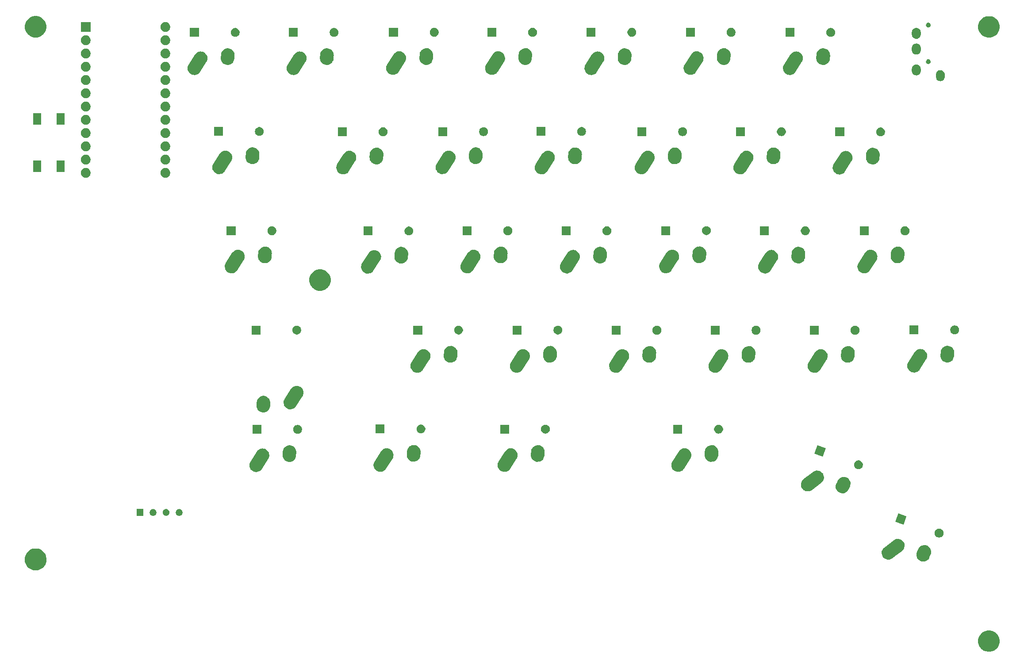
<source format=gbr>
G04 #@! TF.GenerationSoftware,KiCad,Pcbnew,(5.1.5)-3*
G04 #@! TF.CreationDate,2020-05-03T23:18:02-07:00*
G04 #@! TF.ProjectId,left,6c656674-2e6b-4696-9361-645f70636258,rev?*
G04 #@! TF.SameCoordinates,Original*
G04 #@! TF.FileFunction,Soldermask,Bot*
G04 #@! TF.FilePolarity,Negative*
%FSLAX46Y46*%
G04 Gerber Fmt 4.6, Leading zero omitted, Abs format (unit mm)*
G04 Created by KiCad (PCBNEW (5.1.5)-3) date 2020-05-03 23:18:02*
%MOMM*%
%LPD*%
G04 APERTURE LIST*
%ADD10C,0.100000*%
G04 APERTURE END LIST*
D10*
G36*
X215348254Y-144427818D02*
G01*
X215721511Y-144582426D01*
X215721513Y-144582427D01*
X216057436Y-144806884D01*
X216343116Y-145092564D01*
X216567574Y-145428489D01*
X216722182Y-145801746D01*
X216801000Y-146197993D01*
X216801000Y-146602007D01*
X216722182Y-146998254D01*
X216567574Y-147371511D01*
X216567573Y-147371513D01*
X216343116Y-147707436D01*
X216057436Y-147993116D01*
X215721513Y-148217573D01*
X215721512Y-148217574D01*
X215721511Y-148217574D01*
X215348254Y-148372182D01*
X214952007Y-148451000D01*
X214547993Y-148451000D01*
X214151746Y-148372182D01*
X213778489Y-148217574D01*
X213778488Y-148217574D01*
X213778487Y-148217573D01*
X213442564Y-147993116D01*
X213156884Y-147707436D01*
X212932427Y-147371513D01*
X212932426Y-147371511D01*
X212777818Y-146998254D01*
X212699000Y-146602007D01*
X212699000Y-146197993D01*
X212777818Y-145801746D01*
X212932426Y-145428489D01*
X213156884Y-145092564D01*
X213442564Y-144806884D01*
X213778487Y-144582427D01*
X213778489Y-144582426D01*
X214151746Y-144427818D01*
X214547993Y-144349000D01*
X214952007Y-144349000D01*
X215348254Y-144427818D01*
G37*
G36*
X32757536Y-128702827D02*
G01*
X32892839Y-128729740D01*
X33275197Y-128888118D01*
X33414363Y-128981106D01*
X33619309Y-129118046D01*
X33911954Y-129410691D01*
X34141883Y-129754805D01*
X34300260Y-130137162D01*
X34381000Y-130543068D01*
X34381000Y-130956932D01*
X34327173Y-131227536D01*
X34300260Y-131362839D01*
X34141882Y-131745197D01*
X33911953Y-132089310D01*
X33619310Y-132381953D01*
X33275197Y-132611882D01*
X32892839Y-132770260D01*
X32757536Y-132797173D01*
X32486932Y-132851000D01*
X32073068Y-132851000D01*
X31802464Y-132797173D01*
X31667161Y-132770260D01*
X31284803Y-132611882D01*
X30940690Y-132381953D01*
X30648047Y-132089310D01*
X30418118Y-131745197D01*
X30259740Y-131362839D01*
X30232827Y-131227536D01*
X30179000Y-130956932D01*
X30179000Y-130543068D01*
X30259740Y-130137162D01*
X30418117Y-129754805D01*
X30648046Y-129410691D01*
X30940691Y-129118046D01*
X31145637Y-128981106D01*
X31284803Y-128888118D01*
X31667161Y-128729740D01*
X31802464Y-128702827D01*
X32073068Y-128649000D01*
X32486932Y-128649000D01*
X32757536Y-128702827D01*
G37*
G36*
X202685083Y-128045068D02*
G01*
X202928431Y-128125430D01*
X203151426Y-128251722D01*
X203345498Y-128419093D01*
X203503188Y-128621109D01*
X203506107Y-128626907D01*
X203618439Y-128850010D01*
X203686816Y-129096990D01*
X203705697Y-129352565D01*
X203702040Y-129382238D01*
X203674354Y-129606919D01*
X203674353Y-129606922D01*
X203614130Y-129789289D01*
X203378278Y-130321519D01*
X203327365Y-130436410D01*
X203232717Y-130603530D01*
X203065346Y-130797602D01*
X202863331Y-130955292D01*
X202748477Y-131013120D01*
X202634429Y-131070543D01*
X202387449Y-131138920D01*
X202131875Y-131157801D01*
X202004697Y-131142129D01*
X201877521Y-131126458D01*
X201634173Y-131046096D01*
X201411178Y-130919803D01*
X201217106Y-130752432D01*
X201059416Y-130550417D01*
X201001588Y-130435563D01*
X200944165Y-130321515D01*
X200875788Y-130074535D01*
X200856907Y-129818961D01*
X200883036Y-129606922D01*
X200888250Y-129564607D01*
X200903410Y-129518699D01*
X200948474Y-129382238D01*
X201068050Y-129112401D01*
X201235239Y-128735115D01*
X201329887Y-128567996D01*
X201497258Y-128373924D01*
X201699274Y-128216234D01*
X201928171Y-128100985D01*
X201928175Y-128100983D01*
X202080598Y-128058784D01*
X202175153Y-128032606D01*
X202277385Y-128025054D01*
X202430729Y-128013725D01*
X202430732Y-128013725D01*
X202685083Y-128045068D01*
G37*
G36*
X197252385Y-126815478D02*
G01*
X197483366Y-126823039D01*
X197524258Y-126832574D01*
X197732949Y-126881233D01*
X197966380Y-126987000D01*
X198174693Y-127136274D01*
X198335096Y-127307535D01*
X198349882Y-127323322D01*
X198437296Y-127463896D01*
X198485210Y-127540948D01*
X198485210Y-127540949D01*
X198575483Y-127780797D01*
X198617228Y-128033646D01*
X198608844Y-128289782D01*
X198608843Y-128289786D01*
X198550650Y-128539365D01*
X198537678Y-128567994D01*
X198444883Y-128772797D01*
X198400154Y-128835216D01*
X198295609Y-128981109D01*
X198171883Y-129096990D01*
X198155429Y-129112401D01*
X197011392Y-129990251D01*
X196268987Y-130559918D01*
X196105889Y-130661339D01*
X195866040Y-130751612D01*
X195613188Y-130793358D01*
X195470204Y-130788677D01*
X195357056Y-130784973D01*
X195344768Y-130782108D01*
X195107473Y-130726779D01*
X194963045Y-130661339D01*
X194874041Y-130621012D01*
X194775526Y-130550417D01*
X194665729Y-130471738D01*
X194490542Y-130284693D01*
X194490540Y-130284691D01*
X194355212Y-130067065D01*
X194264939Y-129827215D01*
X194228568Y-129606919D01*
X194223193Y-129574363D01*
X194229483Y-129382235D01*
X194231578Y-129318231D01*
X194234443Y-129305943D01*
X194289772Y-129068648D01*
X194351727Y-128931912D01*
X194395539Y-128835216D01*
X194452853Y-128755235D01*
X194544813Y-128626904D01*
X194684991Y-128495614D01*
X194684993Y-128495612D01*
X196571436Y-127048092D01*
X196734531Y-126946673D01*
X196974381Y-126856400D01*
X197227230Y-126814655D01*
X197227233Y-126814655D01*
X197252385Y-126815478D01*
G37*
G36*
X205463029Y-124890582D02*
G01*
X205617901Y-124954732D01*
X205757282Y-125047864D01*
X205875816Y-125166398D01*
X205968948Y-125305779D01*
X206033098Y-125460651D01*
X206065801Y-125625063D01*
X206065801Y-125792695D01*
X206033098Y-125957107D01*
X205968948Y-126111979D01*
X205875816Y-126251360D01*
X205757282Y-126369894D01*
X205617901Y-126463026D01*
X205463029Y-126527176D01*
X205298617Y-126559879D01*
X205130985Y-126559879D01*
X204966573Y-126527176D01*
X204811701Y-126463026D01*
X204672320Y-126369894D01*
X204553786Y-126251360D01*
X204460654Y-126111979D01*
X204396504Y-125957107D01*
X204363801Y-125792695D01*
X204363801Y-125625063D01*
X204396504Y-125460651D01*
X204460654Y-125305779D01*
X204553786Y-125166398D01*
X204672320Y-125047864D01*
X204811701Y-124954732D01*
X204966573Y-124890582D01*
X205130985Y-124857879D01*
X205298617Y-124857879D01*
X205463029Y-124890582D01*
G37*
G36*
X198975937Y-122532502D02*
G01*
X198393818Y-124131859D01*
X196794461Y-123549740D01*
X197376580Y-121950383D01*
X198975937Y-122532502D01*
G37*
G36*
X54939890Y-121124017D02*
G01*
X55058364Y-121173091D01*
X55164988Y-121244335D01*
X55255665Y-121335012D01*
X55326909Y-121441636D01*
X55375983Y-121560110D01*
X55401000Y-121685882D01*
X55401000Y-121814118D01*
X55375983Y-121939890D01*
X55326909Y-122058364D01*
X55255665Y-122164988D01*
X55164988Y-122255665D01*
X55058364Y-122326909D01*
X55058363Y-122326910D01*
X55058362Y-122326910D01*
X54939890Y-122375983D01*
X54814119Y-122401000D01*
X54685881Y-122401000D01*
X54560110Y-122375983D01*
X54441638Y-122326910D01*
X54441637Y-122326910D01*
X54441636Y-122326909D01*
X54335012Y-122255665D01*
X54244335Y-122164988D01*
X54173091Y-122058364D01*
X54124017Y-121939890D01*
X54099000Y-121814118D01*
X54099000Y-121685882D01*
X54124017Y-121560110D01*
X54173091Y-121441636D01*
X54244335Y-121335012D01*
X54335012Y-121244335D01*
X54441636Y-121173091D01*
X54560110Y-121124017D01*
X54685881Y-121099000D01*
X54814119Y-121099000D01*
X54939890Y-121124017D01*
G37*
G36*
X52901000Y-122401000D02*
G01*
X51599000Y-122401000D01*
X51599000Y-121099000D01*
X52901000Y-121099000D01*
X52901000Y-122401000D01*
G37*
G36*
X59939890Y-121124017D02*
G01*
X60058364Y-121173091D01*
X60164988Y-121244335D01*
X60255665Y-121335012D01*
X60326909Y-121441636D01*
X60375983Y-121560110D01*
X60401000Y-121685882D01*
X60401000Y-121814118D01*
X60375983Y-121939890D01*
X60326909Y-122058364D01*
X60255665Y-122164988D01*
X60164988Y-122255665D01*
X60058364Y-122326909D01*
X60058363Y-122326910D01*
X60058362Y-122326910D01*
X59939890Y-122375983D01*
X59814119Y-122401000D01*
X59685881Y-122401000D01*
X59560110Y-122375983D01*
X59441638Y-122326910D01*
X59441637Y-122326910D01*
X59441636Y-122326909D01*
X59335012Y-122255665D01*
X59244335Y-122164988D01*
X59173091Y-122058364D01*
X59124017Y-121939890D01*
X59099000Y-121814118D01*
X59099000Y-121685882D01*
X59124017Y-121560110D01*
X59173091Y-121441636D01*
X59244335Y-121335012D01*
X59335012Y-121244335D01*
X59441636Y-121173091D01*
X59560110Y-121124017D01*
X59685881Y-121099000D01*
X59814119Y-121099000D01*
X59939890Y-121124017D01*
G37*
G36*
X57439890Y-121124017D02*
G01*
X57558364Y-121173091D01*
X57664988Y-121244335D01*
X57755665Y-121335012D01*
X57826909Y-121441636D01*
X57875983Y-121560110D01*
X57901000Y-121685882D01*
X57901000Y-121814118D01*
X57875983Y-121939890D01*
X57826909Y-122058364D01*
X57755665Y-122164988D01*
X57664988Y-122255665D01*
X57558364Y-122326909D01*
X57558363Y-122326910D01*
X57558362Y-122326910D01*
X57439890Y-122375983D01*
X57314119Y-122401000D01*
X57185881Y-122401000D01*
X57060110Y-122375983D01*
X56941638Y-122326910D01*
X56941637Y-122326910D01*
X56941636Y-122326909D01*
X56835012Y-122255665D01*
X56744335Y-122164988D01*
X56673091Y-122058364D01*
X56624017Y-121939890D01*
X56599000Y-121814118D01*
X56599000Y-121685882D01*
X56624017Y-121560110D01*
X56673091Y-121441636D01*
X56744335Y-121335012D01*
X56835012Y-121244335D01*
X56941636Y-121173091D01*
X57060110Y-121124017D01*
X57185881Y-121099000D01*
X57314119Y-121099000D01*
X57439890Y-121124017D01*
G37*
G36*
X187235083Y-114970068D02*
G01*
X187478431Y-115050430D01*
X187701426Y-115176722D01*
X187895498Y-115344093D01*
X188053188Y-115546109D01*
X188056107Y-115551907D01*
X188168439Y-115775010D01*
X188236816Y-116021990D01*
X188255697Y-116277565D01*
X188252040Y-116307238D01*
X188224354Y-116531919D01*
X188224353Y-116531922D01*
X188164130Y-116714289D01*
X187928278Y-117246519D01*
X187877365Y-117361410D01*
X187782717Y-117528530D01*
X187615346Y-117722602D01*
X187413331Y-117880292D01*
X187298477Y-117938120D01*
X187184429Y-117995543D01*
X186937449Y-118063920D01*
X186681875Y-118082801D01*
X186554697Y-118067129D01*
X186427521Y-118051458D01*
X186184173Y-117971096D01*
X185961178Y-117844803D01*
X185767106Y-117677432D01*
X185609416Y-117475417D01*
X185551588Y-117360563D01*
X185494165Y-117246515D01*
X185425788Y-116999535D01*
X185406907Y-116743961D01*
X185433036Y-116531922D01*
X185438250Y-116489607D01*
X185453410Y-116443699D01*
X185498474Y-116307238D01*
X185618050Y-116037401D01*
X185785239Y-115660115D01*
X185879887Y-115492996D01*
X186047258Y-115298924D01*
X186249274Y-115141234D01*
X186478171Y-115025985D01*
X186478175Y-115025983D01*
X186630598Y-114983784D01*
X186725153Y-114957606D01*
X186827385Y-114950054D01*
X186980729Y-114938725D01*
X186980732Y-114938725D01*
X187235083Y-114970068D01*
G37*
G36*
X181802385Y-113740478D02*
G01*
X182033366Y-113748039D01*
X182069129Y-113756378D01*
X182282949Y-113806233D01*
X182516380Y-113912000D01*
X182724693Y-114061274D01*
X182885096Y-114232535D01*
X182899882Y-114248322D01*
X182987296Y-114388896D01*
X183035210Y-114465948D01*
X183035210Y-114465949D01*
X183125483Y-114705797D01*
X183167228Y-114958646D01*
X183158844Y-115214782D01*
X183158843Y-115214786D01*
X183100650Y-115464365D01*
X183087678Y-115492994D01*
X182994883Y-115697797D01*
X182950154Y-115760216D01*
X182845609Y-115906109D01*
X182721883Y-116021990D01*
X182705429Y-116037401D01*
X181561392Y-116915251D01*
X180818987Y-117484918D01*
X180655889Y-117586339D01*
X180416040Y-117676612D01*
X180163188Y-117718358D01*
X180020204Y-117713677D01*
X179907056Y-117709973D01*
X179894768Y-117707108D01*
X179657473Y-117651779D01*
X179513045Y-117586339D01*
X179424041Y-117546012D01*
X179325526Y-117475417D01*
X179215729Y-117396738D01*
X179040542Y-117209693D01*
X179040540Y-117209691D01*
X178905212Y-116992065D01*
X178814939Y-116752215D01*
X178778568Y-116531919D01*
X178773193Y-116499363D01*
X178779483Y-116307235D01*
X178781578Y-116243231D01*
X178784443Y-116230943D01*
X178839772Y-115993648D01*
X178938836Y-115775010D01*
X178945539Y-115760216D01*
X179002853Y-115680235D01*
X179094813Y-115551904D01*
X179234991Y-115420614D01*
X179234993Y-115420612D01*
X181121436Y-113973092D01*
X181284531Y-113871673D01*
X181524381Y-113781400D01*
X181777230Y-113739655D01*
X181777233Y-113739655D01*
X181802385Y-113740478D01*
G37*
G36*
X75841294Y-109512236D02*
G01*
X75926471Y-109518753D01*
X75966253Y-109529879D01*
X76173275Y-109587777D01*
X76401870Y-109703625D01*
X76603472Y-109861843D01*
X76770334Y-110056353D01*
X76896043Y-110279678D01*
X76959400Y-110473236D01*
X76975768Y-110523239D01*
X77003060Y-110749599D01*
X77006444Y-110777667D01*
X76986895Y-111033195D01*
X76949669Y-111166299D01*
X76917870Y-111280000D01*
X76879559Y-111355596D01*
X76831050Y-111451316D01*
X75553454Y-113456738D01*
X75553452Y-113456740D01*
X75434880Y-113607826D01*
X75240373Y-113774686D01*
X75105873Y-113850395D01*
X75017045Y-113900396D01*
X74779834Y-113978042D01*
X74773484Y-113980121D01*
X74519057Y-114010797D01*
X74519056Y-114010797D01*
X74263529Y-113991248D01*
X74016725Y-113922223D01*
X74016724Y-113922223D01*
X74016722Y-113922222D01*
X73788135Y-113806378D01*
X73788133Y-113806377D01*
X73788130Y-113806375D01*
X73586528Y-113648157D01*
X73586524Y-113648154D01*
X73419667Y-113453650D01*
X73342766Y-113317032D01*
X73293957Y-113230322D01*
X73214233Y-112986764D01*
X73214232Y-112986761D01*
X73183556Y-112732334D01*
X73187381Y-112682333D01*
X73203105Y-112476806D01*
X73271912Y-112230782D01*
X73272130Y-112230001D01*
X73315540Y-112144344D01*
X73358950Y-112058685D01*
X74636545Y-110053262D01*
X74755119Y-109902175D01*
X74899052Y-109778701D01*
X74949630Y-109735312D01*
X75172948Y-109609606D01*
X75234665Y-109589404D01*
X75416511Y-109529880D01*
X75416512Y-109529880D01*
X75416515Y-109529879D01*
X75670941Y-109499203D01*
X75670943Y-109499203D01*
X75841294Y-109512236D01*
G37*
G36*
X123366294Y-109487236D02*
G01*
X123451471Y-109493753D01*
X123491253Y-109504879D01*
X123698275Y-109562777D01*
X123926870Y-109678625D01*
X124128472Y-109836843D01*
X124295334Y-110031353D01*
X124421043Y-110254678D01*
X124492584Y-110473236D01*
X124500768Y-110498239D01*
X124503782Y-110523239D01*
X124531444Y-110752667D01*
X124511895Y-111008195D01*
X124488741Y-111090983D01*
X124442870Y-111255000D01*
X124404559Y-111330596D01*
X124356050Y-111426316D01*
X123078454Y-113431738D01*
X123061257Y-113453650D01*
X122959880Y-113582826D01*
X122765373Y-113749686D01*
X122664657Y-113806378D01*
X122542045Y-113875396D01*
X122374862Y-113930120D01*
X122298484Y-113955121D01*
X122044057Y-113985797D01*
X122044056Y-113985797D01*
X121788529Y-113966248D01*
X121541725Y-113897223D01*
X121541724Y-113897223D01*
X121541722Y-113897222D01*
X121313135Y-113781378D01*
X121313133Y-113781377D01*
X121313130Y-113781375D01*
X121111528Y-113623157D01*
X121111524Y-113623154D01*
X120944667Y-113428650D01*
X120833030Y-113230323D01*
X120818957Y-113205322D01*
X120739233Y-112961764D01*
X120739232Y-112961761D01*
X120708556Y-112707334D01*
X120720588Y-112550064D01*
X120728105Y-112451806D01*
X120797130Y-112205002D01*
X120797130Y-112205001D01*
X120861191Y-112078594D01*
X120883950Y-112033685D01*
X122161545Y-110028262D01*
X122280119Y-109877175D01*
X122365399Y-109804017D01*
X122474630Y-109710312D01*
X122697948Y-109584606D01*
X122759665Y-109564404D01*
X122941511Y-109504880D01*
X122941512Y-109504880D01*
X122941515Y-109504879D01*
X123195941Y-109474203D01*
X123195943Y-109474203D01*
X123366294Y-109487236D01*
G37*
G36*
X156616294Y-109487236D02*
G01*
X156701471Y-109493753D01*
X156741253Y-109504879D01*
X156948275Y-109562777D01*
X157176870Y-109678625D01*
X157378472Y-109836843D01*
X157545334Y-110031353D01*
X157671043Y-110254678D01*
X157742584Y-110473236D01*
X157750768Y-110498239D01*
X157753782Y-110523239D01*
X157781444Y-110752667D01*
X157761895Y-111008195D01*
X157738741Y-111090983D01*
X157692870Y-111255000D01*
X157654559Y-111330596D01*
X157606050Y-111426316D01*
X156328454Y-113431738D01*
X156311257Y-113453650D01*
X156209880Y-113582826D01*
X156015373Y-113749686D01*
X155914657Y-113806378D01*
X155792045Y-113875396D01*
X155624862Y-113930120D01*
X155548484Y-113955121D01*
X155294057Y-113985797D01*
X155294056Y-113985797D01*
X155038529Y-113966248D01*
X154791725Y-113897223D01*
X154791724Y-113897223D01*
X154791722Y-113897222D01*
X154563135Y-113781378D01*
X154563133Y-113781377D01*
X154563130Y-113781375D01*
X154361528Y-113623157D01*
X154361524Y-113623154D01*
X154194667Y-113428650D01*
X154083030Y-113230323D01*
X154068957Y-113205322D01*
X153989233Y-112961764D01*
X153989232Y-112961761D01*
X153958556Y-112707334D01*
X153970588Y-112550064D01*
X153978105Y-112451806D01*
X154047130Y-112205002D01*
X154047130Y-112205001D01*
X154111191Y-112078594D01*
X154133950Y-112033685D01*
X155411545Y-110028262D01*
X155530119Y-109877175D01*
X155615399Y-109804017D01*
X155724630Y-109710312D01*
X155947948Y-109584606D01*
X156009665Y-109564404D01*
X156191511Y-109504880D01*
X156191512Y-109504880D01*
X156191515Y-109504879D01*
X156445941Y-109474203D01*
X156445943Y-109474203D01*
X156616294Y-109487236D01*
G37*
G36*
X99616294Y-109462236D02*
G01*
X99701471Y-109468753D01*
X99741253Y-109479879D01*
X99948275Y-109537777D01*
X100176870Y-109653625D01*
X100176872Y-109653626D01*
X100176873Y-109653627D01*
X100240583Y-109703627D01*
X100378472Y-109811843D01*
X100545334Y-110006353D01*
X100671043Y-110229678D01*
X100749358Y-110468931D01*
X100750768Y-110473239D01*
X100753782Y-110498239D01*
X100781444Y-110727667D01*
X100761895Y-110983195D01*
X100738741Y-111065983D01*
X100692870Y-111230000D01*
X100654559Y-111305596D01*
X100606050Y-111401316D01*
X99328454Y-113406738D01*
X99291637Y-113453650D01*
X99209880Y-113557826D01*
X99015373Y-113724686D01*
X98878755Y-113801587D01*
X98792045Y-113850396D01*
X98572612Y-113922223D01*
X98548484Y-113930121D01*
X98294057Y-113960797D01*
X98294056Y-113960797D01*
X98038529Y-113941248D01*
X97791725Y-113872223D01*
X97791724Y-113872223D01*
X97791722Y-113872222D01*
X97563135Y-113756378D01*
X97563133Y-113756377D01*
X97563130Y-113756375D01*
X97361528Y-113598157D01*
X97361524Y-113598154D01*
X97194667Y-113403650D01*
X97117766Y-113267032D01*
X97068957Y-113180322D01*
X96989233Y-112936764D01*
X96989232Y-112936761D01*
X96958556Y-112682334D01*
X96958556Y-112682333D01*
X96978105Y-112426806D01*
X97033146Y-112230002D01*
X97047130Y-112180001D01*
X97111191Y-112053594D01*
X97133950Y-112008685D01*
X98411545Y-110003262D01*
X98530119Y-109852175D01*
X98615772Y-109778697D01*
X98724630Y-109685312D01*
X98947948Y-109559606D01*
X98992606Y-109544988D01*
X99191511Y-109479880D01*
X99191512Y-109479880D01*
X99191515Y-109479879D01*
X99445941Y-109449203D01*
X99445943Y-109449203D01*
X99616294Y-109462236D01*
G37*
G36*
X190013029Y-111815582D02*
G01*
X190167901Y-111879732D01*
X190307282Y-111972864D01*
X190425816Y-112091398D01*
X190518948Y-112230779D01*
X190583098Y-112385651D01*
X190615801Y-112550063D01*
X190615801Y-112717695D01*
X190583098Y-112882107D01*
X190518948Y-113036979D01*
X190425816Y-113176360D01*
X190307282Y-113294894D01*
X190167901Y-113388026D01*
X190013029Y-113452176D01*
X189848617Y-113484879D01*
X189680985Y-113484879D01*
X189516573Y-113452176D01*
X189361701Y-113388026D01*
X189222320Y-113294894D01*
X189103786Y-113176360D01*
X189010654Y-113036979D01*
X188946504Y-112882107D01*
X188913801Y-112717695D01*
X188913801Y-112550063D01*
X188946504Y-112385651D01*
X189010654Y-112230779D01*
X189103786Y-112091398D01*
X189222320Y-111972864D01*
X189361701Y-111879732D01*
X189516573Y-111815582D01*
X189680985Y-111782879D01*
X189848617Y-111782879D01*
X190013029Y-111815582D01*
G37*
G36*
X81231379Y-108933813D02*
G01*
X81470991Y-109024713D01*
X81688155Y-109160544D01*
X81688265Y-109160613D01*
X81874852Y-109336288D01*
X81973134Y-109474203D01*
X82023580Y-109544990D01*
X82128735Y-109778697D01*
X82128736Y-109778701D01*
X82186276Y-110028428D01*
X82192058Y-110220394D01*
X82188016Y-110279678D01*
X82143916Y-110926571D01*
X82112135Y-111115983D01*
X82021235Y-111355595D01*
X81916609Y-111522869D01*
X81885335Y-111572869D01*
X81709660Y-111759456D01*
X81571120Y-111858184D01*
X81500958Y-111908184D01*
X81267251Y-112013339D01*
X81267247Y-112013340D01*
X81017521Y-112070880D01*
X80761366Y-112078594D01*
X80761362Y-112078594D01*
X80508621Y-112036187D01*
X80269009Y-111945287D01*
X80051735Y-111809387D01*
X80025182Y-111784387D01*
X79865148Y-111633712D01*
X79717351Y-111426316D01*
X79716420Y-111425010D01*
X79611265Y-111191303D01*
X79599744Y-111141303D01*
X79553724Y-110941572D01*
X79547942Y-110749608D01*
X79596084Y-110043428D01*
X79602824Y-110003260D01*
X79627865Y-109854017D01*
X79718765Y-109614405D01*
X79854665Y-109397131D01*
X79911950Y-109336288D01*
X80030340Y-109210544D01*
X80186602Y-109099187D01*
X80239042Y-109061816D01*
X80472749Y-108956661D01*
X80472753Y-108956660D01*
X80722479Y-108899120D01*
X80978634Y-108891406D01*
X80978638Y-108891406D01*
X81231379Y-108933813D01*
G37*
G36*
X162006379Y-108908813D02*
G01*
X162245991Y-108999713D01*
X162463265Y-109135613D01*
X162649852Y-109311288D01*
X162761209Y-109467550D01*
X162798580Y-109519990D01*
X162903735Y-109753697D01*
X162903736Y-109753701D01*
X162961276Y-110003428D01*
X162967058Y-110195394D01*
X162963016Y-110254678D01*
X162918916Y-110901571D01*
X162887135Y-111090983D01*
X162796235Y-111330595D01*
X162720727Y-111451315D01*
X162660335Y-111547869D01*
X162484660Y-111734456D01*
X162328398Y-111845813D01*
X162275958Y-111883184D01*
X162042251Y-111988339D01*
X162042247Y-111988340D01*
X161792521Y-112045880D01*
X161536366Y-112053594D01*
X161536362Y-112053594D01*
X161283621Y-112011187D01*
X161044009Y-111920287D01*
X160826735Y-111784387D01*
X160825133Y-111782879D01*
X160640148Y-111608712D01*
X160510166Y-111426315D01*
X160491420Y-111400010D01*
X160386265Y-111166303D01*
X160344075Y-110983195D01*
X160328724Y-110916572D01*
X160322942Y-110724608D01*
X160371084Y-110018428D01*
X160377796Y-109978428D01*
X160402865Y-109829017D01*
X160493765Y-109589405D01*
X160629665Y-109372131D01*
X160686950Y-109311288D01*
X160805340Y-109185544D01*
X160961602Y-109074187D01*
X161014042Y-109036816D01*
X161247749Y-108931661D01*
X161247753Y-108931660D01*
X161497479Y-108874120D01*
X161753634Y-108866406D01*
X161753638Y-108866406D01*
X162006379Y-108908813D01*
G37*
G36*
X128756379Y-108908813D02*
G01*
X128995991Y-108999713D01*
X129213265Y-109135613D01*
X129399852Y-109311288D01*
X129511209Y-109467550D01*
X129548580Y-109519990D01*
X129653735Y-109753697D01*
X129653736Y-109753701D01*
X129711276Y-110003428D01*
X129717058Y-110195394D01*
X129713016Y-110254678D01*
X129668916Y-110901571D01*
X129637135Y-111090983D01*
X129546235Y-111330595D01*
X129470727Y-111451315D01*
X129410335Y-111547869D01*
X129234660Y-111734456D01*
X129078398Y-111845813D01*
X129025958Y-111883184D01*
X128792251Y-111988339D01*
X128792247Y-111988340D01*
X128542521Y-112045880D01*
X128286366Y-112053594D01*
X128286362Y-112053594D01*
X128033621Y-112011187D01*
X127794009Y-111920287D01*
X127576735Y-111784387D01*
X127575133Y-111782879D01*
X127390148Y-111608712D01*
X127260166Y-111426315D01*
X127241420Y-111400010D01*
X127136265Y-111166303D01*
X127094075Y-110983195D01*
X127078724Y-110916572D01*
X127072942Y-110724608D01*
X127121084Y-110018428D01*
X127127796Y-109978428D01*
X127152865Y-109829017D01*
X127243765Y-109589405D01*
X127379665Y-109372131D01*
X127436950Y-109311288D01*
X127555340Y-109185544D01*
X127711602Y-109074187D01*
X127764042Y-109036816D01*
X127997749Y-108931661D01*
X127997753Y-108931660D01*
X128247479Y-108874120D01*
X128503634Y-108866406D01*
X128503638Y-108866406D01*
X128756379Y-108908813D01*
G37*
G36*
X105006379Y-108883813D02*
G01*
X105245991Y-108974713D01*
X105463265Y-109110613D01*
X105649852Y-109286288D01*
X105711026Y-109372131D01*
X105798580Y-109494990D01*
X105903735Y-109728697D01*
X105903736Y-109728701D01*
X105961276Y-109978428D01*
X105967058Y-110170394D01*
X105950455Y-110413928D01*
X105918916Y-110876571D01*
X105887135Y-111065983D01*
X105796235Y-111305595D01*
X105721542Y-111425012D01*
X105660335Y-111522869D01*
X105484660Y-111709456D01*
X105335736Y-111815584D01*
X105275958Y-111858184D01*
X105042251Y-111963339D01*
X105042247Y-111963340D01*
X104792521Y-112020880D01*
X104536366Y-112028594D01*
X104536362Y-112028594D01*
X104283621Y-111986187D01*
X104044009Y-111895287D01*
X103826735Y-111759387D01*
X103640148Y-111583712D01*
X103510166Y-111401315D01*
X103491420Y-111375010D01*
X103386265Y-111141303D01*
X103340245Y-110941572D01*
X103328724Y-110891572D01*
X103322942Y-110699608D01*
X103371084Y-109993428D01*
X103375650Y-109966213D01*
X103402865Y-109804017D01*
X103493765Y-109564405D01*
X103629665Y-109347131D01*
X103686950Y-109286288D01*
X103805340Y-109160544D01*
X103961602Y-109049187D01*
X104014042Y-109011816D01*
X104247749Y-108906661D01*
X104280477Y-108899120D01*
X104497479Y-108849120D01*
X104753634Y-108841406D01*
X104753638Y-108841406D01*
X105006379Y-108883813D01*
G37*
G36*
X183525937Y-109457502D02*
G01*
X182943818Y-111056859D01*
X181344461Y-110474740D01*
X181926580Y-108875383D01*
X183525937Y-109457502D01*
G37*
G36*
X75476000Y-106701000D02*
G01*
X73774000Y-106701000D01*
X73774000Y-104999000D01*
X75476000Y-104999000D01*
X75476000Y-106701000D01*
G37*
G36*
X82673228Y-105031703D02*
G01*
X82828100Y-105095853D01*
X82967481Y-105188985D01*
X83086015Y-105307519D01*
X83179147Y-105446900D01*
X83243297Y-105601772D01*
X83276000Y-105766184D01*
X83276000Y-105933816D01*
X83243297Y-106098228D01*
X83179147Y-106253100D01*
X83086015Y-106392481D01*
X82967481Y-106511015D01*
X82828100Y-106604147D01*
X82673228Y-106668297D01*
X82508816Y-106701000D01*
X82341184Y-106701000D01*
X82176772Y-106668297D01*
X82021900Y-106604147D01*
X81882519Y-106511015D01*
X81763985Y-106392481D01*
X81670853Y-106253100D01*
X81606703Y-106098228D01*
X81574000Y-105933816D01*
X81574000Y-105766184D01*
X81606703Y-105601772D01*
X81670853Y-105446900D01*
X81763985Y-105307519D01*
X81882519Y-105188985D01*
X82021900Y-105095853D01*
X82176772Y-105031703D01*
X82341184Y-104999000D01*
X82508816Y-104999000D01*
X82673228Y-105031703D01*
G37*
G36*
X156051000Y-106651000D02*
G01*
X154349000Y-106651000D01*
X154349000Y-104949000D01*
X156051000Y-104949000D01*
X156051000Y-106651000D01*
G37*
G36*
X130098228Y-104981703D02*
G01*
X130253100Y-105045853D01*
X130392481Y-105138985D01*
X130511015Y-105257519D01*
X130604147Y-105396900D01*
X130668297Y-105551772D01*
X130701000Y-105716184D01*
X130701000Y-105883816D01*
X130668297Y-106048228D01*
X130604147Y-106203100D01*
X130511015Y-106342481D01*
X130392481Y-106461015D01*
X130253100Y-106554147D01*
X130098228Y-106618297D01*
X129933816Y-106651000D01*
X129766184Y-106651000D01*
X129601772Y-106618297D01*
X129446900Y-106554147D01*
X129307519Y-106461015D01*
X129188985Y-106342481D01*
X129095853Y-106203100D01*
X129031703Y-106048228D01*
X128999000Y-105883816D01*
X128999000Y-105716184D01*
X129031703Y-105551772D01*
X129095853Y-105396900D01*
X129188985Y-105257519D01*
X129307519Y-105138985D01*
X129446900Y-105045853D01*
X129601772Y-104981703D01*
X129766184Y-104949000D01*
X129933816Y-104949000D01*
X130098228Y-104981703D01*
G37*
G36*
X163248228Y-104981703D02*
G01*
X163403100Y-105045853D01*
X163542481Y-105138985D01*
X163661015Y-105257519D01*
X163754147Y-105396900D01*
X163818297Y-105551772D01*
X163851000Y-105716184D01*
X163851000Y-105883816D01*
X163818297Y-106048228D01*
X163754147Y-106203100D01*
X163661015Y-106342481D01*
X163542481Y-106461015D01*
X163403100Y-106554147D01*
X163248228Y-106618297D01*
X163083816Y-106651000D01*
X162916184Y-106651000D01*
X162751772Y-106618297D01*
X162596900Y-106554147D01*
X162457519Y-106461015D01*
X162338985Y-106342481D01*
X162245853Y-106203100D01*
X162181703Y-106048228D01*
X162149000Y-105883816D01*
X162149000Y-105716184D01*
X162181703Y-105551772D01*
X162245853Y-105396900D01*
X162338985Y-105257519D01*
X162457519Y-105138985D01*
X162596900Y-105045853D01*
X162751772Y-104981703D01*
X162916184Y-104949000D01*
X163083816Y-104949000D01*
X163248228Y-104981703D01*
G37*
G36*
X122901000Y-106651000D02*
G01*
X121199000Y-106651000D01*
X121199000Y-104949000D01*
X122901000Y-104949000D01*
X122901000Y-106651000D01*
G37*
G36*
X99076000Y-106626000D02*
G01*
X97374000Y-106626000D01*
X97374000Y-104924000D01*
X99076000Y-104924000D01*
X99076000Y-106626000D01*
G37*
G36*
X106273228Y-104956703D02*
G01*
X106428100Y-105020853D01*
X106567481Y-105113985D01*
X106686015Y-105232519D01*
X106779147Y-105371900D01*
X106843297Y-105526772D01*
X106876000Y-105691184D01*
X106876000Y-105858816D01*
X106843297Y-106023228D01*
X106779147Y-106178100D01*
X106686015Y-106317481D01*
X106567481Y-106436015D01*
X106428100Y-106529147D01*
X106273228Y-106593297D01*
X106108816Y-106626000D01*
X105941184Y-106626000D01*
X105776772Y-106593297D01*
X105621900Y-106529147D01*
X105482519Y-106436015D01*
X105363985Y-106317481D01*
X105270853Y-106178100D01*
X105206703Y-106023228D01*
X105174000Y-105858816D01*
X105174000Y-105691184D01*
X105206703Y-105526772D01*
X105270853Y-105371900D01*
X105363985Y-105232519D01*
X105482519Y-105113985D01*
X105621900Y-105020853D01*
X105776772Y-104956703D01*
X105941184Y-104924000D01*
X106108816Y-104924000D01*
X106273228Y-104956703D01*
G37*
G36*
X76241379Y-99463813D02*
G01*
X76480991Y-99554713D01*
X76698265Y-99690613D01*
X76884852Y-99866288D01*
X76996209Y-100022550D01*
X77033580Y-100074990D01*
X77138735Y-100308697D01*
X77138736Y-100308701D01*
X77196276Y-100558428D01*
X77202058Y-100750394D01*
X77202057Y-100750402D01*
X77153916Y-101456571D01*
X77122135Y-101645983D01*
X77031235Y-101885595D01*
X76978366Y-101970121D01*
X76895335Y-102102869D01*
X76719660Y-102289456D01*
X76563398Y-102400813D01*
X76510958Y-102438184D01*
X76277251Y-102543339D01*
X76277247Y-102543340D01*
X76027521Y-102600880D01*
X75771366Y-102608594D01*
X75771362Y-102608594D01*
X75518621Y-102566187D01*
X75279009Y-102475287D01*
X75061735Y-102339387D01*
X75008703Y-102289456D01*
X74875148Y-102163712D01*
X74759050Y-102000797D01*
X74726420Y-101955010D01*
X74621265Y-101721303D01*
X74602107Y-101638157D01*
X74563724Y-101471572D01*
X74557942Y-101279608D01*
X74606084Y-100573428D01*
X74610650Y-100546213D01*
X74637865Y-100384017D01*
X74728765Y-100144405D01*
X74864665Y-99927131D01*
X74921950Y-99866288D01*
X75040340Y-99740544D01*
X75196602Y-99629187D01*
X75249042Y-99591816D01*
X75482749Y-99486661D01*
X75482753Y-99486660D01*
X75732479Y-99429120D01*
X75988634Y-99421406D01*
X75988638Y-99421406D01*
X76241379Y-99463813D01*
G37*
G36*
X82401294Y-97502236D02*
G01*
X82486471Y-97508753D01*
X82526253Y-97519879D01*
X82733275Y-97577777D01*
X82961870Y-97693625D01*
X83163472Y-97851843D01*
X83330334Y-98046353D01*
X83456043Y-98269678D01*
X83534358Y-98508931D01*
X83535768Y-98513239D01*
X83566444Y-98767666D01*
X83566444Y-98767667D01*
X83546895Y-99023195D01*
X83492955Y-99216060D01*
X83477870Y-99270000D01*
X83434460Y-99355657D01*
X83391050Y-99441316D01*
X82113454Y-101446738D01*
X82113452Y-101446740D01*
X81994880Y-101597826D01*
X81800373Y-101764686D01*
X81663755Y-101841587D01*
X81577045Y-101890396D01*
X81379648Y-101955010D01*
X81333484Y-101970121D01*
X81079057Y-102000797D01*
X81079056Y-102000797D01*
X80823529Y-101981248D01*
X80576725Y-101912223D01*
X80576724Y-101912223D01*
X80576722Y-101912222D01*
X80348135Y-101796378D01*
X80348133Y-101796377D01*
X80348130Y-101796375D01*
X80146528Y-101638157D01*
X80146524Y-101638154D01*
X79979667Y-101443650D01*
X79853958Y-101220323D01*
X79853957Y-101220322D01*
X79774233Y-100976764D01*
X79774232Y-100976761D01*
X79743556Y-100722334D01*
X79754948Y-100573429D01*
X79763105Y-100466806D01*
X79832130Y-100220002D01*
X79832130Y-100220001D01*
X79875540Y-100134344D01*
X79918950Y-100048685D01*
X81196545Y-98043262D01*
X81315119Y-97892175D01*
X81509629Y-97725313D01*
X81509630Y-97725312D01*
X81732948Y-97599606D01*
X81732954Y-97599604D01*
X81976511Y-97519880D01*
X81976512Y-97519880D01*
X81976515Y-97519879D01*
X82230941Y-97489203D01*
X82230943Y-97489203D01*
X82401294Y-97502236D01*
G37*
G36*
X163716294Y-90512236D02*
G01*
X163801471Y-90518753D01*
X163841253Y-90529879D01*
X164048275Y-90587777D01*
X164276870Y-90703625D01*
X164478472Y-90861843D01*
X164645334Y-91056353D01*
X164771043Y-91279678D01*
X164834400Y-91473236D01*
X164850768Y-91523239D01*
X164878060Y-91749599D01*
X164881444Y-91777667D01*
X164861895Y-92033195D01*
X164824669Y-92166299D01*
X164792870Y-92280000D01*
X164754559Y-92355596D01*
X164706050Y-92451316D01*
X163428454Y-94456738D01*
X163428452Y-94456740D01*
X163309880Y-94607826D01*
X163115373Y-94774686D01*
X162980873Y-94850395D01*
X162892045Y-94900396D01*
X162724862Y-94955120D01*
X162648484Y-94980121D01*
X162394057Y-95010797D01*
X162394056Y-95010797D01*
X162138529Y-94991248D01*
X161891725Y-94922223D01*
X161891724Y-94922223D01*
X161891722Y-94922222D01*
X161663135Y-94806378D01*
X161663133Y-94806377D01*
X161663130Y-94806375D01*
X161461528Y-94648157D01*
X161461524Y-94648154D01*
X161294667Y-94453650D01*
X161168958Y-94230323D01*
X161168957Y-94230322D01*
X161089233Y-93986764D01*
X161089232Y-93986761D01*
X161058556Y-93732334D01*
X161062381Y-93682333D01*
X161078105Y-93476806D01*
X161147130Y-93230002D01*
X161147130Y-93230001D01*
X161227770Y-93070880D01*
X161233950Y-93058685D01*
X162511545Y-91053262D01*
X162630119Y-90902175D01*
X162774052Y-90778701D01*
X162824630Y-90735312D01*
X163047948Y-90609606D01*
X163109665Y-90589404D01*
X163291511Y-90529880D01*
X163291512Y-90529880D01*
X163291515Y-90529879D01*
X163545941Y-90499203D01*
X163545943Y-90499203D01*
X163716294Y-90512236D01*
G37*
G36*
X144716294Y-90512236D02*
G01*
X144801471Y-90518753D01*
X144841253Y-90529879D01*
X145048275Y-90587777D01*
X145276870Y-90703625D01*
X145478472Y-90861843D01*
X145645334Y-91056353D01*
X145771043Y-91279678D01*
X145834400Y-91473236D01*
X145850768Y-91523239D01*
X145878060Y-91749599D01*
X145881444Y-91777667D01*
X145861895Y-92033195D01*
X145824669Y-92166299D01*
X145792870Y-92280000D01*
X145754559Y-92355596D01*
X145706050Y-92451316D01*
X144428454Y-94456738D01*
X144428452Y-94456740D01*
X144309880Y-94607826D01*
X144115373Y-94774686D01*
X143980873Y-94850395D01*
X143892045Y-94900396D01*
X143724862Y-94955120D01*
X143648484Y-94980121D01*
X143394057Y-95010797D01*
X143394056Y-95010797D01*
X143138529Y-94991248D01*
X142891725Y-94922223D01*
X142891724Y-94922223D01*
X142891722Y-94922222D01*
X142663135Y-94806378D01*
X142663133Y-94806377D01*
X142663130Y-94806375D01*
X142461528Y-94648157D01*
X142461524Y-94648154D01*
X142294667Y-94453650D01*
X142168958Y-94230323D01*
X142168957Y-94230322D01*
X142089233Y-93986764D01*
X142089232Y-93986761D01*
X142058556Y-93732334D01*
X142062381Y-93682333D01*
X142078105Y-93476806D01*
X142147130Y-93230002D01*
X142147130Y-93230001D01*
X142227770Y-93070880D01*
X142233950Y-93058685D01*
X143511545Y-91053262D01*
X143630119Y-90902175D01*
X143774052Y-90778701D01*
X143824630Y-90735312D01*
X144047948Y-90609606D01*
X144109665Y-90589404D01*
X144291511Y-90529880D01*
X144291512Y-90529880D01*
X144291515Y-90529879D01*
X144545941Y-90499203D01*
X144545943Y-90499203D01*
X144716294Y-90512236D01*
G37*
G36*
X182716294Y-90512236D02*
G01*
X182801471Y-90518753D01*
X182841253Y-90529879D01*
X183048275Y-90587777D01*
X183276870Y-90703625D01*
X183478472Y-90861843D01*
X183645334Y-91056353D01*
X183771043Y-91279678D01*
X183834400Y-91473236D01*
X183850768Y-91523239D01*
X183878060Y-91749599D01*
X183881444Y-91777667D01*
X183861895Y-92033195D01*
X183824669Y-92166299D01*
X183792870Y-92280000D01*
X183754559Y-92355596D01*
X183706050Y-92451316D01*
X182428454Y-94456738D01*
X182428452Y-94456740D01*
X182309880Y-94607826D01*
X182115373Y-94774686D01*
X181980873Y-94850395D01*
X181892045Y-94900396D01*
X181724862Y-94955120D01*
X181648484Y-94980121D01*
X181394057Y-95010797D01*
X181394056Y-95010797D01*
X181138529Y-94991248D01*
X180891725Y-94922223D01*
X180891724Y-94922223D01*
X180891722Y-94922222D01*
X180663135Y-94806378D01*
X180663133Y-94806377D01*
X180663130Y-94806375D01*
X180461528Y-94648157D01*
X180461524Y-94648154D01*
X180294667Y-94453650D01*
X180168958Y-94230323D01*
X180168957Y-94230322D01*
X180089233Y-93986764D01*
X180089232Y-93986761D01*
X180058556Y-93732334D01*
X180062381Y-93682333D01*
X180078105Y-93476806D01*
X180147130Y-93230002D01*
X180147130Y-93230001D01*
X180227770Y-93070880D01*
X180233950Y-93058685D01*
X181511545Y-91053262D01*
X181630119Y-90902175D01*
X181774052Y-90778701D01*
X181824630Y-90735312D01*
X182047948Y-90609606D01*
X182109665Y-90589404D01*
X182291511Y-90529880D01*
X182291512Y-90529880D01*
X182291515Y-90529879D01*
X182545941Y-90499203D01*
X182545943Y-90499203D01*
X182716294Y-90512236D01*
G37*
G36*
X125716294Y-90487236D02*
G01*
X125801471Y-90493753D01*
X125841253Y-90504879D01*
X126048275Y-90562777D01*
X126276870Y-90678625D01*
X126478472Y-90836843D01*
X126645334Y-91031353D01*
X126771043Y-91254678D01*
X126842584Y-91473236D01*
X126850768Y-91498239D01*
X126853782Y-91523239D01*
X126881444Y-91752667D01*
X126861895Y-92008195D01*
X126838741Y-92090983D01*
X126792870Y-92255000D01*
X126754559Y-92330596D01*
X126706050Y-92426316D01*
X125428454Y-94431738D01*
X125411257Y-94453650D01*
X125309880Y-94582826D01*
X125115373Y-94749686D01*
X125014657Y-94806378D01*
X124892045Y-94875396D01*
X124724862Y-94930120D01*
X124648484Y-94955121D01*
X124394057Y-94985797D01*
X124394056Y-94985797D01*
X124138529Y-94966248D01*
X123891725Y-94897223D01*
X123891724Y-94897223D01*
X123891722Y-94897222D01*
X123663135Y-94781378D01*
X123663133Y-94781377D01*
X123663130Y-94781375D01*
X123461528Y-94623157D01*
X123461524Y-94623154D01*
X123294667Y-94428650D01*
X123183030Y-94230323D01*
X123168957Y-94205322D01*
X123089233Y-93961764D01*
X123089232Y-93961761D01*
X123058556Y-93707334D01*
X123060469Y-93682333D01*
X123078105Y-93451806D01*
X123147130Y-93205002D01*
X123147130Y-93205001D01*
X123211191Y-93078594D01*
X123233950Y-93033685D01*
X124511545Y-91028262D01*
X124630119Y-90877175D01*
X124715399Y-90804017D01*
X124824630Y-90710312D01*
X125047948Y-90584606D01*
X125109665Y-90564404D01*
X125291511Y-90504880D01*
X125291512Y-90504880D01*
X125291515Y-90504879D01*
X125545941Y-90474203D01*
X125545943Y-90474203D01*
X125716294Y-90487236D01*
G37*
G36*
X106691294Y-90487236D02*
G01*
X106776471Y-90493753D01*
X106816253Y-90504879D01*
X107023275Y-90562777D01*
X107251870Y-90678625D01*
X107453472Y-90836843D01*
X107620334Y-91031353D01*
X107746043Y-91254678D01*
X107817584Y-91473236D01*
X107825768Y-91498239D01*
X107828782Y-91523239D01*
X107856444Y-91752667D01*
X107836895Y-92008195D01*
X107813741Y-92090983D01*
X107767870Y-92255000D01*
X107729559Y-92330596D01*
X107681050Y-92426316D01*
X106403454Y-94431738D01*
X106386257Y-94453650D01*
X106284880Y-94582826D01*
X106090373Y-94749686D01*
X105989657Y-94806378D01*
X105867045Y-94875396D01*
X105699862Y-94930120D01*
X105623484Y-94955121D01*
X105369057Y-94985797D01*
X105369056Y-94985797D01*
X105113529Y-94966248D01*
X104866725Y-94897223D01*
X104866724Y-94897223D01*
X104866722Y-94897222D01*
X104638135Y-94781378D01*
X104638133Y-94781377D01*
X104638130Y-94781375D01*
X104436528Y-94623157D01*
X104436524Y-94623154D01*
X104269667Y-94428650D01*
X104158030Y-94230323D01*
X104143957Y-94205322D01*
X104064233Y-93961764D01*
X104064232Y-93961761D01*
X104033556Y-93707334D01*
X104035469Y-93682333D01*
X104053105Y-93451806D01*
X104122130Y-93205002D01*
X104122130Y-93205001D01*
X104186191Y-93078594D01*
X104208950Y-93033685D01*
X105486545Y-91028262D01*
X105605119Y-90877175D01*
X105690399Y-90804017D01*
X105799630Y-90710312D01*
X106022948Y-90584606D01*
X106084665Y-90564404D01*
X106266511Y-90504880D01*
X106266512Y-90504880D01*
X106266515Y-90504879D01*
X106520941Y-90474203D01*
X106520943Y-90474203D01*
X106691294Y-90487236D01*
G37*
G36*
X201766294Y-90462236D02*
G01*
X201851471Y-90468753D01*
X201891253Y-90479879D01*
X202098275Y-90537777D01*
X202326870Y-90653625D01*
X202326872Y-90653626D01*
X202326873Y-90653627D01*
X202390583Y-90703627D01*
X202528472Y-90811843D01*
X202695334Y-91006353D01*
X202821043Y-91229678D01*
X202899358Y-91468931D01*
X202900768Y-91473239D01*
X202903782Y-91498239D01*
X202931444Y-91727667D01*
X202911895Y-91983195D01*
X202888741Y-92065983D01*
X202842870Y-92230000D01*
X202804559Y-92305596D01*
X202756050Y-92401316D01*
X201478454Y-94406738D01*
X201441637Y-94453650D01*
X201359880Y-94557826D01*
X201165373Y-94724686D01*
X201064657Y-94781378D01*
X200942045Y-94850396D01*
X200722612Y-94922223D01*
X200698484Y-94930121D01*
X200444057Y-94960797D01*
X200444056Y-94960797D01*
X200188529Y-94941248D01*
X199941725Y-94872223D01*
X199941724Y-94872223D01*
X199941722Y-94872222D01*
X199713135Y-94756378D01*
X199713133Y-94756377D01*
X199713130Y-94756375D01*
X199511528Y-94598157D01*
X199511524Y-94598154D01*
X199344667Y-94403650D01*
X199267766Y-94267032D01*
X199218957Y-94180322D01*
X199139233Y-93936764D01*
X199139232Y-93936761D01*
X199108556Y-93682334D01*
X199108556Y-93682333D01*
X199128105Y-93426806D01*
X199183146Y-93230002D01*
X199197130Y-93180001D01*
X199261191Y-93053594D01*
X199283950Y-93008685D01*
X200561545Y-91003262D01*
X200680119Y-90852175D01*
X200765772Y-90778697D01*
X200874630Y-90685312D01*
X201097948Y-90559606D01*
X201142606Y-90544988D01*
X201341511Y-90479880D01*
X201341512Y-90479880D01*
X201341515Y-90479879D01*
X201595941Y-90449203D01*
X201595943Y-90449203D01*
X201766294Y-90462236D01*
G37*
G36*
X150106379Y-89933813D02*
G01*
X150345991Y-90024713D01*
X150563155Y-90160544D01*
X150563265Y-90160613D01*
X150749852Y-90336288D01*
X150848134Y-90474203D01*
X150898580Y-90544990D01*
X151003735Y-90778697D01*
X151003736Y-90778701D01*
X151061276Y-91028428D01*
X151067058Y-91220394D01*
X151063016Y-91279678D01*
X151018916Y-91926571D01*
X150987135Y-92115983D01*
X150896235Y-92355595D01*
X150791609Y-92522869D01*
X150760335Y-92572869D01*
X150584660Y-92759456D01*
X150446120Y-92858184D01*
X150375958Y-92908184D01*
X150142251Y-93013339D01*
X150142247Y-93013340D01*
X149892521Y-93070880D01*
X149636366Y-93078594D01*
X149636362Y-93078594D01*
X149383621Y-93036187D01*
X149144009Y-92945287D01*
X148926735Y-92809387D01*
X148873703Y-92759456D01*
X148740148Y-92633712D01*
X148592351Y-92426316D01*
X148591420Y-92425010D01*
X148486265Y-92191303D01*
X148474744Y-92141303D01*
X148428724Y-91941572D01*
X148422942Y-91749608D01*
X148471084Y-91043428D01*
X148477824Y-91003260D01*
X148502865Y-90854017D01*
X148593765Y-90614405D01*
X148729665Y-90397131D01*
X148786950Y-90336288D01*
X148905340Y-90210544D01*
X149061602Y-90099187D01*
X149114042Y-90061816D01*
X149347749Y-89956661D01*
X149347753Y-89956660D01*
X149597479Y-89899120D01*
X149853634Y-89891406D01*
X149853638Y-89891406D01*
X150106379Y-89933813D01*
G37*
G36*
X188106379Y-89933813D02*
G01*
X188345991Y-90024713D01*
X188563155Y-90160544D01*
X188563265Y-90160613D01*
X188749852Y-90336288D01*
X188848134Y-90474203D01*
X188898580Y-90544990D01*
X189003735Y-90778697D01*
X189003736Y-90778701D01*
X189061276Y-91028428D01*
X189067058Y-91220394D01*
X189063016Y-91279678D01*
X189018916Y-91926571D01*
X188987135Y-92115983D01*
X188896235Y-92355595D01*
X188791609Y-92522869D01*
X188760335Y-92572869D01*
X188584660Y-92759456D01*
X188446120Y-92858184D01*
X188375958Y-92908184D01*
X188142251Y-93013339D01*
X188142247Y-93013340D01*
X187892521Y-93070880D01*
X187636366Y-93078594D01*
X187636362Y-93078594D01*
X187383621Y-93036187D01*
X187144009Y-92945287D01*
X186926735Y-92809387D01*
X186873703Y-92759456D01*
X186740148Y-92633712D01*
X186592351Y-92426316D01*
X186591420Y-92425010D01*
X186486265Y-92191303D01*
X186474744Y-92141303D01*
X186428724Y-91941572D01*
X186422942Y-91749608D01*
X186471084Y-91043428D01*
X186477824Y-91003260D01*
X186502865Y-90854017D01*
X186593765Y-90614405D01*
X186729665Y-90397131D01*
X186786950Y-90336288D01*
X186905340Y-90210544D01*
X187061602Y-90099187D01*
X187114042Y-90061816D01*
X187347749Y-89956661D01*
X187347753Y-89956660D01*
X187597479Y-89899120D01*
X187853634Y-89891406D01*
X187853638Y-89891406D01*
X188106379Y-89933813D01*
G37*
G36*
X169106379Y-89933813D02*
G01*
X169345991Y-90024713D01*
X169563155Y-90160544D01*
X169563265Y-90160613D01*
X169749852Y-90336288D01*
X169848134Y-90474203D01*
X169898580Y-90544990D01*
X170003735Y-90778697D01*
X170003736Y-90778701D01*
X170061276Y-91028428D01*
X170067058Y-91220394D01*
X170063016Y-91279678D01*
X170018916Y-91926571D01*
X169987135Y-92115983D01*
X169896235Y-92355595D01*
X169791609Y-92522869D01*
X169760335Y-92572869D01*
X169584660Y-92759456D01*
X169446120Y-92858184D01*
X169375958Y-92908184D01*
X169142251Y-93013339D01*
X169142247Y-93013340D01*
X168892521Y-93070880D01*
X168636366Y-93078594D01*
X168636362Y-93078594D01*
X168383621Y-93036187D01*
X168144009Y-92945287D01*
X167926735Y-92809387D01*
X167873703Y-92759456D01*
X167740148Y-92633712D01*
X167592351Y-92426316D01*
X167591420Y-92425010D01*
X167486265Y-92191303D01*
X167474744Y-92141303D01*
X167428724Y-91941572D01*
X167422942Y-91749608D01*
X167471084Y-91043428D01*
X167477824Y-91003260D01*
X167502865Y-90854017D01*
X167593765Y-90614405D01*
X167729665Y-90397131D01*
X167786950Y-90336288D01*
X167905340Y-90210544D01*
X168061602Y-90099187D01*
X168114042Y-90061816D01*
X168347749Y-89956661D01*
X168347753Y-89956660D01*
X168597479Y-89899120D01*
X168853634Y-89891406D01*
X168853638Y-89891406D01*
X169106379Y-89933813D01*
G37*
G36*
X131106379Y-89908813D02*
G01*
X131345991Y-89999713D01*
X131563265Y-90135613D01*
X131749852Y-90311288D01*
X131811026Y-90397131D01*
X131898580Y-90519990D01*
X132003735Y-90753697D01*
X132003736Y-90753701D01*
X132061276Y-91003428D01*
X132067058Y-91195394D01*
X132063016Y-91254678D01*
X132018916Y-91901571D01*
X131987135Y-92090983D01*
X131896235Y-92330595D01*
X131820727Y-92451315D01*
X131760335Y-92547869D01*
X131584660Y-92734456D01*
X131428398Y-92845813D01*
X131375958Y-92883184D01*
X131142251Y-92988339D01*
X131142247Y-92988340D01*
X130892521Y-93045880D01*
X130636366Y-93053594D01*
X130636362Y-93053594D01*
X130383621Y-93011187D01*
X130144009Y-92920287D01*
X129926735Y-92784387D01*
X129740148Y-92608712D01*
X129610166Y-92426315D01*
X129591420Y-92400010D01*
X129486265Y-92166303D01*
X129444075Y-91983195D01*
X129428724Y-91916572D01*
X129422942Y-91724608D01*
X129471084Y-91018428D01*
X129477796Y-90978428D01*
X129502865Y-90829017D01*
X129593765Y-90589405D01*
X129729665Y-90372131D01*
X129786950Y-90311288D01*
X129905340Y-90185544D01*
X130061602Y-90074187D01*
X130114042Y-90036816D01*
X130347749Y-89931661D01*
X130347753Y-89931660D01*
X130597479Y-89874120D01*
X130853634Y-89866406D01*
X130853638Y-89866406D01*
X131106379Y-89908813D01*
G37*
G36*
X112081379Y-89908813D02*
G01*
X112320991Y-89999713D01*
X112538265Y-90135613D01*
X112724852Y-90311288D01*
X112786026Y-90397131D01*
X112873580Y-90519990D01*
X112978735Y-90753697D01*
X112978736Y-90753701D01*
X113036276Y-91003428D01*
X113042058Y-91195394D01*
X113038016Y-91254678D01*
X112993916Y-91901571D01*
X112962135Y-92090983D01*
X112871235Y-92330595D01*
X112795727Y-92451315D01*
X112735335Y-92547869D01*
X112559660Y-92734456D01*
X112403398Y-92845813D01*
X112350958Y-92883184D01*
X112117251Y-92988339D01*
X112117247Y-92988340D01*
X111867521Y-93045880D01*
X111611366Y-93053594D01*
X111611362Y-93053594D01*
X111358621Y-93011187D01*
X111119009Y-92920287D01*
X110901735Y-92784387D01*
X110715148Y-92608712D01*
X110585166Y-92426315D01*
X110566420Y-92400010D01*
X110461265Y-92166303D01*
X110419075Y-91983195D01*
X110403724Y-91916572D01*
X110397942Y-91724608D01*
X110446084Y-91018428D01*
X110452796Y-90978428D01*
X110477865Y-90829017D01*
X110568765Y-90589405D01*
X110704665Y-90372131D01*
X110761950Y-90311288D01*
X110880340Y-90185544D01*
X111036602Y-90074187D01*
X111089042Y-90036816D01*
X111322749Y-89931661D01*
X111322753Y-89931660D01*
X111572479Y-89874120D01*
X111828634Y-89866406D01*
X111828638Y-89866406D01*
X112081379Y-89908813D01*
G37*
G36*
X207156379Y-89883813D02*
G01*
X207395991Y-89974713D01*
X207613265Y-90110613D01*
X207799852Y-90286288D01*
X207861026Y-90372131D01*
X207948580Y-90494990D01*
X208053735Y-90728697D01*
X208053736Y-90728701D01*
X208111276Y-90978428D01*
X208117058Y-91170394D01*
X208100455Y-91413928D01*
X208068916Y-91876571D01*
X208037135Y-92065983D01*
X207946235Y-92305595D01*
X207871542Y-92425012D01*
X207810335Y-92522869D01*
X207634660Y-92709456D01*
X207478398Y-92820813D01*
X207425958Y-92858184D01*
X207192251Y-92963339D01*
X207192247Y-92963340D01*
X206942521Y-93020880D01*
X206686366Y-93028594D01*
X206686362Y-93028594D01*
X206433621Y-92986187D01*
X206194009Y-92895287D01*
X205976735Y-92759387D01*
X205790148Y-92583712D01*
X205660166Y-92401315D01*
X205641420Y-92375010D01*
X205536265Y-92141303D01*
X205490245Y-91941572D01*
X205478724Y-91891572D01*
X205472942Y-91699608D01*
X205521084Y-90993428D01*
X205525650Y-90966213D01*
X205552865Y-90804017D01*
X205643765Y-90564405D01*
X205779665Y-90347131D01*
X205836950Y-90286288D01*
X205955340Y-90160544D01*
X206111602Y-90049187D01*
X206164042Y-90011816D01*
X206397749Y-89906661D01*
X206430477Y-89899120D01*
X206647479Y-89849120D01*
X206903634Y-89841406D01*
X206903638Y-89841406D01*
X207156379Y-89883813D01*
G37*
G36*
X189373228Y-86031703D02*
G01*
X189528100Y-86095853D01*
X189667481Y-86188985D01*
X189786015Y-86307519D01*
X189879147Y-86446900D01*
X189943297Y-86601772D01*
X189976000Y-86766184D01*
X189976000Y-86933816D01*
X189943297Y-87098228D01*
X189879147Y-87253100D01*
X189786015Y-87392481D01*
X189667481Y-87511015D01*
X189528100Y-87604147D01*
X189373228Y-87668297D01*
X189208816Y-87701000D01*
X189041184Y-87701000D01*
X188876772Y-87668297D01*
X188721900Y-87604147D01*
X188582519Y-87511015D01*
X188463985Y-87392481D01*
X188370853Y-87253100D01*
X188306703Y-87098228D01*
X188274000Y-86933816D01*
X188274000Y-86766184D01*
X188306703Y-86601772D01*
X188370853Y-86446900D01*
X188463985Y-86307519D01*
X188582519Y-86188985D01*
X188721900Y-86095853D01*
X188876772Y-86031703D01*
X189041184Y-85999000D01*
X189208816Y-85999000D01*
X189373228Y-86031703D01*
G37*
G36*
X182176000Y-87701000D02*
G01*
X180474000Y-87701000D01*
X180474000Y-85999000D01*
X182176000Y-85999000D01*
X182176000Y-87701000D01*
G37*
G36*
X151448228Y-86031703D02*
G01*
X151603100Y-86095853D01*
X151742481Y-86188985D01*
X151861015Y-86307519D01*
X151954147Y-86446900D01*
X152018297Y-86601772D01*
X152051000Y-86766184D01*
X152051000Y-86933816D01*
X152018297Y-87098228D01*
X151954147Y-87253100D01*
X151861015Y-87392481D01*
X151742481Y-87511015D01*
X151603100Y-87604147D01*
X151448228Y-87668297D01*
X151283816Y-87701000D01*
X151116184Y-87701000D01*
X150951772Y-87668297D01*
X150796900Y-87604147D01*
X150657519Y-87511015D01*
X150538985Y-87392481D01*
X150445853Y-87253100D01*
X150381703Y-87098228D01*
X150349000Y-86933816D01*
X150349000Y-86766184D01*
X150381703Y-86601772D01*
X150445853Y-86446900D01*
X150538985Y-86307519D01*
X150657519Y-86188985D01*
X150796900Y-86095853D01*
X150951772Y-86031703D01*
X151116184Y-85999000D01*
X151283816Y-85999000D01*
X151448228Y-86031703D01*
G37*
G36*
X144251000Y-87701000D02*
G01*
X142549000Y-87701000D01*
X142549000Y-85999000D01*
X144251000Y-85999000D01*
X144251000Y-87701000D01*
G37*
G36*
X163226000Y-87701000D02*
G01*
X161524000Y-87701000D01*
X161524000Y-85999000D01*
X163226000Y-85999000D01*
X163226000Y-87701000D01*
G37*
G36*
X170423228Y-86031703D02*
G01*
X170578100Y-86095853D01*
X170717481Y-86188985D01*
X170836015Y-86307519D01*
X170929147Y-86446900D01*
X170993297Y-86601772D01*
X171026000Y-86766184D01*
X171026000Y-86933816D01*
X170993297Y-87098228D01*
X170929147Y-87253100D01*
X170836015Y-87392481D01*
X170717481Y-87511015D01*
X170578100Y-87604147D01*
X170423228Y-87668297D01*
X170258816Y-87701000D01*
X170091184Y-87701000D01*
X169926772Y-87668297D01*
X169771900Y-87604147D01*
X169632519Y-87511015D01*
X169513985Y-87392481D01*
X169420853Y-87253100D01*
X169356703Y-87098228D01*
X169324000Y-86933816D01*
X169324000Y-86766184D01*
X169356703Y-86601772D01*
X169420853Y-86446900D01*
X169513985Y-86307519D01*
X169632519Y-86188985D01*
X169771900Y-86095853D01*
X169926772Y-86031703D01*
X170091184Y-85999000D01*
X170258816Y-85999000D01*
X170423228Y-86031703D01*
G37*
G36*
X75301000Y-87676000D02*
G01*
X73599000Y-87676000D01*
X73599000Y-85974000D01*
X75301000Y-85974000D01*
X75301000Y-87676000D01*
G37*
G36*
X132498228Y-86006703D02*
G01*
X132653100Y-86070853D01*
X132792481Y-86163985D01*
X132911015Y-86282519D01*
X133004147Y-86421900D01*
X133068297Y-86576772D01*
X133101000Y-86741184D01*
X133101000Y-86908816D01*
X133068297Y-87073228D01*
X133004147Y-87228100D01*
X132911015Y-87367481D01*
X132792481Y-87486015D01*
X132653100Y-87579147D01*
X132498228Y-87643297D01*
X132333816Y-87676000D01*
X132166184Y-87676000D01*
X132001772Y-87643297D01*
X131846900Y-87579147D01*
X131707519Y-87486015D01*
X131588985Y-87367481D01*
X131495853Y-87228100D01*
X131431703Y-87073228D01*
X131399000Y-86908816D01*
X131399000Y-86741184D01*
X131431703Y-86576772D01*
X131495853Y-86421900D01*
X131588985Y-86282519D01*
X131707519Y-86163985D01*
X131846900Y-86070853D01*
X132001772Y-86006703D01*
X132166184Y-85974000D01*
X132333816Y-85974000D01*
X132498228Y-86006703D01*
G37*
G36*
X125301000Y-87676000D02*
G01*
X123599000Y-87676000D01*
X123599000Y-85974000D01*
X125301000Y-85974000D01*
X125301000Y-87676000D01*
G37*
G36*
X113473228Y-86006703D02*
G01*
X113628100Y-86070853D01*
X113767481Y-86163985D01*
X113886015Y-86282519D01*
X113979147Y-86421900D01*
X114043297Y-86576772D01*
X114076000Y-86741184D01*
X114076000Y-86908816D01*
X114043297Y-87073228D01*
X113979147Y-87228100D01*
X113886015Y-87367481D01*
X113767481Y-87486015D01*
X113628100Y-87579147D01*
X113473228Y-87643297D01*
X113308816Y-87676000D01*
X113141184Y-87676000D01*
X112976772Y-87643297D01*
X112821900Y-87579147D01*
X112682519Y-87486015D01*
X112563985Y-87367481D01*
X112470853Y-87228100D01*
X112406703Y-87073228D01*
X112374000Y-86908816D01*
X112374000Y-86741184D01*
X112406703Y-86576772D01*
X112470853Y-86421900D01*
X112563985Y-86282519D01*
X112682519Y-86163985D01*
X112821900Y-86070853D01*
X112976772Y-86006703D01*
X113141184Y-85974000D01*
X113308816Y-85974000D01*
X113473228Y-86006703D01*
G37*
G36*
X106276000Y-87676000D02*
G01*
X104574000Y-87676000D01*
X104574000Y-85974000D01*
X106276000Y-85974000D01*
X106276000Y-87676000D01*
G37*
G36*
X82498228Y-86006703D02*
G01*
X82653100Y-86070853D01*
X82792481Y-86163985D01*
X82911015Y-86282519D01*
X83004147Y-86421900D01*
X83068297Y-86576772D01*
X83101000Y-86741184D01*
X83101000Y-86908816D01*
X83068297Y-87073228D01*
X83004147Y-87228100D01*
X82911015Y-87367481D01*
X82792481Y-87486015D01*
X82653100Y-87579147D01*
X82498228Y-87643297D01*
X82333816Y-87676000D01*
X82166184Y-87676000D01*
X82001772Y-87643297D01*
X81846900Y-87579147D01*
X81707519Y-87486015D01*
X81588985Y-87367481D01*
X81495853Y-87228100D01*
X81431703Y-87073228D01*
X81399000Y-86908816D01*
X81399000Y-86741184D01*
X81431703Y-86576772D01*
X81495853Y-86421900D01*
X81588985Y-86282519D01*
X81707519Y-86163985D01*
X81846900Y-86070853D01*
X82001772Y-86006703D01*
X82166184Y-85974000D01*
X82333816Y-85974000D01*
X82498228Y-86006703D01*
G37*
G36*
X208448228Y-85981703D02*
G01*
X208603100Y-86045853D01*
X208742481Y-86138985D01*
X208861015Y-86257519D01*
X208954147Y-86396900D01*
X209018297Y-86551772D01*
X209051000Y-86716184D01*
X209051000Y-86883816D01*
X209018297Y-87048228D01*
X208954147Y-87203100D01*
X208861015Y-87342481D01*
X208742481Y-87461015D01*
X208603100Y-87554147D01*
X208448228Y-87618297D01*
X208283816Y-87651000D01*
X208116184Y-87651000D01*
X207951772Y-87618297D01*
X207796900Y-87554147D01*
X207657519Y-87461015D01*
X207538985Y-87342481D01*
X207445853Y-87203100D01*
X207381703Y-87048228D01*
X207349000Y-86883816D01*
X207349000Y-86716184D01*
X207381703Y-86551772D01*
X207445853Y-86396900D01*
X207538985Y-86257519D01*
X207657519Y-86138985D01*
X207796900Y-86045853D01*
X207951772Y-85981703D01*
X208116184Y-85949000D01*
X208283816Y-85949000D01*
X208448228Y-85981703D01*
G37*
G36*
X201251000Y-87651000D02*
G01*
X199549000Y-87651000D01*
X199549000Y-85949000D01*
X201251000Y-85949000D01*
X201251000Y-87651000D01*
G37*
G36*
X87308254Y-75267818D02*
G01*
X87681511Y-75422426D01*
X87681513Y-75422427D01*
X87944511Y-75598157D01*
X88017436Y-75646884D01*
X88303116Y-75932564D01*
X88527574Y-76268489D01*
X88682182Y-76641746D01*
X88761000Y-77037993D01*
X88761000Y-77442007D01*
X88682182Y-77838254D01*
X88527574Y-78211511D01*
X88527573Y-78211513D01*
X88303116Y-78547436D01*
X88017436Y-78833116D01*
X87681513Y-79057573D01*
X87681512Y-79057574D01*
X87681511Y-79057574D01*
X87308254Y-79212182D01*
X86912007Y-79291000D01*
X86507993Y-79291000D01*
X86111746Y-79212182D01*
X85738489Y-79057574D01*
X85738488Y-79057574D01*
X85738487Y-79057573D01*
X85402564Y-78833116D01*
X85116884Y-78547436D01*
X84892427Y-78211513D01*
X84892426Y-78211511D01*
X84737818Y-77838254D01*
X84659000Y-77442007D01*
X84659000Y-77037993D01*
X84737818Y-76641746D01*
X84892426Y-76268489D01*
X85116884Y-75932564D01*
X85402564Y-75646884D01*
X85475489Y-75598157D01*
X85738487Y-75422427D01*
X85738489Y-75422426D01*
X86111746Y-75267818D01*
X86507993Y-75189000D01*
X86912007Y-75189000D01*
X87308254Y-75267818D01*
G37*
G36*
X97241294Y-71512236D02*
G01*
X97326471Y-71518753D01*
X97366253Y-71529879D01*
X97573275Y-71587777D01*
X97801870Y-71703625D01*
X98003472Y-71861843D01*
X98170334Y-72056353D01*
X98296043Y-72279678D01*
X98351217Y-72448236D01*
X98375768Y-72523239D01*
X98403060Y-72749599D01*
X98406444Y-72777667D01*
X98386895Y-73033195D01*
X98349669Y-73166299D01*
X98317870Y-73280000D01*
X98279559Y-73355596D01*
X98231050Y-73451316D01*
X96953454Y-75456738D01*
X96953452Y-75456740D01*
X96834880Y-75607826D01*
X96640373Y-75774686D01*
X96511510Y-75847222D01*
X96417045Y-75900396D01*
X96249862Y-75955120D01*
X96173484Y-75980121D01*
X95919057Y-76010797D01*
X95919056Y-76010797D01*
X95663529Y-75991248D01*
X95416725Y-75922223D01*
X95416724Y-75922223D01*
X95416722Y-75922222D01*
X95188135Y-75806378D01*
X95188133Y-75806377D01*
X95188130Y-75806375D01*
X94986528Y-75648157D01*
X94986524Y-75648154D01*
X94819667Y-75453650D01*
X94715064Y-75267819D01*
X94693957Y-75230322D01*
X94614233Y-74986764D01*
X94614232Y-74986761D01*
X94583556Y-74732334D01*
X94589294Y-74657333D01*
X94603105Y-74476806D01*
X94672130Y-74230002D01*
X94672130Y-74230001D01*
X94752770Y-74070880D01*
X94758950Y-74058685D01*
X96036545Y-72053262D01*
X96155119Y-71902175D01*
X96289561Y-71786843D01*
X96349630Y-71735312D01*
X96572948Y-71609606D01*
X96634665Y-71589404D01*
X96816511Y-71529880D01*
X96816512Y-71529880D01*
X96816515Y-71529879D01*
X97070941Y-71499203D01*
X97070943Y-71499203D01*
X97241294Y-71512236D01*
G37*
G36*
X135291294Y-71487236D02*
G01*
X135376471Y-71493753D01*
X135416253Y-71504879D01*
X135623275Y-71562777D01*
X135851870Y-71678625D01*
X136053472Y-71836843D01*
X136220334Y-72031353D01*
X136346043Y-72254678D01*
X136409400Y-72448236D01*
X136425768Y-72498239D01*
X136453060Y-72724599D01*
X136456444Y-72752667D01*
X136436895Y-73008195D01*
X136399669Y-73141299D01*
X136367870Y-73255000D01*
X136329559Y-73330596D01*
X136281050Y-73426316D01*
X135003454Y-75431738D01*
X134986257Y-75453650D01*
X134884880Y-75582826D01*
X134690373Y-75749686D01*
X134589657Y-75806378D01*
X134467045Y-75875396D01*
X134282519Y-75935797D01*
X134223484Y-75955121D01*
X133969057Y-75985797D01*
X133969056Y-75985797D01*
X133713529Y-75966248D01*
X133466725Y-75897223D01*
X133466724Y-75897223D01*
X133466722Y-75897222D01*
X133238135Y-75781378D01*
X133238133Y-75781377D01*
X133238130Y-75781375D01*
X133036528Y-75623157D01*
X133036524Y-75623154D01*
X132869667Y-75428650D01*
X132792766Y-75292032D01*
X132743957Y-75205322D01*
X132664233Y-74961764D01*
X132664232Y-74961761D01*
X132633556Y-74707334D01*
X132637381Y-74657333D01*
X132653105Y-74451806D01*
X132722130Y-74205002D01*
X132722130Y-74205001D01*
X132786191Y-74078594D01*
X132808950Y-74033685D01*
X134086545Y-72028262D01*
X134205119Y-71877175D01*
X134319541Y-71779017D01*
X134399630Y-71710312D01*
X134622948Y-71584606D01*
X134684665Y-71564404D01*
X134866511Y-71504880D01*
X134866512Y-71504880D01*
X134866515Y-71504879D01*
X135120941Y-71474203D01*
X135120943Y-71474203D01*
X135291294Y-71487236D01*
G37*
G36*
X173241294Y-71487236D02*
G01*
X173326471Y-71493753D01*
X173366253Y-71504879D01*
X173573275Y-71562777D01*
X173801870Y-71678625D01*
X174003472Y-71836843D01*
X174170334Y-72031353D01*
X174296043Y-72254678D01*
X174359400Y-72448236D01*
X174375768Y-72498239D01*
X174403060Y-72724599D01*
X174406444Y-72752667D01*
X174386895Y-73008195D01*
X174349669Y-73141299D01*
X174317870Y-73255000D01*
X174279559Y-73330596D01*
X174231050Y-73426316D01*
X172953454Y-75431738D01*
X172936257Y-75453650D01*
X172834880Y-75582826D01*
X172640373Y-75749686D01*
X172539657Y-75806378D01*
X172417045Y-75875396D01*
X172232519Y-75935797D01*
X172173484Y-75955121D01*
X171919057Y-75985797D01*
X171919056Y-75985797D01*
X171663529Y-75966248D01*
X171416725Y-75897223D01*
X171416724Y-75897223D01*
X171416722Y-75897222D01*
X171188135Y-75781378D01*
X171188133Y-75781377D01*
X171188130Y-75781375D01*
X170986528Y-75623157D01*
X170986524Y-75623154D01*
X170819667Y-75428650D01*
X170742766Y-75292032D01*
X170693957Y-75205322D01*
X170614233Y-74961764D01*
X170614232Y-74961761D01*
X170583556Y-74707334D01*
X170587381Y-74657333D01*
X170603105Y-74451806D01*
X170672130Y-74205002D01*
X170672130Y-74205001D01*
X170736191Y-74078594D01*
X170758950Y-74033685D01*
X172036545Y-72028262D01*
X172155119Y-71877175D01*
X172269541Y-71779017D01*
X172349630Y-71710312D01*
X172572948Y-71584606D01*
X172634665Y-71564404D01*
X172816511Y-71504880D01*
X172816512Y-71504880D01*
X172816515Y-71504879D01*
X173070941Y-71474203D01*
X173070943Y-71474203D01*
X173241294Y-71487236D01*
G37*
G36*
X71141294Y-71462236D02*
G01*
X71226471Y-71468753D01*
X71266253Y-71479879D01*
X71473275Y-71537777D01*
X71701870Y-71653625D01*
X71701872Y-71653626D01*
X71701873Y-71653627D01*
X71765583Y-71703627D01*
X71903472Y-71811843D01*
X72070334Y-72006353D01*
X72196043Y-72229678D01*
X72267584Y-72448236D01*
X72275768Y-72473239D01*
X72278782Y-72498239D01*
X72306444Y-72727667D01*
X72286895Y-72983195D01*
X72263741Y-73065983D01*
X72217870Y-73230000D01*
X72179559Y-73305596D01*
X72131050Y-73401316D01*
X70853454Y-75406738D01*
X70816637Y-75453650D01*
X70734880Y-75557826D01*
X70540373Y-75724686D01*
X70439657Y-75781378D01*
X70317045Y-75850396D01*
X70097612Y-75922223D01*
X70073484Y-75930121D01*
X69819057Y-75960797D01*
X69819056Y-75960797D01*
X69563529Y-75941248D01*
X69316725Y-75872223D01*
X69316724Y-75872223D01*
X69316722Y-75872222D01*
X69088135Y-75756378D01*
X69088133Y-75756377D01*
X69088130Y-75756375D01*
X68886528Y-75598157D01*
X68886524Y-75598154D01*
X68719667Y-75403650D01*
X68642766Y-75267032D01*
X68593957Y-75180322D01*
X68514233Y-74936764D01*
X68514232Y-74936761D01*
X68483556Y-74682334D01*
X68485469Y-74657333D01*
X68503105Y-74426806D01*
X68558146Y-74230002D01*
X68572130Y-74180001D01*
X68636191Y-74053594D01*
X68658950Y-74008685D01*
X69936545Y-72003262D01*
X70055119Y-71852175D01*
X70140772Y-71778697D01*
X70249630Y-71685312D01*
X70472948Y-71559606D01*
X70534665Y-71539404D01*
X70716511Y-71479880D01*
X70716512Y-71479880D01*
X70716515Y-71479879D01*
X70970941Y-71449203D01*
X70970943Y-71449203D01*
X71141294Y-71462236D01*
G37*
G36*
X116266294Y-71462236D02*
G01*
X116351471Y-71468753D01*
X116391253Y-71479879D01*
X116598275Y-71537777D01*
X116826870Y-71653625D01*
X116826872Y-71653626D01*
X116826873Y-71653627D01*
X116890583Y-71703627D01*
X117028472Y-71811843D01*
X117195334Y-72006353D01*
X117321043Y-72229678D01*
X117392584Y-72448236D01*
X117400768Y-72473239D01*
X117403782Y-72498239D01*
X117431444Y-72727667D01*
X117411895Y-72983195D01*
X117388741Y-73065983D01*
X117342870Y-73230000D01*
X117304559Y-73305596D01*
X117256050Y-73401316D01*
X115978454Y-75406738D01*
X115941637Y-75453650D01*
X115859880Y-75557826D01*
X115665373Y-75724686D01*
X115564657Y-75781378D01*
X115442045Y-75850396D01*
X115222612Y-75922223D01*
X115198484Y-75930121D01*
X114944057Y-75960797D01*
X114944056Y-75960797D01*
X114688529Y-75941248D01*
X114441725Y-75872223D01*
X114441724Y-75872223D01*
X114441722Y-75872222D01*
X114213135Y-75756378D01*
X114213133Y-75756377D01*
X114213130Y-75756375D01*
X114011528Y-75598157D01*
X114011524Y-75598154D01*
X113844667Y-75403650D01*
X113767766Y-75267032D01*
X113718957Y-75180322D01*
X113639233Y-74936764D01*
X113639232Y-74936761D01*
X113608556Y-74682334D01*
X113610469Y-74657333D01*
X113628105Y-74426806D01*
X113683146Y-74230002D01*
X113697130Y-74180001D01*
X113761191Y-74053594D01*
X113783950Y-74008685D01*
X115061545Y-72003262D01*
X115180119Y-71852175D01*
X115265772Y-71778697D01*
X115374630Y-71685312D01*
X115597948Y-71559606D01*
X115659665Y-71539404D01*
X115841511Y-71479880D01*
X115841512Y-71479880D01*
X115841515Y-71479879D01*
X116095941Y-71449203D01*
X116095943Y-71449203D01*
X116266294Y-71462236D01*
G37*
G36*
X192241294Y-71462236D02*
G01*
X192326471Y-71468753D01*
X192366253Y-71479879D01*
X192573275Y-71537777D01*
X192801870Y-71653625D01*
X192801872Y-71653626D01*
X192801873Y-71653627D01*
X192865583Y-71703627D01*
X193003472Y-71811843D01*
X193170334Y-72006353D01*
X193296043Y-72229678D01*
X193367584Y-72448236D01*
X193375768Y-72473239D01*
X193378782Y-72498239D01*
X193406444Y-72727667D01*
X193386895Y-72983195D01*
X193363741Y-73065983D01*
X193317870Y-73230000D01*
X193279559Y-73305596D01*
X193231050Y-73401316D01*
X191953454Y-75406738D01*
X191916637Y-75453650D01*
X191834880Y-75557826D01*
X191640373Y-75724686D01*
X191539657Y-75781378D01*
X191417045Y-75850396D01*
X191197612Y-75922223D01*
X191173484Y-75930121D01*
X190919057Y-75960797D01*
X190919056Y-75960797D01*
X190663529Y-75941248D01*
X190416725Y-75872223D01*
X190416724Y-75872223D01*
X190416722Y-75872222D01*
X190188135Y-75756378D01*
X190188133Y-75756377D01*
X190188130Y-75756375D01*
X189986528Y-75598157D01*
X189986524Y-75598154D01*
X189819667Y-75403650D01*
X189742766Y-75267032D01*
X189693957Y-75180322D01*
X189614233Y-74936764D01*
X189614232Y-74936761D01*
X189583556Y-74682334D01*
X189585469Y-74657333D01*
X189603105Y-74426806D01*
X189658146Y-74230002D01*
X189672130Y-74180001D01*
X189736191Y-74053594D01*
X189758950Y-74008685D01*
X191036545Y-72003262D01*
X191155119Y-71852175D01*
X191240772Y-71778697D01*
X191349630Y-71685312D01*
X191572948Y-71559606D01*
X191634665Y-71539404D01*
X191816511Y-71479880D01*
X191816512Y-71479880D01*
X191816515Y-71479879D01*
X192070941Y-71449203D01*
X192070943Y-71449203D01*
X192241294Y-71462236D01*
G37*
G36*
X154291294Y-71437236D02*
G01*
X154376471Y-71443753D01*
X154416253Y-71454879D01*
X154623275Y-71512777D01*
X154851870Y-71628625D01*
X154851872Y-71628626D01*
X154851873Y-71628627D01*
X154947438Y-71703627D01*
X155053472Y-71786843D01*
X155220334Y-71981353D01*
X155346043Y-72204678D01*
X155424358Y-72443931D01*
X155425768Y-72448239D01*
X155453060Y-72674599D01*
X155456444Y-72702667D01*
X155436895Y-72958195D01*
X155392677Y-73116299D01*
X155367870Y-73205000D01*
X155329559Y-73280596D01*
X155281050Y-73376316D01*
X154003454Y-75381738D01*
X153966637Y-75428650D01*
X153884880Y-75532826D01*
X153690373Y-75699686D01*
X153589657Y-75756378D01*
X153467045Y-75825396D01*
X153247612Y-75897223D01*
X153223484Y-75905121D01*
X152969057Y-75935797D01*
X152969056Y-75935797D01*
X152713529Y-75916248D01*
X152466725Y-75847223D01*
X152466724Y-75847223D01*
X152466722Y-75847222D01*
X152238135Y-75731378D01*
X152238133Y-75731377D01*
X152238130Y-75731375D01*
X152036528Y-75573157D01*
X152036524Y-75573154D01*
X151869667Y-75378650D01*
X151786174Y-75230322D01*
X151743957Y-75155322D01*
X151664233Y-74911764D01*
X151664232Y-74911761D01*
X151633556Y-74657334D01*
X151633556Y-74657333D01*
X151653105Y-74401806D01*
X151708146Y-74205002D01*
X151722130Y-74155001D01*
X151786191Y-74028594D01*
X151808950Y-73983685D01*
X153086545Y-71978262D01*
X153205119Y-71827175D01*
X153261625Y-71778701D01*
X153399630Y-71660312D01*
X153622948Y-71534606D01*
X153671379Y-71518753D01*
X153866511Y-71454880D01*
X153866512Y-71454880D01*
X153866515Y-71454879D01*
X154120941Y-71424203D01*
X154120943Y-71424203D01*
X154291294Y-71437236D01*
G37*
G36*
X102631379Y-70933813D02*
G01*
X102870991Y-71024713D01*
X103088155Y-71160544D01*
X103088265Y-71160613D01*
X103274852Y-71336288D01*
X103370132Y-71469990D01*
X103423580Y-71544990D01*
X103528735Y-71778697D01*
X103528736Y-71778701D01*
X103586276Y-72028428D01*
X103592058Y-72220394D01*
X103588016Y-72279678D01*
X103543916Y-72926571D01*
X103512135Y-73115983D01*
X103421235Y-73355595D01*
X103294190Y-73558712D01*
X103285335Y-73572869D01*
X103109660Y-73759456D01*
X102971120Y-73858184D01*
X102900958Y-73908184D01*
X102667251Y-74013339D01*
X102667247Y-74013340D01*
X102417521Y-74070880D01*
X102161366Y-74078594D01*
X102161362Y-74078594D01*
X101908621Y-74036187D01*
X101669009Y-73945287D01*
X101451735Y-73809387D01*
X101398703Y-73759456D01*
X101265148Y-73633712D01*
X101117351Y-73426316D01*
X101116420Y-73425010D01*
X101011265Y-73191303D01*
X100999744Y-73141303D01*
X100953724Y-72941572D01*
X100947942Y-72749608D01*
X100996084Y-72043428D01*
X101002824Y-72003260D01*
X101027865Y-71854017D01*
X101118765Y-71614405D01*
X101254665Y-71397131D01*
X101311950Y-71336288D01*
X101430340Y-71210544D01*
X101586602Y-71099187D01*
X101639042Y-71061816D01*
X101872749Y-70956661D01*
X101902899Y-70949714D01*
X102122479Y-70899120D01*
X102378634Y-70891406D01*
X102378638Y-70891406D01*
X102631379Y-70933813D01*
G37*
G36*
X178631379Y-70908813D02*
G01*
X178870991Y-70999713D01*
X179088155Y-71135544D01*
X179088265Y-71135613D01*
X179274852Y-71311288D01*
X179373134Y-71449203D01*
X179423580Y-71519990D01*
X179528735Y-71753697D01*
X179528736Y-71753701D01*
X179586276Y-72003428D01*
X179592058Y-72195394D01*
X179588016Y-72254678D01*
X179543916Y-72901571D01*
X179512135Y-73090983D01*
X179421235Y-73330595D01*
X179345727Y-73451315D01*
X179285335Y-73547869D01*
X179109660Y-73734456D01*
X178971120Y-73833184D01*
X178900958Y-73883184D01*
X178667251Y-73988339D01*
X178667247Y-73988340D01*
X178417521Y-74045880D01*
X178161366Y-74053594D01*
X178161362Y-74053594D01*
X177908621Y-74011187D01*
X177669009Y-73920287D01*
X177451735Y-73784387D01*
X177265148Y-73608712D01*
X177135166Y-73426315D01*
X177116420Y-73400010D01*
X177011265Y-73166303D01*
X176999744Y-73116303D01*
X176953724Y-72916572D01*
X176947942Y-72724608D01*
X176996084Y-72018428D01*
X177002824Y-71978260D01*
X177027865Y-71829017D01*
X177118765Y-71589405D01*
X177254665Y-71372131D01*
X177311950Y-71311288D01*
X177430340Y-71185544D01*
X177586602Y-71074187D01*
X177639042Y-71036816D01*
X177872749Y-70931661D01*
X177872753Y-70931660D01*
X178122479Y-70874120D01*
X178378634Y-70866406D01*
X178378638Y-70866406D01*
X178631379Y-70908813D01*
G37*
G36*
X140681379Y-70908813D02*
G01*
X140920991Y-70999713D01*
X141138155Y-71135544D01*
X141138265Y-71135613D01*
X141324852Y-71311288D01*
X141423134Y-71449203D01*
X141473580Y-71519990D01*
X141578735Y-71753697D01*
X141578736Y-71753701D01*
X141636276Y-72003428D01*
X141642058Y-72195394D01*
X141638016Y-72254678D01*
X141593916Y-72901571D01*
X141562135Y-73090983D01*
X141471235Y-73330595D01*
X141395727Y-73451315D01*
X141335335Y-73547869D01*
X141159660Y-73734456D01*
X141021120Y-73833184D01*
X140950958Y-73883184D01*
X140717251Y-73988339D01*
X140717247Y-73988340D01*
X140467521Y-74045880D01*
X140211366Y-74053594D01*
X140211362Y-74053594D01*
X139958621Y-74011187D01*
X139719009Y-73920287D01*
X139501735Y-73784387D01*
X139315148Y-73608712D01*
X139185166Y-73426315D01*
X139166420Y-73400010D01*
X139061265Y-73166303D01*
X139049744Y-73116303D01*
X139003724Y-72916572D01*
X138997942Y-72724608D01*
X139046084Y-72018428D01*
X139052824Y-71978260D01*
X139077865Y-71829017D01*
X139168765Y-71589405D01*
X139304665Y-71372131D01*
X139361950Y-71311288D01*
X139480340Y-71185544D01*
X139636602Y-71074187D01*
X139689042Y-71036816D01*
X139922749Y-70931661D01*
X139922753Y-70931660D01*
X140172479Y-70874120D01*
X140428634Y-70866406D01*
X140428638Y-70866406D01*
X140681379Y-70908813D01*
G37*
G36*
X197631379Y-70883813D02*
G01*
X197870991Y-70974713D01*
X198088265Y-71110613D01*
X198274852Y-71286288D01*
X198336026Y-71372131D01*
X198423580Y-71494990D01*
X198528735Y-71728697D01*
X198528736Y-71728701D01*
X198586276Y-71978428D01*
X198592058Y-72170394D01*
X198575455Y-72413928D01*
X198543916Y-72876571D01*
X198512135Y-73065983D01*
X198421235Y-73305595D01*
X198346542Y-73425012D01*
X198285335Y-73522869D01*
X198109660Y-73709456D01*
X197953398Y-73820813D01*
X197900958Y-73858184D01*
X197667251Y-73963339D01*
X197667247Y-73963340D01*
X197417521Y-74020880D01*
X197161366Y-74028594D01*
X197161362Y-74028594D01*
X196908621Y-73986187D01*
X196669009Y-73895287D01*
X196451735Y-73759387D01*
X196265148Y-73583712D01*
X196135166Y-73401315D01*
X196116420Y-73375010D01*
X196011265Y-73141303D01*
X195965245Y-72941572D01*
X195953724Y-72891572D01*
X195947942Y-72699608D01*
X195996084Y-71993428D01*
X196002796Y-71953428D01*
X196027865Y-71804017D01*
X196118765Y-71564405D01*
X196254665Y-71347131D01*
X196311950Y-71286288D01*
X196430340Y-71160544D01*
X196586602Y-71049187D01*
X196639042Y-71011816D01*
X196872749Y-70906661D01*
X196905477Y-70899120D01*
X197122479Y-70849120D01*
X197378634Y-70841406D01*
X197378638Y-70841406D01*
X197631379Y-70883813D01*
G37*
G36*
X76531379Y-70883813D02*
G01*
X76770991Y-70974713D01*
X76988265Y-71110613D01*
X77174852Y-71286288D01*
X77236026Y-71372131D01*
X77323580Y-71494990D01*
X77428735Y-71728697D01*
X77428736Y-71728701D01*
X77486276Y-71978428D01*
X77492058Y-72170394D01*
X77475455Y-72413928D01*
X77443916Y-72876571D01*
X77412135Y-73065983D01*
X77321235Y-73305595D01*
X77246542Y-73425012D01*
X77185335Y-73522869D01*
X77009660Y-73709456D01*
X76853398Y-73820813D01*
X76800958Y-73858184D01*
X76567251Y-73963339D01*
X76567247Y-73963340D01*
X76317521Y-74020880D01*
X76061366Y-74028594D01*
X76061362Y-74028594D01*
X75808621Y-73986187D01*
X75569009Y-73895287D01*
X75351735Y-73759387D01*
X75165148Y-73583712D01*
X75035166Y-73401315D01*
X75016420Y-73375010D01*
X74911265Y-73141303D01*
X74865245Y-72941572D01*
X74853724Y-72891572D01*
X74847942Y-72699608D01*
X74896084Y-71993428D01*
X74902796Y-71953428D01*
X74927865Y-71804017D01*
X75018765Y-71564405D01*
X75154665Y-71347131D01*
X75211950Y-71286288D01*
X75330340Y-71160544D01*
X75486602Y-71049187D01*
X75539042Y-71011816D01*
X75772749Y-70906661D01*
X75805477Y-70899120D01*
X76022479Y-70849120D01*
X76278634Y-70841406D01*
X76278638Y-70841406D01*
X76531379Y-70883813D01*
G37*
G36*
X121656379Y-70883813D02*
G01*
X121895991Y-70974713D01*
X122113265Y-71110613D01*
X122299852Y-71286288D01*
X122361026Y-71372131D01*
X122448580Y-71494990D01*
X122553735Y-71728697D01*
X122553736Y-71728701D01*
X122611276Y-71978428D01*
X122617058Y-72170394D01*
X122600455Y-72413928D01*
X122568916Y-72876571D01*
X122537135Y-73065983D01*
X122446235Y-73305595D01*
X122371542Y-73425012D01*
X122310335Y-73522869D01*
X122134660Y-73709456D01*
X121978398Y-73820813D01*
X121925958Y-73858184D01*
X121692251Y-73963339D01*
X121692247Y-73963340D01*
X121442521Y-74020880D01*
X121186366Y-74028594D01*
X121186362Y-74028594D01*
X120933621Y-73986187D01*
X120694009Y-73895287D01*
X120476735Y-73759387D01*
X120290148Y-73583712D01*
X120160166Y-73401315D01*
X120141420Y-73375010D01*
X120036265Y-73141303D01*
X119990245Y-72941572D01*
X119978724Y-72891572D01*
X119972942Y-72699608D01*
X120021084Y-71993428D01*
X120027796Y-71953428D01*
X120052865Y-71804017D01*
X120143765Y-71564405D01*
X120279665Y-71347131D01*
X120336950Y-71286288D01*
X120455340Y-71160544D01*
X120611602Y-71049187D01*
X120664042Y-71011816D01*
X120897749Y-70906661D01*
X120930477Y-70899120D01*
X121147479Y-70849120D01*
X121403634Y-70841406D01*
X121403638Y-70841406D01*
X121656379Y-70883813D01*
G37*
G36*
X159681379Y-70858813D02*
G01*
X159920991Y-70949713D01*
X160100219Y-71061816D01*
X160138265Y-71085613D01*
X160324852Y-71261288D01*
X160386026Y-71347131D01*
X160473580Y-71469990D01*
X160578735Y-71703697D01*
X160578736Y-71703701D01*
X160636276Y-71953428D01*
X160642058Y-72145394D01*
X160632903Y-72279678D01*
X160593916Y-72851571D01*
X160562135Y-73040983D01*
X160471235Y-73280595D01*
X160396542Y-73400012D01*
X160335335Y-73497869D01*
X160159660Y-73684456D01*
X160003398Y-73795813D01*
X159950958Y-73833184D01*
X159717251Y-73938339D01*
X159717247Y-73938340D01*
X159467521Y-73995880D01*
X159211366Y-74003594D01*
X159211362Y-74003594D01*
X158958621Y-73961187D01*
X158719009Y-73870287D01*
X158501735Y-73734387D01*
X158315148Y-73558712D01*
X158185166Y-73376315D01*
X158166420Y-73350010D01*
X158061265Y-73116303D01*
X158017549Y-72926573D01*
X158003724Y-72866572D01*
X157997942Y-72674608D01*
X158046084Y-71968428D01*
X158057201Y-71902175D01*
X158077865Y-71779017D01*
X158168765Y-71539405D01*
X158304665Y-71322131D01*
X158361950Y-71261288D01*
X158480340Y-71135544D01*
X158636602Y-71024187D01*
X158689042Y-70986816D01*
X158922749Y-70881661D01*
X158955477Y-70874120D01*
X159172479Y-70824120D01*
X159428634Y-70816406D01*
X159428638Y-70816406D01*
X159681379Y-70858813D01*
G37*
G36*
X103973228Y-67031703D02*
G01*
X104128100Y-67095853D01*
X104267481Y-67188985D01*
X104386015Y-67307519D01*
X104479147Y-67446900D01*
X104543297Y-67601772D01*
X104576000Y-67766184D01*
X104576000Y-67933816D01*
X104543297Y-68098228D01*
X104479147Y-68253100D01*
X104386015Y-68392481D01*
X104267481Y-68511015D01*
X104128100Y-68604147D01*
X103973228Y-68668297D01*
X103808816Y-68701000D01*
X103641184Y-68701000D01*
X103476772Y-68668297D01*
X103321900Y-68604147D01*
X103182519Y-68511015D01*
X103063985Y-68392481D01*
X102970853Y-68253100D01*
X102906703Y-68098228D01*
X102874000Y-67933816D01*
X102874000Y-67766184D01*
X102906703Y-67601772D01*
X102970853Y-67446900D01*
X103063985Y-67307519D01*
X103182519Y-67188985D01*
X103321900Y-67095853D01*
X103476772Y-67031703D01*
X103641184Y-66999000D01*
X103808816Y-66999000D01*
X103973228Y-67031703D01*
G37*
G36*
X96776000Y-68701000D02*
G01*
X95074000Y-68701000D01*
X95074000Y-66999000D01*
X96776000Y-66999000D01*
X96776000Y-68701000D01*
G37*
G36*
X191726000Y-68676000D02*
G01*
X190024000Y-68676000D01*
X190024000Y-66974000D01*
X191726000Y-66974000D01*
X191726000Y-68676000D01*
G37*
G36*
X198923228Y-67006703D02*
G01*
X199078100Y-67070853D01*
X199217481Y-67163985D01*
X199336015Y-67282519D01*
X199429147Y-67421900D01*
X199493297Y-67576772D01*
X199526000Y-67741184D01*
X199526000Y-67908816D01*
X199493297Y-68073228D01*
X199429147Y-68228100D01*
X199336015Y-68367481D01*
X199217481Y-68486015D01*
X199078100Y-68579147D01*
X198923228Y-68643297D01*
X198758816Y-68676000D01*
X198591184Y-68676000D01*
X198426772Y-68643297D01*
X198271900Y-68579147D01*
X198132519Y-68486015D01*
X198013985Y-68367481D01*
X197920853Y-68228100D01*
X197856703Y-68073228D01*
X197824000Y-67908816D01*
X197824000Y-67741184D01*
X197856703Y-67576772D01*
X197920853Y-67421900D01*
X198013985Y-67282519D01*
X198132519Y-67163985D01*
X198271900Y-67070853D01*
X198426772Y-67006703D01*
X198591184Y-66974000D01*
X198758816Y-66974000D01*
X198923228Y-67006703D01*
G37*
G36*
X179848228Y-67006703D02*
G01*
X180003100Y-67070853D01*
X180142481Y-67163985D01*
X180261015Y-67282519D01*
X180354147Y-67421900D01*
X180418297Y-67576772D01*
X180451000Y-67741184D01*
X180451000Y-67908816D01*
X180418297Y-68073228D01*
X180354147Y-68228100D01*
X180261015Y-68367481D01*
X180142481Y-68486015D01*
X180003100Y-68579147D01*
X179848228Y-68643297D01*
X179683816Y-68676000D01*
X179516184Y-68676000D01*
X179351772Y-68643297D01*
X179196900Y-68579147D01*
X179057519Y-68486015D01*
X178938985Y-68367481D01*
X178845853Y-68228100D01*
X178781703Y-68073228D01*
X178749000Y-67908816D01*
X178749000Y-67741184D01*
X178781703Y-67576772D01*
X178845853Y-67421900D01*
X178938985Y-67282519D01*
X179057519Y-67163985D01*
X179196900Y-67070853D01*
X179351772Y-67006703D01*
X179516184Y-66974000D01*
X179683816Y-66974000D01*
X179848228Y-67006703D01*
G37*
G36*
X134676000Y-68676000D02*
G01*
X132974000Y-68676000D01*
X132974000Y-66974000D01*
X134676000Y-66974000D01*
X134676000Y-68676000D01*
G37*
G36*
X141873228Y-67006703D02*
G01*
X142028100Y-67070853D01*
X142167481Y-67163985D01*
X142286015Y-67282519D01*
X142379147Y-67421900D01*
X142443297Y-67576772D01*
X142476000Y-67741184D01*
X142476000Y-67908816D01*
X142443297Y-68073228D01*
X142379147Y-68228100D01*
X142286015Y-68367481D01*
X142167481Y-68486015D01*
X142028100Y-68579147D01*
X141873228Y-68643297D01*
X141708816Y-68676000D01*
X141541184Y-68676000D01*
X141376772Y-68643297D01*
X141221900Y-68579147D01*
X141082519Y-68486015D01*
X140963985Y-68367481D01*
X140870853Y-68228100D01*
X140806703Y-68073228D01*
X140774000Y-67908816D01*
X140774000Y-67741184D01*
X140806703Y-67576772D01*
X140870853Y-67421900D01*
X140963985Y-67282519D01*
X141082519Y-67163985D01*
X141221900Y-67070853D01*
X141376772Y-67006703D01*
X141541184Y-66974000D01*
X141708816Y-66974000D01*
X141873228Y-67006703D01*
G37*
G36*
X172651000Y-68676000D02*
G01*
X170949000Y-68676000D01*
X170949000Y-66974000D01*
X172651000Y-66974000D01*
X172651000Y-68676000D01*
G37*
G36*
X77748228Y-66981703D02*
G01*
X77903100Y-67045853D01*
X78042481Y-67138985D01*
X78161015Y-67257519D01*
X78254147Y-67396900D01*
X78318297Y-67551772D01*
X78351000Y-67716184D01*
X78351000Y-67883816D01*
X78318297Y-68048228D01*
X78254147Y-68203100D01*
X78161015Y-68342481D01*
X78042481Y-68461015D01*
X77903100Y-68554147D01*
X77748228Y-68618297D01*
X77583816Y-68651000D01*
X77416184Y-68651000D01*
X77251772Y-68618297D01*
X77096900Y-68554147D01*
X76957519Y-68461015D01*
X76838985Y-68342481D01*
X76745853Y-68203100D01*
X76681703Y-68048228D01*
X76649000Y-67883816D01*
X76649000Y-67716184D01*
X76681703Y-67551772D01*
X76745853Y-67396900D01*
X76838985Y-67257519D01*
X76957519Y-67138985D01*
X77096900Y-67045853D01*
X77251772Y-66981703D01*
X77416184Y-66949000D01*
X77583816Y-66949000D01*
X77748228Y-66981703D01*
G37*
G36*
X70551000Y-68651000D02*
G01*
X68849000Y-68651000D01*
X68849000Y-66949000D01*
X70551000Y-66949000D01*
X70551000Y-68651000D01*
G37*
G36*
X115701000Y-68651000D02*
G01*
X113999000Y-68651000D01*
X113999000Y-66949000D01*
X115701000Y-66949000D01*
X115701000Y-68651000D01*
G37*
G36*
X122898228Y-66981703D02*
G01*
X123053100Y-67045853D01*
X123192481Y-67138985D01*
X123311015Y-67257519D01*
X123404147Y-67396900D01*
X123468297Y-67551772D01*
X123501000Y-67716184D01*
X123501000Y-67883816D01*
X123468297Y-68048228D01*
X123404147Y-68203100D01*
X123311015Y-68342481D01*
X123192481Y-68461015D01*
X123053100Y-68554147D01*
X122898228Y-68618297D01*
X122733816Y-68651000D01*
X122566184Y-68651000D01*
X122401772Y-68618297D01*
X122246900Y-68554147D01*
X122107519Y-68461015D01*
X121988985Y-68342481D01*
X121895853Y-68203100D01*
X121831703Y-68048228D01*
X121799000Y-67883816D01*
X121799000Y-67716184D01*
X121831703Y-67551772D01*
X121895853Y-67396900D01*
X121988985Y-67257519D01*
X122107519Y-67138985D01*
X122246900Y-67045853D01*
X122401772Y-66981703D01*
X122566184Y-66949000D01*
X122733816Y-66949000D01*
X122898228Y-66981703D01*
G37*
G36*
X160923228Y-66956703D02*
G01*
X161078100Y-67020853D01*
X161217481Y-67113985D01*
X161336015Y-67232519D01*
X161429147Y-67371900D01*
X161493297Y-67526772D01*
X161526000Y-67691184D01*
X161526000Y-67858816D01*
X161493297Y-68023228D01*
X161429147Y-68178100D01*
X161336015Y-68317481D01*
X161217481Y-68436015D01*
X161078100Y-68529147D01*
X160923228Y-68593297D01*
X160758816Y-68626000D01*
X160591184Y-68626000D01*
X160426772Y-68593297D01*
X160271900Y-68529147D01*
X160132519Y-68436015D01*
X160013985Y-68317481D01*
X159920853Y-68178100D01*
X159856703Y-68023228D01*
X159824000Y-67858816D01*
X159824000Y-67691184D01*
X159856703Y-67526772D01*
X159920853Y-67371900D01*
X160013985Y-67232519D01*
X160132519Y-67113985D01*
X160271900Y-67020853D01*
X160426772Y-66956703D01*
X160591184Y-66924000D01*
X160758816Y-66924000D01*
X160923228Y-66956703D01*
G37*
G36*
X153726000Y-68626000D02*
G01*
X152024000Y-68626000D01*
X152024000Y-66924000D01*
X153726000Y-66924000D01*
X153726000Y-68626000D01*
G37*
G36*
X57390483Y-55828335D02*
G01*
X57559240Y-55898236D01*
X57711118Y-55999718D01*
X57840282Y-56128882D01*
X57941764Y-56280760D01*
X58011665Y-56449517D01*
X58047300Y-56628668D01*
X58047300Y-56811332D01*
X58011665Y-56990483D01*
X57941764Y-57159240D01*
X57840282Y-57311118D01*
X57711118Y-57440282D01*
X57559240Y-57541764D01*
X57390483Y-57611665D01*
X57211332Y-57647300D01*
X57028668Y-57647300D01*
X56849517Y-57611665D01*
X56680760Y-57541764D01*
X56528882Y-57440282D01*
X56399718Y-57311118D01*
X56298236Y-57159240D01*
X56228335Y-56990483D01*
X56192700Y-56811332D01*
X56192700Y-56628668D01*
X56228335Y-56449517D01*
X56298236Y-56280760D01*
X56399718Y-56128882D01*
X56528882Y-55999718D01*
X56680760Y-55898236D01*
X56849517Y-55828335D01*
X57028668Y-55792700D01*
X57211332Y-55792700D01*
X57390483Y-55828335D01*
G37*
G36*
X42150483Y-55828335D02*
G01*
X42319240Y-55898236D01*
X42471118Y-55999718D01*
X42600282Y-56128882D01*
X42701764Y-56280760D01*
X42771665Y-56449517D01*
X42807300Y-56628668D01*
X42807300Y-56811332D01*
X42771665Y-56990483D01*
X42701764Y-57159240D01*
X42600282Y-57311118D01*
X42471118Y-57440282D01*
X42319240Y-57541764D01*
X42150483Y-57611665D01*
X41971332Y-57647300D01*
X41788668Y-57647300D01*
X41609517Y-57611665D01*
X41440760Y-57541764D01*
X41288882Y-57440282D01*
X41159718Y-57311118D01*
X41058236Y-57159240D01*
X40988335Y-56990483D01*
X40952700Y-56811332D01*
X40952700Y-56628668D01*
X40988335Y-56449517D01*
X41058236Y-56280760D01*
X41159718Y-56128882D01*
X41288882Y-55999718D01*
X41440760Y-55898236D01*
X41609517Y-55828335D01*
X41788668Y-55792700D01*
X41971332Y-55792700D01*
X42150483Y-55828335D01*
G37*
G36*
X187491294Y-52537236D02*
G01*
X187576471Y-52543753D01*
X187616253Y-52554879D01*
X187823275Y-52612777D01*
X188051870Y-52728625D01*
X188253472Y-52886843D01*
X188420334Y-53081353D01*
X188546043Y-53304678D01*
X188601217Y-53473236D01*
X188625768Y-53548239D01*
X188653060Y-53774599D01*
X188656444Y-53802667D01*
X188636895Y-54058195D01*
X188599669Y-54191299D01*
X188567870Y-54305000D01*
X188529559Y-54380596D01*
X188481050Y-54476316D01*
X187203454Y-56481738D01*
X187203452Y-56481740D01*
X187084880Y-56632826D01*
X186890373Y-56799686D01*
X186761510Y-56872222D01*
X186667045Y-56925396D01*
X186499862Y-56980120D01*
X186423484Y-57005121D01*
X186169057Y-57035797D01*
X186169056Y-57035797D01*
X185913529Y-57016248D01*
X185666725Y-56947223D01*
X185666724Y-56947223D01*
X185666722Y-56947222D01*
X185438135Y-56831378D01*
X185438133Y-56831377D01*
X185438130Y-56831375D01*
X185236528Y-56673157D01*
X185236524Y-56673154D01*
X185069667Y-56478650D01*
X184958276Y-56280760D01*
X184943957Y-56255322D01*
X184864233Y-56011764D01*
X184864232Y-56011761D01*
X184833556Y-55757334D01*
X184839294Y-55682333D01*
X184853105Y-55501806D01*
X184922130Y-55255002D01*
X184922130Y-55255001D01*
X184965540Y-55169344D01*
X185008950Y-55083685D01*
X186286545Y-53078262D01*
X186405119Y-52927175D01*
X186539561Y-52811843D01*
X186599630Y-52760312D01*
X186822948Y-52634606D01*
X186884665Y-52614404D01*
X187066511Y-52554880D01*
X187066512Y-52554880D01*
X187066515Y-52554879D01*
X187320941Y-52524203D01*
X187320943Y-52524203D01*
X187491294Y-52537236D01*
G37*
G36*
X92491294Y-52512236D02*
G01*
X92576471Y-52518753D01*
X92616253Y-52529879D01*
X92823275Y-52587777D01*
X93051870Y-52703625D01*
X93253472Y-52861843D01*
X93420334Y-53056353D01*
X93546043Y-53279678D01*
X93604976Y-53459719D01*
X93625768Y-53523239D01*
X93651994Y-53740759D01*
X93656444Y-53777667D01*
X93636895Y-54033195D01*
X93599669Y-54166299D01*
X93567870Y-54280000D01*
X93529559Y-54355596D01*
X93481050Y-54451316D01*
X92203454Y-56456738D01*
X92186257Y-56478650D01*
X92084880Y-56607826D01*
X91890373Y-56774686D01*
X91789657Y-56831378D01*
X91667045Y-56900396D01*
X91499862Y-56955120D01*
X91423484Y-56980121D01*
X91169057Y-57010797D01*
X91169056Y-57010797D01*
X90913529Y-56991248D01*
X90666725Y-56922223D01*
X90666724Y-56922223D01*
X90666722Y-56922222D01*
X90438135Y-56806378D01*
X90438133Y-56806377D01*
X90438130Y-56806375D01*
X90236528Y-56648157D01*
X90236524Y-56648154D01*
X90069667Y-56453650D01*
X89992766Y-56317032D01*
X89943957Y-56230322D01*
X89864233Y-55986764D01*
X89864232Y-55986761D01*
X89833556Y-55732334D01*
X89837381Y-55682333D01*
X89853105Y-55476806D01*
X89922130Y-55230002D01*
X89922130Y-55230001D01*
X89986191Y-55103594D01*
X90008950Y-55058685D01*
X91286545Y-53053262D01*
X91405119Y-52902175D01*
X91519541Y-52804017D01*
X91599630Y-52735312D01*
X91822948Y-52609606D01*
X91884665Y-52589404D01*
X92066511Y-52529880D01*
X92066512Y-52529880D01*
X92066515Y-52529879D01*
X92320941Y-52499203D01*
X92320943Y-52499203D01*
X92491294Y-52512236D01*
G37*
G36*
X130491294Y-52487236D02*
G01*
X130576471Y-52493753D01*
X130616253Y-52504879D01*
X130823275Y-52562777D01*
X131051870Y-52678625D01*
X131051872Y-52678626D01*
X131051873Y-52678627D01*
X131115583Y-52728627D01*
X131253472Y-52836843D01*
X131420334Y-53031353D01*
X131546043Y-53254678D01*
X131613159Y-53459718D01*
X131625768Y-53498239D01*
X131656074Y-53749599D01*
X131656444Y-53752667D01*
X131636895Y-54008195D01*
X131614388Y-54088669D01*
X131567870Y-54255000D01*
X131529559Y-54330596D01*
X131481050Y-54426316D01*
X130203454Y-56431738D01*
X130166637Y-56478650D01*
X130084880Y-56582826D01*
X129890373Y-56749686D01*
X129789657Y-56806378D01*
X129667045Y-56875396D01*
X129447612Y-56947223D01*
X129423484Y-56955121D01*
X129169057Y-56985797D01*
X129169056Y-56985797D01*
X128913529Y-56966248D01*
X128666725Y-56897223D01*
X128666724Y-56897223D01*
X128666722Y-56897222D01*
X128438135Y-56781378D01*
X128438133Y-56781377D01*
X128438130Y-56781375D01*
X128236528Y-56623157D01*
X128236524Y-56623154D01*
X128069667Y-56428650D01*
X127986420Y-56280759D01*
X127943957Y-56205322D01*
X127864233Y-55961764D01*
X127864232Y-55961761D01*
X127833556Y-55707334D01*
X127835469Y-55682333D01*
X127853105Y-55451806D01*
X127908146Y-55255002D01*
X127922130Y-55205001D01*
X127989703Y-55071665D01*
X128008950Y-55033685D01*
X129286545Y-53028262D01*
X129405119Y-52877175D01*
X129490772Y-52803697D01*
X129599630Y-52710312D01*
X129822948Y-52584606D01*
X129884665Y-52564404D01*
X130066511Y-52504880D01*
X130066512Y-52504880D01*
X130066515Y-52504879D01*
X130320941Y-52474203D01*
X130320943Y-52474203D01*
X130491294Y-52487236D01*
G37*
G36*
X168491294Y-52487236D02*
G01*
X168576471Y-52493753D01*
X168616253Y-52504879D01*
X168823275Y-52562777D01*
X169051870Y-52678625D01*
X169051872Y-52678626D01*
X169051873Y-52678627D01*
X169115583Y-52728627D01*
X169253472Y-52836843D01*
X169420334Y-53031353D01*
X169546043Y-53254678D01*
X169613159Y-53459718D01*
X169625768Y-53498239D01*
X169656074Y-53749599D01*
X169656444Y-53752667D01*
X169636895Y-54008195D01*
X169614388Y-54088669D01*
X169567870Y-54255000D01*
X169529559Y-54330596D01*
X169481050Y-54426316D01*
X168203454Y-56431738D01*
X168166637Y-56478650D01*
X168084880Y-56582826D01*
X167890373Y-56749686D01*
X167789657Y-56806378D01*
X167667045Y-56875396D01*
X167447612Y-56947223D01*
X167423484Y-56955121D01*
X167169057Y-56985797D01*
X167169056Y-56985797D01*
X166913529Y-56966248D01*
X166666725Y-56897223D01*
X166666724Y-56897223D01*
X166666722Y-56897222D01*
X166438135Y-56781378D01*
X166438133Y-56781377D01*
X166438130Y-56781375D01*
X166236528Y-56623157D01*
X166236524Y-56623154D01*
X166069667Y-56428650D01*
X165986420Y-56280759D01*
X165943957Y-56205322D01*
X165864233Y-55961764D01*
X165864232Y-55961761D01*
X165833556Y-55707334D01*
X165835469Y-55682333D01*
X165853105Y-55451806D01*
X165908146Y-55255002D01*
X165922130Y-55205001D01*
X165989703Y-55071665D01*
X166008950Y-55033685D01*
X167286545Y-53028262D01*
X167405119Y-52877175D01*
X167490772Y-52803697D01*
X167599630Y-52710312D01*
X167822948Y-52584606D01*
X167884665Y-52564404D01*
X168066511Y-52504880D01*
X168066512Y-52504880D01*
X168066515Y-52504879D01*
X168320941Y-52474203D01*
X168320943Y-52474203D01*
X168491294Y-52487236D01*
G37*
G36*
X149591294Y-52487236D02*
G01*
X149676471Y-52493753D01*
X149716253Y-52504879D01*
X149923275Y-52562777D01*
X150151870Y-52678625D01*
X150151872Y-52678626D01*
X150151873Y-52678627D01*
X150215583Y-52728627D01*
X150353472Y-52836843D01*
X150520334Y-53031353D01*
X150646043Y-53254678D01*
X150713159Y-53459718D01*
X150725768Y-53498239D01*
X150756074Y-53749599D01*
X150756444Y-53752667D01*
X150736895Y-54008195D01*
X150714388Y-54088669D01*
X150667870Y-54255000D01*
X150629559Y-54330596D01*
X150581050Y-54426316D01*
X149303454Y-56431738D01*
X149266637Y-56478650D01*
X149184880Y-56582826D01*
X148990373Y-56749686D01*
X148889657Y-56806378D01*
X148767045Y-56875396D01*
X148547612Y-56947223D01*
X148523484Y-56955121D01*
X148269057Y-56985797D01*
X148269056Y-56985797D01*
X148013529Y-56966248D01*
X147766725Y-56897223D01*
X147766724Y-56897223D01*
X147766722Y-56897222D01*
X147538135Y-56781378D01*
X147538133Y-56781377D01*
X147538130Y-56781375D01*
X147336528Y-56623157D01*
X147336524Y-56623154D01*
X147169667Y-56428650D01*
X147086420Y-56280759D01*
X147043957Y-56205322D01*
X146964233Y-55961764D01*
X146964232Y-55961761D01*
X146933556Y-55707334D01*
X146935469Y-55682333D01*
X146953105Y-55451806D01*
X147008146Y-55255002D01*
X147022130Y-55205001D01*
X147089703Y-55071665D01*
X147108950Y-55033685D01*
X148386545Y-53028262D01*
X148505119Y-52877175D01*
X148590772Y-52803697D01*
X148699630Y-52710312D01*
X148922948Y-52584606D01*
X148984665Y-52564404D01*
X149166511Y-52504880D01*
X149166512Y-52504880D01*
X149166515Y-52504879D01*
X149420941Y-52474203D01*
X149420943Y-52474203D01*
X149591294Y-52487236D01*
G37*
G36*
X68760108Y-52461763D02*
G01*
X68851471Y-52468753D01*
X68891253Y-52479879D01*
X69098275Y-52537777D01*
X69326870Y-52653625D01*
X69326872Y-52653626D01*
X69326873Y-52653627D01*
X69422438Y-52728627D01*
X69528472Y-52811843D01*
X69695334Y-53006353D01*
X69821043Y-53229678D01*
X69863124Y-53358236D01*
X69900768Y-53473239D01*
X69914711Y-53588882D01*
X69931444Y-53727667D01*
X69911895Y-53983195D01*
X69867677Y-54141299D01*
X69842870Y-54230000D01*
X69804559Y-54305596D01*
X69756050Y-54401316D01*
X68478454Y-56406738D01*
X68441637Y-56453650D01*
X68359880Y-56557826D01*
X68165373Y-56724686D01*
X68064657Y-56781378D01*
X67942045Y-56850396D01*
X67722612Y-56922223D01*
X67698484Y-56930121D01*
X67444057Y-56960797D01*
X67444056Y-56960797D01*
X67188529Y-56941248D01*
X66941725Y-56872223D01*
X66941724Y-56872223D01*
X66941722Y-56872222D01*
X66713135Y-56756378D01*
X66713133Y-56756377D01*
X66713130Y-56756375D01*
X66511528Y-56598157D01*
X66511524Y-56598154D01*
X66344667Y-56403650D01*
X66261174Y-56255322D01*
X66218957Y-56180322D01*
X66139233Y-55936764D01*
X66139232Y-55936761D01*
X66108556Y-55682334D01*
X66108556Y-55682333D01*
X66128105Y-55426806D01*
X66183146Y-55230002D01*
X66197130Y-55180001D01*
X66261191Y-55053594D01*
X66283950Y-55008685D01*
X67561545Y-53003262D01*
X67680119Y-52852175D01*
X67736625Y-52803701D01*
X67874630Y-52685312D01*
X68097948Y-52559606D01*
X68146379Y-52543753D01*
X68341511Y-52479880D01*
X68341512Y-52479880D01*
X68341515Y-52479879D01*
X68595941Y-52449203D01*
X68595943Y-52449203D01*
X68760108Y-52461763D01*
G37*
G36*
X111485108Y-52461763D02*
G01*
X111576471Y-52468753D01*
X111616253Y-52479879D01*
X111823275Y-52537777D01*
X112051870Y-52653625D01*
X112051872Y-52653626D01*
X112051873Y-52653627D01*
X112147438Y-52728627D01*
X112253472Y-52811843D01*
X112420334Y-53006353D01*
X112546043Y-53229678D01*
X112588124Y-53358236D01*
X112625768Y-53473239D01*
X112639711Y-53588882D01*
X112656444Y-53727667D01*
X112636895Y-53983195D01*
X112592677Y-54141299D01*
X112567870Y-54230000D01*
X112529559Y-54305596D01*
X112481050Y-54401316D01*
X111203454Y-56406738D01*
X111166637Y-56453650D01*
X111084880Y-56557826D01*
X110890373Y-56724686D01*
X110789657Y-56781378D01*
X110667045Y-56850396D01*
X110447612Y-56922223D01*
X110423484Y-56930121D01*
X110169057Y-56960797D01*
X110169056Y-56960797D01*
X109913529Y-56941248D01*
X109666725Y-56872223D01*
X109666724Y-56872223D01*
X109666722Y-56872222D01*
X109438135Y-56756378D01*
X109438133Y-56756377D01*
X109438130Y-56756375D01*
X109236528Y-56598157D01*
X109236524Y-56598154D01*
X109069667Y-56403650D01*
X108986174Y-56255322D01*
X108943957Y-56180322D01*
X108864233Y-55936764D01*
X108864232Y-55936761D01*
X108833556Y-55682334D01*
X108833556Y-55682333D01*
X108853105Y-55426806D01*
X108908146Y-55230002D01*
X108922130Y-55180001D01*
X108986191Y-55053594D01*
X109008950Y-55008685D01*
X110286545Y-53003262D01*
X110405119Y-52852175D01*
X110461625Y-52803701D01*
X110599630Y-52685312D01*
X110822948Y-52559606D01*
X110871379Y-52543753D01*
X111066511Y-52479880D01*
X111066512Y-52479880D01*
X111066515Y-52479879D01*
X111320941Y-52449203D01*
X111320943Y-52449203D01*
X111485108Y-52461763D01*
G37*
G36*
X37801000Y-56551000D02*
G01*
X36299000Y-56551000D01*
X36299000Y-54349000D01*
X37801000Y-54349000D01*
X37801000Y-56551000D01*
G37*
G36*
X33301000Y-56551000D02*
G01*
X31799000Y-56551000D01*
X31799000Y-54349000D01*
X33301000Y-54349000D01*
X33301000Y-56551000D01*
G37*
G36*
X42150483Y-53288335D02*
G01*
X42319240Y-53358236D01*
X42471118Y-53459718D01*
X42600282Y-53588882D01*
X42701764Y-53740760D01*
X42771665Y-53909517D01*
X42807300Y-54088668D01*
X42807300Y-54271332D01*
X42771665Y-54450483D01*
X42701764Y-54619240D01*
X42600282Y-54771118D01*
X42471118Y-54900282D01*
X42319240Y-55001764D01*
X42150483Y-55071665D01*
X41971332Y-55107300D01*
X41788668Y-55107300D01*
X41609517Y-55071665D01*
X41440760Y-55001764D01*
X41288882Y-54900282D01*
X41159718Y-54771118D01*
X41058236Y-54619240D01*
X40988335Y-54450483D01*
X40952700Y-54271332D01*
X40952700Y-54088668D01*
X40988335Y-53909517D01*
X41058236Y-53740760D01*
X41159718Y-53588882D01*
X41288882Y-53459718D01*
X41440760Y-53358236D01*
X41609517Y-53288335D01*
X41788668Y-53252700D01*
X41971332Y-53252700D01*
X42150483Y-53288335D01*
G37*
G36*
X57390483Y-53288335D02*
G01*
X57559240Y-53358236D01*
X57711118Y-53459718D01*
X57840282Y-53588882D01*
X57941764Y-53740760D01*
X58011665Y-53909517D01*
X58047300Y-54088668D01*
X58047300Y-54271332D01*
X58011665Y-54450483D01*
X57941764Y-54619240D01*
X57840282Y-54771118D01*
X57711118Y-54900282D01*
X57559240Y-55001764D01*
X57390483Y-55071665D01*
X57211332Y-55107300D01*
X57028668Y-55107300D01*
X56849517Y-55071665D01*
X56680760Y-55001764D01*
X56528882Y-54900282D01*
X56399718Y-54771118D01*
X56298236Y-54619240D01*
X56228335Y-54450483D01*
X56192700Y-54271332D01*
X56192700Y-54088668D01*
X56228335Y-53909517D01*
X56298236Y-53740760D01*
X56399718Y-53588882D01*
X56528882Y-53459718D01*
X56680760Y-53358236D01*
X56849517Y-53288335D01*
X57028668Y-53252700D01*
X57211332Y-53252700D01*
X57390483Y-53288335D01*
G37*
G36*
X192881379Y-51958813D02*
G01*
X193120991Y-52049713D01*
X193338155Y-52185544D01*
X193338265Y-52185613D01*
X193524852Y-52361288D01*
X193620132Y-52494990D01*
X193673580Y-52569990D01*
X193778735Y-52803697D01*
X193778736Y-52803701D01*
X193836276Y-53053428D01*
X193842058Y-53245394D01*
X193838016Y-53304678D01*
X193793916Y-53951571D01*
X193762135Y-54140983D01*
X193671235Y-54380595D01*
X193544190Y-54583712D01*
X193535335Y-54597869D01*
X193359660Y-54784456D01*
X193221120Y-54883184D01*
X193150958Y-54933184D01*
X192917251Y-55038339D01*
X192917247Y-55038340D01*
X192667521Y-55095880D01*
X192411366Y-55103594D01*
X192411362Y-55103594D01*
X192158621Y-55061187D01*
X191919009Y-54970287D01*
X191701735Y-54834387D01*
X191648703Y-54784456D01*
X191515148Y-54658712D01*
X191367351Y-54451316D01*
X191366420Y-54450010D01*
X191261265Y-54216303D01*
X191249744Y-54166303D01*
X191203724Y-53966572D01*
X191197942Y-53774608D01*
X191246084Y-53068428D01*
X191252824Y-53028260D01*
X191277865Y-52879017D01*
X191368765Y-52639405D01*
X191504665Y-52422131D01*
X191561950Y-52361288D01*
X191680340Y-52235544D01*
X191836602Y-52124187D01*
X191889042Y-52086816D01*
X192122749Y-51981661D01*
X192152899Y-51974714D01*
X192372479Y-51924120D01*
X192628634Y-51916406D01*
X192628638Y-51916406D01*
X192881379Y-51958813D01*
G37*
G36*
X97881379Y-51933813D02*
G01*
X98120991Y-52024713D01*
X98338155Y-52160544D01*
X98338265Y-52160613D01*
X98524852Y-52336288D01*
X98623134Y-52474203D01*
X98673580Y-52544990D01*
X98778735Y-52778697D01*
X98778736Y-52778701D01*
X98836276Y-53028428D01*
X98842058Y-53220394D01*
X98838016Y-53279678D01*
X98793916Y-53926571D01*
X98762135Y-54115983D01*
X98671235Y-54355595D01*
X98595727Y-54476315D01*
X98535335Y-54572869D01*
X98359660Y-54759456D01*
X98221120Y-54858184D01*
X98150958Y-54908184D01*
X97917251Y-55013339D01*
X97917247Y-55013340D01*
X97667521Y-55070880D01*
X97411366Y-55078594D01*
X97411362Y-55078594D01*
X97158621Y-55036187D01*
X96919009Y-54945287D01*
X96701735Y-54809387D01*
X96515148Y-54633712D01*
X96384573Y-54450483D01*
X96366420Y-54425010D01*
X96261265Y-54191303D01*
X96249744Y-54141303D01*
X96203724Y-53941572D01*
X96197942Y-53749608D01*
X96246084Y-53043428D01*
X96252824Y-53003260D01*
X96277865Y-52854017D01*
X96368765Y-52614405D01*
X96504665Y-52397131D01*
X96561950Y-52336288D01*
X96680340Y-52210544D01*
X96836602Y-52099187D01*
X96889042Y-52061816D01*
X97122749Y-51956661D01*
X97122753Y-51956660D01*
X97372479Y-51899120D01*
X97628634Y-51891406D01*
X97628638Y-51891406D01*
X97881379Y-51933813D01*
G37*
G36*
X173881379Y-51908813D02*
G01*
X174120991Y-51999713D01*
X174338265Y-52135613D01*
X174524852Y-52311288D01*
X174586026Y-52397131D01*
X174673580Y-52519990D01*
X174778735Y-52753697D01*
X174778736Y-52753701D01*
X174836276Y-53003428D01*
X174842058Y-53195394D01*
X174830956Y-53358236D01*
X174793916Y-53901571D01*
X174762135Y-54090983D01*
X174671235Y-54330595D01*
X174596542Y-54450012D01*
X174535335Y-54547869D01*
X174359660Y-54734456D01*
X174203398Y-54845813D01*
X174150958Y-54883184D01*
X173917251Y-54988339D01*
X173917247Y-54988340D01*
X173667521Y-55045880D01*
X173411366Y-55053594D01*
X173411362Y-55053594D01*
X173158621Y-55011187D01*
X172919009Y-54920287D01*
X172701735Y-54784387D01*
X172687642Y-54771118D01*
X172515148Y-54608712D01*
X172385166Y-54426315D01*
X172366420Y-54400010D01*
X172261265Y-54166303D01*
X172215245Y-53966572D01*
X172203724Y-53916572D01*
X172197942Y-53724608D01*
X172246084Y-53018428D01*
X172252796Y-52978428D01*
X172277865Y-52829017D01*
X172368765Y-52589405D01*
X172504665Y-52372131D01*
X172561950Y-52311288D01*
X172680340Y-52185544D01*
X172836602Y-52074187D01*
X172889042Y-52036816D01*
X173122749Y-51931661D01*
X173155477Y-51924120D01*
X173372479Y-51874120D01*
X173628634Y-51866406D01*
X173628638Y-51866406D01*
X173881379Y-51908813D01*
G37*
G36*
X154981379Y-51908813D02*
G01*
X155220991Y-51999713D01*
X155438265Y-52135613D01*
X155624852Y-52311288D01*
X155686026Y-52397131D01*
X155773580Y-52519990D01*
X155878735Y-52753697D01*
X155878736Y-52753701D01*
X155936276Y-53003428D01*
X155942058Y-53195394D01*
X155930956Y-53358236D01*
X155893916Y-53901571D01*
X155862135Y-54090983D01*
X155771235Y-54330595D01*
X155696542Y-54450012D01*
X155635335Y-54547869D01*
X155459660Y-54734456D01*
X155303398Y-54845813D01*
X155250958Y-54883184D01*
X155017251Y-54988339D01*
X155017247Y-54988340D01*
X154767521Y-55045880D01*
X154511366Y-55053594D01*
X154511362Y-55053594D01*
X154258621Y-55011187D01*
X154019009Y-54920287D01*
X153801735Y-54784387D01*
X153787642Y-54771118D01*
X153615148Y-54608712D01*
X153485166Y-54426315D01*
X153466420Y-54400010D01*
X153361265Y-54166303D01*
X153315245Y-53966572D01*
X153303724Y-53916572D01*
X153297942Y-53724608D01*
X153346084Y-53018428D01*
X153352796Y-52978428D01*
X153377865Y-52829017D01*
X153468765Y-52589405D01*
X153604665Y-52372131D01*
X153661950Y-52311288D01*
X153780340Y-52185544D01*
X153936602Y-52074187D01*
X153989042Y-52036816D01*
X154222749Y-51931661D01*
X154255477Y-51924120D01*
X154472479Y-51874120D01*
X154728634Y-51866406D01*
X154728638Y-51866406D01*
X154981379Y-51908813D01*
G37*
G36*
X135881379Y-51908813D02*
G01*
X136120991Y-51999713D01*
X136338265Y-52135613D01*
X136524852Y-52311288D01*
X136586026Y-52397131D01*
X136673580Y-52519990D01*
X136778735Y-52753697D01*
X136778736Y-52753701D01*
X136836276Y-53003428D01*
X136842058Y-53195394D01*
X136830956Y-53358236D01*
X136793916Y-53901571D01*
X136762135Y-54090983D01*
X136671235Y-54330595D01*
X136596542Y-54450012D01*
X136535335Y-54547869D01*
X136359660Y-54734456D01*
X136203398Y-54845813D01*
X136150958Y-54883184D01*
X135917251Y-54988339D01*
X135917247Y-54988340D01*
X135667521Y-55045880D01*
X135411366Y-55053594D01*
X135411362Y-55053594D01*
X135158621Y-55011187D01*
X134919009Y-54920287D01*
X134701735Y-54784387D01*
X134687642Y-54771118D01*
X134515148Y-54608712D01*
X134385166Y-54426315D01*
X134366420Y-54400010D01*
X134261265Y-54166303D01*
X134215245Y-53966572D01*
X134203724Y-53916572D01*
X134197942Y-53724608D01*
X134246084Y-53018428D01*
X134252796Y-52978428D01*
X134277865Y-52829017D01*
X134368765Y-52589405D01*
X134504665Y-52372131D01*
X134561950Y-52311288D01*
X134680340Y-52185544D01*
X134836602Y-52074187D01*
X134889042Y-52036816D01*
X135122749Y-51931661D01*
X135155477Y-51924120D01*
X135372479Y-51874120D01*
X135628634Y-51866406D01*
X135628638Y-51866406D01*
X135881379Y-51908813D01*
G37*
G36*
X74156379Y-51883813D02*
G01*
X74395991Y-51974713D01*
X74563108Y-52079241D01*
X74613265Y-52110613D01*
X74799852Y-52286288D01*
X74861026Y-52372131D01*
X74948580Y-52494990D01*
X75053735Y-52728697D01*
X75053736Y-52728701D01*
X75111276Y-52978428D01*
X75117058Y-53170394D01*
X75109017Y-53288335D01*
X75068916Y-53876571D01*
X75037135Y-54065983D01*
X74946235Y-54305595D01*
X74871542Y-54425012D01*
X74810335Y-54522869D01*
X74634660Y-54709456D01*
X74478398Y-54820813D01*
X74425958Y-54858184D01*
X74192251Y-54963339D01*
X74192247Y-54963340D01*
X73942521Y-55020880D01*
X73686366Y-55028594D01*
X73686362Y-55028594D01*
X73433621Y-54986187D01*
X73194009Y-54895287D01*
X72976735Y-54759387D01*
X72790148Y-54583712D01*
X72660166Y-54401315D01*
X72641420Y-54375010D01*
X72536265Y-54141303D01*
X72524671Y-54090983D01*
X72478724Y-53891572D01*
X72472942Y-53699608D01*
X72521084Y-52993428D01*
X72532201Y-52927175D01*
X72552865Y-52804017D01*
X72643765Y-52564405D01*
X72779665Y-52347131D01*
X72836950Y-52286288D01*
X72955340Y-52160544D01*
X73111602Y-52049187D01*
X73164042Y-52011816D01*
X73397749Y-51906661D01*
X73430477Y-51899120D01*
X73647479Y-51849120D01*
X73903634Y-51841406D01*
X73903638Y-51841406D01*
X74156379Y-51883813D01*
G37*
G36*
X116881379Y-51883813D02*
G01*
X117120991Y-51974713D01*
X117288108Y-52079241D01*
X117338265Y-52110613D01*
X117524852Y-52286288D01*
X117586026Y-52372131D01*
X117673580Y-52494990D01*
X117778735Y-52728697D01*
X117778736Y-52728701D01*
X117836276Y-52978428D01*
X117842058Y-53170394D01*
X117834017Y-53288335D01*
X117793916Y-53876571D01*
X117762135Y-54065983D01*
X117671235Y-54305595D01*
X117596542Y-54425012D01*
X117535335Y-54522869D01*
X117359660Y-54709456D01*
X117203398Y-54820813D01*
X117150958Y-54858184D01*
X116917251Y-54963339D01*
X116917247Y-54963340D01*
X116667521Y-55020880D01*
X116411366Y-55028594D01*
X116411362Y-55028594D01*
X116158621Y-54986187D01*
X115919009Y-54895287D01*
X115701735Y-54759387D01*
X115515148Y-54583712D01*
X115385166Y-54401315D01*
X115366420Y-54375010D01*
X115261265Y-54141303D01*
X115249671Y-54090983D01*
X115203724Y-53891572D01*
X115197942Y-53699608D01*
X115246084Y-52993428D01*
X115257201Y-52927175D01*
X115277865Y-52804017D01*
X115368765Y-52564405D01*
X115504665Y-52347131D01*
X115561950Y-52286288D01*
X115680340Y-52160544D01*
X115836602Y-52049187D01*
X115889042Y-52011816D01*
X116122749Y-51906661D01*
X116155477Y-51899120D01*
X116372479Y-51849120D01*
X116628634Y-51841406D01*
X116628638Y-51841406D01*
X116881379Y-51883813D01*
G37*
G36*
X42150483Y-50748335D02*
G01*
X42319240Y-50818236D01*
X42471118Y-50919718D01*
X42600282Y-51048882D01*
X42701764Y-51200760D01*
X42771665Y-51369517D01*
X42807300Y-51548668D01*
X42807300Y-51731332D01*
X42771665Y-51910483D01*
X42701764Y-52079240D01*
X42600282Y-52231118D01*
X42471118Y-52360282D01*
X42319240Y-52461764D01*
X42150483Y-52531665D01*
X41971332Y-52567300D01*
X41788668Y-52567300D01*
X41609517Y-52531665D01*
X41440760Y-52461764D01*
X41288882Y-52360282D01*
X41159718Y-52231118D01*
X41058236Y-52079240D01*
X40988335Y-51910483D01*
X40952700Y-51731332D01*
X40952700Y-51548668D01*
X40988335Y-51369517D01*
X41058236Y-51200760D01*
X41159718Y-51048882D01*
X41288882Y-50919718D01*
X41440760Y-50818236D01*
X41609517Y-50748335D01*
X41788668Y-50712700D01*
X41971332Y-50712700D01*
X42150483Y-50748335D01*
G37*
G36*
X57390483Y-50748335D02*
G01*
X57559240Y-50818236D01*
X57711118Y-50919718D01*
X57840282Y-51048882D01*
X57941764Y-51200760D01*
X58011665Y-51369517D01*
X58047300Y-51548668D01*
X58047300Y-51731332D01*
X58011665Y-51910483D01*
X57941764Y-52079240D01*
X57840282Y-52231118D01*
X57711118Y-52360282D01*
X57559240Y-52461764D01*
X57390483Y-52531665D01*
X57211332Y-52567300D01*
X57028668Y-52567300D01*
X56849517Y-52531665D01*
X56680760Y-52461764D01*
X56528882Y-52360282D01*
X56399718Y-52231118D01*
X56298236Y-52079240D01*
X56228335Y-51910483D01*
X56192700Y-51731332D01*
X56192700Y-51548668D01*
X56228335Y-51369517D01*
X56298236Y-51200760D01*
X56399718Y-51048882D01*
X56528882Y-50919718D01*
X56680760Y-50818236D01*
X56849517Y-50748335D01*
X57028668Y-50712700D01*
X57211332Y-50712700D01*
X57390483Y-50748335D01*
G37*
G36*
X42150483Y-48208335D02*
G01*
X42319240Y-48278236D01*
X42471118Y-48379718D01*
X42600282Y-48508882D01*
X42701764Y-48660760D01*
X42771665Y-48829517D01*
X42807300Y-49008668D01*
X42807300Y-49191332D01*
X42771665Y-49370483D01*
X42701764Y-49539240D01*
X42600282Y-49691118D01*
X42471118Y-49820282D01*
X42319240Y-49921764D01*
X42150483Y-49991665D01*
X41971332Y-50027300D01*
X41788668Y-50027300D01*
X41609517Y-49991665D01*
X41440760Y-49921764D01*
X41288882Y-49820282D01*
X41159718Y-49691118D01*
X41058236Y-49539240D01*
X40988335Y-49370483D01*
X40952700Y-49191332D01*
X40952700Y-49008668D01*
X40988335Y-48829517D01*
X41058236Y-48660760D01*
X41159718Y-48508882D01*
X41288882Y-48379718D01*
X41440760Y-48278236D01*
X41609517Y-48208335D01*
X41788668Y-48172700D01*
X41971332Y-48172700D01*
X42150483Y-48208335D01*
G37*
G36*
X57390483Y-48208335D02*
G01*
X57559240Y-48278236D01*
X57711118Y-48379718D01*
X57840282Y-48508882D01*
X57941764Y-48660760D01*
X58011665Y-48829517D01*
X58047300Y-49008668D01*
X58047300Y-49191332D01*
X58011665Y-49370483D01*
X57941764Y-49539240D01*
X57840282Y-49691118D01*
X57711118Y-49820282D01*
X57559240Y-49921764D01*
X57390483Y-49991665D01*
X57211332Y-50027300D01*
X57028668Y-50027300D01*
X56849517Y-49991665D01*
X56680760Y-49921764D01*
X56528882Y-49820282D01*
X56399718Y-49691118D01*
X56298236Y-49539240D01*
X56228335Y-49370483D01*
X56192700Y-49191332D01*
X56192700Y-49008668D01*
X56228335Y-48829517D01*
X56298236Y-48660760D01*
X56399718Y-48508882D01*
X56528882Y-48379718D01*
X56680760Y-48278236D01*
X56849517Y-48208335D01*
X57028668Y-48172700D01*
X57211332Y-48172700D01*
X57390483Y-48208335D01*
G37*
G36*
X187051000Y-49726000D02*
G01*
X185349000Y-49726000D01*
X185349000Y-48024000D01*
X187051000Y-48024000D01*
X187051000Y-49726000D01*
G37*
G36*
X194248228Y-48056703D02*
G01*
X194403100Y-48120853D01*
X194542481Y-48213985D01*
X194661015Y-48332519D01*
X194754147Y-48471900D01*
X194818297Y-48626772D01*
X194851000Y-48791184D01*
X194851000Y-48958816D01*
X194818297Y-49123228D01*
X194754147Y-49278100D01*
X194661015Y-49417481D01*
X194542481Y-49536015D01*
X194403100Y-49629147D01*
X194248228Y-49693297D01*
X194083816Y-49726000D01*
X193916184Y-49726000D01*
X193751772Y-49693297D01*
X193596900Y-49629147D01*
X193457519Y-49536015D01*
X193338985Y-49417481D01*
X193245853Y-49278100D01*
X193181703Y-49123228D01*
X193149000Y-48958816D01*
X193149000Y-48791184D01*
X193181703Y-48626772D01*
X193245853Y-48471900D01*
X193338985Y-48332519D01*
X193457519Y-48213985D01*
X193596900Y-48120853D01*
X193751772Y-48056703D01*
X193916184Y-48024000D01*
X194083816Y-48024000D01*
X194248228Y-48056703D01*
G37*
G36*
X99023228Y-48031703D02*
G01*
X99178100Y-48095853D01*
X99317481Y-48188985D01*
X99436015Y-48307519D01*
X99529147Y-48446900D01*
X99593297Y-48601772D01*
X99626000Y-48766184D01*
X99626000Y-48933816D01*
X99593297Y-49098228D01*
X99529147Y-49253100D01*
X99436015Y-49392481D01*
X99317481Y-49511015D01*
X99178100Y-49604147D01*
X99023228Y-49668297D01*
X98858816Y-49701000D01*
X98691184Y-49701000D01*
X98526772Y-49668297D01*
X98371900Y-49604147D01*
X98232519Y-49511015D01*
X98113985Y-49392481D01*
X98020853Y-49253100D01*
X97956703Y-49098228D01*
X97924000Y-48933816D01*
X97924000Y-48766184D01*
X97956703Y-48601772D01*
X98020853Y-48446900D01*
X98113985Y-48307519D01*
X98232519Y-48188985D01*
X98371900Y-48095853D01*
X98526772Y-48031703D01*
X98691184Y-47999000D01*
X98858816Y-47999000D01*
X99023228Y-48031703D01*
G37*
G36*
X91826000Y-49701000D02*
G01*
X90124000Y-49701000D01*
X90124000Y-47999000D01*
X91826000Y-47999000D01*
X91826000Y-49701000D01*
G37*
G36*
X111076000Y-49676000D02*
G01*
X109374000Y-49676000D01*
X109374000Y-47974000D01*
X111076000Y-47974000D01*
X111076000Y-49676000D01*
G37*
G36*
X175273228Y-48006703D02*
G01*
X175428100Y-48070853D01*
X175567481Y-48163985D01*
X175686015Y-48282519D01*
X175779147Y-48421900D01*
X175843297Y-48576772D01*
X175876000Y-48741184D01*
X175876000Y-48908816D01*
X175843297Y-49073228D01*
X175779147Y-49228100D01*
X175686015Y-49367481D01*
X175567481Y-49486015D01*
X175428100Y-49579147D01*
X175273228Y-49643297D01*
X175108816Y-49676000D01*
X174941184Y-49676000D01*
X174776772Y-49643297D01*
X174621900Y-49579147D01*
X174482519Y-49486015D01*
X174363985Y-49367481D01*
X174270853Y-49228100D01*
X174206703Y-49073228D01*
X174174000Y-48908816D01*
X174174000Y-48741184D01*
X174206703Y-48576772D01*
X174270853Y-48421900D01*
X174363985Y-48282519D01*
X174482519Y-48163985D01*
X174621900Y-48070853D01*
X174776772Y-48006703D01*
X174941184Y-47974000D01*
X175108816Y-47974000D01*
X175273228Y-48006703D01*
G37*
G36*
X156373228Y-48006703D02*
G01*
X156528100Y-48070853D01*
X156667481Y-48163985D01*
X156786015Y-48282519D01*
X156879147Y-48421900D01*
X156943297Y-48576772D01*
X156976000Y-48741184D01*
X156976000Y-48908816D01*
X156943297Y-49073228D01*
X156879147Y-49228100D01*
X156786015Y-49367481D01*
X156667481Y-49486015D01*
X156528100Y-49579147D01*
X156373228Y-49643297D01*
X156208816Y-49676000D01*
X156041184Y-49676000D01*
X155876772Y-49643297D01*
X155721900Y-49579147D01*
X155582519Y-49486015D01*
X155463985Y-49367481D01*
X155370853Y-49228100D01*
X155306703Y-49073228D01*
X155274000Y-48908816D01*
X155274000Y-48741184D01*
X155306703Y-48576772D01*
X155370853Y-48421900D01*
X155463985Y-48282519D01*
X155582519Y-48163985D01*
X155721900Y-48070853D01*
X155876772Y-48006703D01*
X156041184Y-47974000D01*
X156208816Y-47974000D01*
X156373228Y-48006703D01*
G37*
G36*
X149176000Y-49676000D02*
G01*
X147474000Y-49676000D01*
X147474000Y-47974000D01*
X149176000Y-47974000D01*
X149176000Y-49676000D01*
G37*
G36*
X118273228Y-48006703D02*
G01*
X118428100Y-48070853D01*
X118567481Y-48163985D01*
X118686015Y-48282519D01*
X118779147Y-48421900D01*
X118843297Y-48576772D01*
X118876000Y-48741184D01*
X118876000Y-48908816D01*
X118843297Y-49073228D01*
X118779147Y-49228100D01*
X118686015Y-49367481D01*
X118567481Y-49486015D01*
X118428100Y-49579147D01*
X118273228Y-49643297D01*
X118108816Y-49676000D01*
X117941184Y-49676000D01*
X117776772Y-49643297D01*
X117621900Y-49579147D01*
X117482519Y-49486015D01*
X117363985Y-49367481D01*
X117270853Y-49228100D01*
X117206703Y-49073228D01*
X117174000Y-48908816D01*
X117174000Y-48741184D01*
X117206703Y-48576772D01*
X117270853Y-48421900D01*
X117363985Y-48282519D01*
X117482519Y-48163985D01*
X117621900Y-48070853D01*
X117776772Y-48006703D01*
X117941184Y-47974000D01*
X118108816Y-47974000D01*
X118273228Y-48006703D01*
G37*
G36*
X168076000Y-49676000D02*
G01*
X166374000Y-49676000D01*
X166374000Y-47974000D01*
X168076000Y-47974000D01*
X168076000Y-49676000D01*
G37*
G36*
X137023228Y-47981703D02*
G01*
X137178100Y-48045853D01*
X137317481Y-48138985D01*
X137436015Y-48257519D01*
X137529147Y-48396900D01*
X137593297Y-48551772D01*
X137626000Y-48716184D01*
X137626000Y-48883816D01*
X137593297Y-49048228D01*
X137529147Y-49203100D01*
X137436015Y-49342481D01*
X137317481Y-49461015D01*
X137178100Y-49554147D01*
X137023228Y-49618297D01*
X136858816Y-49651000D01*
X136691184Y-49651000D01*
X136526772Y-49618297D01*
X136371900Y-49554147D01*
X136232519Y-49461015D01*
X136113985Y-49342481D01*
X136020853Y-49203100D01*
X135956703Y-49048228D01*
X135924000Y-48883816D01*
X135924000Y-48716184D01*
X135956703Y-48551772D01*
X136020853Y-48396900D01*
X136113985Y-48257519D01*
X136232519Y-48138985D01*
X136371900Y-48045853D01*
X136526772Y-47981703D01*
X136691184Y-47949000D01*
X136858816Y-47949000D01*
X137023228Y-47981703D01*
G37*
G36*
X129826000Y-49651000D02*
G01*
X128124000Y-49651000D01*
X128124000Y-47949000D01*
X129826000Y-47949000D01*
X129826000Y-49651000D01*
G37*
G36*
X68151000Y-49651000D02*
G01*
X66449000Y-49651000D01*
X66449000Y-47949000D01*
X68151000Y-47949000D01*
X68151000Y-49651000D01*
G37*
G36*
X75348228Y-47981703D02*
G01*
X75503100Y-48045853D01*
X75642481Y-48138985D01*
X75761015Y-48257519D01*
X75854147Y-48396900D01*
X75918297Y-48551772D01*
X75951000Y-48716184D01*
X75951000Y-48883816D01*
X75918297Y-49048228D01*
X75854147Y-49203100D01*
X75761015Y-49342481D01*
X75642481Y-49461015D01*
X75503100Y-49554147D01*
X75348228Y-49618297D01*
X75183816Y-49651000D01*
X75016184Y-49651000D01*
X74851772Y-49618297D01*
X74696900Y-49554147D01*
X74557519Y-49461015D01*
X74438985Y-49342481D01*
X74345853Y-49203100D01*
X74281703Y-49048228D01*
X74249000Y-48883816D01*
X74249000Y-48716184D01*
X74281703Y-48551772D01*
X74345853Y-48396900D01*
X74438985Y-48257519D01*
X74557519Y-48138985D01*
X74696900Y-48045853D01*
X74851772Y-47981703D01*
X75016184Y-47949000D01*
X75183816Y-47949000D01*
X75348228Y-47981703D01*
G37*
G36*
X57390483Y-45668335D02*
G01*
X57559240Y-45738236D01*
X57711118Y-45839718D01*
X57840282Y-45968882D01*
X57941764Y-46120760D01*
X58011665Y-46289517D01*
X58047300Y-46468668D01*
X58047300Y-46651332D01*
X58011665Y-46830483D01*
X57941764Y-46999240D01*
X57840282Y-47151118D01*
X57711118Y-47280282D01*
X57559240Y-47381764D01*
X57390483Y-47451665D01*
X57211332Y-47487300D01*
X57028668Y-47487300D01*
X56849517Y-47451665D01*
X56680760Y-47381764D01*
X56528882Y-47280282D01*
X56399718Y-47151118D01*
X56298236Y-46999240D01*
X56228335Y-46830483D01*
X56192700Y-46651332D01*
X56192700Y-46468668D01*
X56228335Y-46289517D01*
X56298236Y-46120760D01*
X56399718Y-45968882D01*
X56528882Y-45839718D01*
X56680760Y-45738236D01*
X56849517Y-45668335D01*
X57028668Y-45632700D01*
X57211332Y-45632700D01*
X57390483Y-45668335D01*
G37*
G36*
X42150483Y-45668335D02*
G01*
X42319240Y-45738236D01*
X42471118Y-45839718D01*
X42600282Y-45968882D01*
X42701764Y-46120760D01*
X42771665Y-46289517D01*
X42807300Y-46468668D01*
X42807300Y-46651332D01*
X42771665Y-46830483D01*
X42701764Y-46999240D01*
X42600282Y-47151118D01*
X42471118Y-47280282D01*
X42319240Y-47381764D01*
X42150483Y-47451665D01*
X41971332Y-47487300D01*
X41788668Y-47487300D01*
X41609517Y-47451665D01*
X41440760Y-47381764D01*
X41288882Y-47280282D01*
X41159718Y-47151118D01*
X41058236Y-46999240D01*
X40988335Y-46830483D01*
X40952700Y-46651332D01*
X40952700Y-46468668D01*
X40988335Y-46289517D01*
X41058236Y-46120760D01*
X41159718Y-45968882D01*
X41288882Y-45839718D01*
X41440760Y-45738236D01*
X41609517Y-45668335D01*
X41788668Y-45632700D01*
X41971332Y-45632700D01*
X42150483Y-45668335D01*
G37*
G36*
X33301000Y-47451000D02*
G01*
X31799000Y-47451000D01*
X31799000Y-45249000D01*
X33301000Y-45249000D01*
X33301000Y-47451000D01*
G37*
G36*
X37801000Y-47451000D02*
G01*
X36299000Y-47451000D01*
X36299000Y-45249000D01*
X37801000Y-45249000D01*
X37801000Y-47451000D01*
G37*
G36*
X57390483Y-43128335D02*
G01*
X57559240Y-43198236D01*
X57711118Y-43299718D01*
X57840282Y-43428882D01*
X57941764Y-43580760D01*
X58011665Y-43749517D01*
X58047300Y-43928668D01*
X58047300Y-44111332D01*
X58011665Y-44290483D01*
X57941764Y-44459240D01*
X57840282Y-44611118D01*
X57711118Y-44740282D01*
X57559240Y-44841764D01*
X57390483Y-44911665D01*
X57211332Y-44947300D01*
X57028668Y-44947300D01*
X56849517Y-44911665D01*
X56680760Y-44841764D01*
X56528882Y-44740282D01*
X56399718Y-44611118D01*
X56298236Y-44459240D01*
X56228335Y-44290483D01*
X56192700Y-44111332D01*
X56192700Y-43928668D01*
X56228335Y-43749517D01*
X56298236Y-43580760D01*
X56399718Y-43428882D01*
X56528882Y-43299718D01*
X56680760Y-43198236D01*
X56849517Y-43128335D01*
X57028668Y-43092700D01*
X57211332Y-43092700D01*
X57390483Y-43128335D01*
G37*
G36*
X42150483Y-43128335D02*
G01*
X42319240Y-43198236D01*
X42471118Y-43299718D01*
X42600282Y-43428882D01*
X42701764Y-43580760D01*
X42771665Y-43749517D01*
X42807300Y-43928668D01*
X42807300Y-44111332D01*
X42771665Y-44290483D01*
X42701764Y-44459240D01*
X42600282Y-44611118D01*
X42471118Y-44740282D01*
X42319240Y-44841764D01*
X42150483Y-44911665D01*
X41971332Y-44947300D01*
X41788668Y-44947300D01*
X41609517Y-44911665D01*
X41440760Y-44841764D01*
X41288882Y-44740282D01*
X41159718Y-44611118D01*
X41058236Y-44459240D01*
X40988335Y-44290483D01*
X40952700Y-44111332D01*
X40952700Y-43928668D01*
X40988335Y-43749517D01*
X41058236Y-43580760D01*
X41159718Y-43428882D01*
X41288882Y-43299718D01*
X41440760Y-43198236D01*
X41609517Y-43128335D01*
X41788668Y-43092700D01*
X41971332Y-43092700D01*
X42150483Y-43128335D01*
G37*
G36*
X57390483Y-40588335D02*
G01*
X57559240Y-40658236D01*
X57711118Y-40759718D01*
X57840282Y-40888882D01*
X57941764Y-41040760D01*
X58011665Y-41209517D01*
X58047300Y-41388668D01*
X58047300Y-41571332D01*
X58011665Y-41750483D01*
X57941764Y-41919240D01*
X57840282Y-42071118D01*
X57711118Y-42200282D01*
X57559240Y-42301764D01*
X57390483Y-42371665D01*
X57211332Y-42407300D01*
X57028668Y-42407300D01*
X56849517Y-42371665D01*
X56680760Y-42301764D01*
X56528882Y-42200282D01*
X56399718Y-42071118D01*
X56298236Y-41919240D01*
X56228335Y-41750483D01*
X56192700Y-41571332D01*
X56192700Y-41388668D01*
X56228335Y-41209517D01*
X56298236Y-41040760D01*
X56399718Y-40888882D01*
X56528882Y-40759718D01*
X56680760Y-40658236D01*
X56849517Y-40588335D01*
X57028668Y-40552700D01*
X57211332Y-40552700D01*
X57390483Y-40588335D01*
G37*
G36*
X42150483Y-40588335D02*
G01*
X42319240Y-40658236D01*
X42471118Y-40759718D01*
X42600282Y-40888882D01*
X42701764Y-41040760D01*
X42771665Y-41209517D01*
X42807300Y-41388668D01*
X42807300Y-41571332D01*
X42771665Y-41750483D01*
X42701764Y-41919240D01*
X42600282Y-42071118D01*
X42471118Y-42200282D01*
X42319240Y-42301764D01*
X42150483Y-42371665D01*
X41971332Y-42407300D01*
X41788668Y-42407300D01*
X41609517Y-42371665D01*
X41440760Y-42301764D01*
X41288882Y-42200282D01*
X41159718Y-42071118D01*
X41058236Y-41919240D01*
X40988335Y-41750483D01*
X40952700Y-41571332D01*
X40952700Y-41388668D01*
X40988335Y-41209517D01*
X41058236Y-41040760D01*
X41159718Y-40888882D01*
X41288882Y-40759718D01*
X41440760Y-40658236D01*
X41609517Y-40588335D01*
X41788668Y-40552700D01*
X41971332Y-40552700D01*
X42150483Y-40588335D01*
G37*
G36*
X57390483Y-38048335D02*
G01*
X57559240Y-38118236D01*
X57711118Y-38219718D01*
X57840282Y-38348882D01*
X57941764Y-38500760D01*
X58011665Y-38669517D01*
X58047300Y-38848668D01*
X58047300Y-39031332D01*
X58011665Y-39210483D01*
X57941764Y-39379240D01*
X57840282Y-39531118D01*
X57711118Y-39660282D01*
X57559240Y-39761764D01*
X57390483Y-39831665D01*
X57211332Y-39867300D01*
X57028668Y-39867300D01*
X56849517Y-39831665D01*
X56680760Y-39761764D01*
X56528882Y-39660282D01*
X56399718Y-39531118D01*
X56298236Y-39379240D01*
X56228335Y-39210483D01*
X56192700Y-39031332D01*
X56192700Y-38848668D01*
X56228335Y-38669517D01*
X56298236Y-38500760D01*
X56399718Y-38348882D01*
X56528882Y-38219718D01*
X56680760Y-38118236D01*
X56849517Y-38048335D01*
X57028668Y-38012700D01*
X57211332Y-38012700D01*
X57390483Y-38048335D01*
G37*
G36*
X42150483Y-38048335D02*
G01*
X42319240Y-38118236D01*
X42471118Y-38219718D01*
X42600282Y-38348882D01*
X42701764Y-38500760D01*
X42771665Y-38669517D01*
X42807300Y-38848668D01*
X42807300Y-39031332D01*
X42771665Y-39210483D01*
X42701764Y-39379240D01*
X42600282Y-39531118D01*
X42471118Y-39660282D01*
X42319240Y-39761764D01*
X42150483Y-39831665D01*
X41971332Y-39867300D01*
X41788668Y-39867300D01*
X41609517Y-39831665D01*
X41440760Y-39761764D01*
X41288882Y-39660282D01*
X41159718Y-39531118D01*
X41058236Y-39379240D01*
X40988335Y-39210483D01*
X40952700Y-39031332D01*
X40952700Y-38848668D01*
X40988335Y-38669517D01*
X41058236Y-38500760D01*
X41159718Y-38348882D01*
X41288882Y-38219718D01*
X41440760Y-38118236D01*
X41609517Y-38048335D01*
X41788668Y-38012700D01*
X41971332Y-38012700D01*
X42150483Y-38048335D01*
G37*
G36*
X205616823Y-37061313D02*
G01*
X205777242Y-37109976D01*
X205908850Y-37180322D01*
X205925078Y-37188996D01*
X206054659Y-37295341D01*
X206161004Y-37424922D01*
X206161005Y-37424924D01*
X206240024Y-37572758D01*
X206240025Y-37572761D01*
X206255312Y-37623157D01*
X206288687Y-37733178D01*
X206301000Y-37858197D01*
X206301000Y-38341804D01*
X206288687Y-38466823D01*
X206240024Y-38627242D01*
X206169114Y-38759906D01*
X206161004Y-38775078D01*
X206100610Y-38848668D01*
X206054659Y-38904659D01*
X205925077Y-39011005D01*
X205777241Y-39090024D01*
X205616822Y-39138687D01*
X205450000Y-39155117D01*
X205283177Y-39138687D01*
X205122758Y-39090024D01*
X204974924Y-39011005D01*
X204974922Y-39011004D01*
X204845341Y-38904659D01*
X204799390Y-38848668D01*
X204738995Y-38775077D01*
X204659976Y-38627241D01*
X204611313Y-38466822D01*
X204599000Y-38341803D01*
X204599000Y-37858196D01*
X204611313Y-37733177D01*
X204659976Y-37572758D01*
X204738995Y-37424924D01*
X204738996Y-37424922D01*
X204845342Y-37295341D01*
X204974923Y-37188996D01*
X204991151Y-37180322D01*
X205122759Y-37109976D01*
X205283178Y-37061313D01*
X205450000Y-37044883D01*
X205616823Y-37061313D01*
G37*
G36*
X201016823Y-35961313D02*
G01*
X201105915Y-35988339D01*
X201172990Y-36008686D01*
X201177242Y-36009976D01*
X201258845Y-36053594D01*
X201325078Y-36088996D01*
X201454659Y-36195341D01*
X201561004Y-36324922D01*
X201561005Y-36324924D01*
X201640024Y-36472758D01*
X201688687Y-36633178D01*
X201701000Y-36758197D01*
X201701000Y-37241804D01*
X201688687Y-37366823D01*
X201640024Y-37527242D01*
X201602119Y-37598157D01*
X201561004Y-37675078D01*
X201494285Y-37756375D01*
X201454659Y-37804659D01*
X201325077Y-37911005D01*
X201177241Y-37990024D01*
X201016822Y-38038687D01*
X200850000Y-38055117D01*
X200683177Y-38038687D01*
X200522758Y-37990024D01*
X200374924Y-37911005D01*
X200374922Y-37911004D01*
X200245341Y-37804659D01*
X200205715Y-37756375D01*
X200138995Y-37675077D01*
X200059976Y-37527241D01*
X200011313Y-37366822D01*
X199999000Y-37241803D01*
X199999000Y-36758196D01*
X200011313Y-36633177D01*
X200059976Y-36472758D01*
X200138995Y-36324924D01*
X200138996Y-36324922D01*
X200245342Y-36195341D01*
X200374923Y-36088996D01*
X200441156Y-36053594D01*
X200522759Y-36009976D01*
X200527012Y-36008686D01*
X200594086Y-35988339D01*
X200683178Y-35961313D01*
X200850000Y-35944883D01*
X201016823Y-35961313D01*
G37*
G36*
X64016294Y-33487236D02*
G01*
X64101471Y-33493753D01*
X64141253Y-33504879D01*
X64348275Y-33562777D01*
X64576870Y-33678625D01*
X64576872Y-33678626D01*
X64576873Y-33678627D01*
X64736645Y-33804017D01*
X64778472Y-33836843D01*
X64945334Y-34031353D01*
X65071043Y-34254678D01*
X65135344Y-34451118D01*
X65150768Y-34498239D01*
X65172895Y-34681763D01*
X65181444Y-34752667D01*
X65161895Y-35008195D01*
X65112063Y-35186373D01*
X65092870Y-35255000D01*
X65054559Y-35330596D01*
X65006050Y-35426316D01*
X63728454Y-37431738D01*
X63728452Y-37431740D01*
X63609880Y-37582826D01*
X63415373Y-37749686D01*
X63317711Y-37804659D01*
X63192045Y-37875396D01*
X63024862Y-37930120D01*
X62948484Y-37955121D01*
X62694057Y-37985797D01*
X62694056Y-37985797D01*
X62438529Y-37966248D01*
X62191725Y-37897223D01*
X62191724Y-37897223D01*
X62191722Y-37897222D01*
X61963135Y-37781378D01*
X61963133Y-37781377D01*
X61963130Y-37781375D01*
X61761528Y-37623157D01*
X61761524Y-37623154D01*
X61594667Y-37428650D01*
X61489492Y-37241803D01*
X61468957Y-37205322D01*
X61389233Y-36961764D01*
X61389232Y-36961761D01*
X61358556Y-36707334D01*
X61361375Y-36670483D01*
X61378105Y-36451806D01*
X61447130Y-36205002D01*
X61447130Y-36205001D01*
X61527770Y-36045880D01*
X61533950Y-36033685D01*
X62811545Y-34028262D01*
X62930119Y-33877175D01*
X63074052Y-33753701D01*
X63124630Y-33710312D01*
X63347948Y-33584606D01*
X63409665Y-33564404D01*
X63591511Y-33504880D01*
X63591512Y-33504880D01*
X63591515Y-33504879D01*
X63845941Y-33474203D01*
X63845943Y-33474203D01*
X64016294Y-33487236D01*
G37*
G36*
X139991294Y-33487236D02*
G01*
X140076471Y-33493753D01*
X140116253Y-33504879D01*
X140323275Y-33562777D01*
X140551870Y-33678625D01*
X140551872Y-33678626D01*
X140551873Y-33678627D01*
X140711645Y-33804017D01*
X140753472Y-33836843D01*
X140920334Y-34031353D01*
X141046043Y-34254678D01*
X141110344Y-34451118D01*
X141125768Y-34498239D01*
X141147895Y-34681763D01*
X141156444Y-34752667D01*
X141136895Y-35008195D01*
X141087063Y-35186373D01*
X141067870Y-35255000D01*
X141029559Y-35330596D01*
X140981050Y-35426316D01*
X139703454Y-37431738D01*
X139703452Y-37431740D01*
X139584880Y-37582826D01*
X139390373Y-37749686D01*
X139292711Y-37804659D01*
X139167045Y-37875396D01*
X138999862Y-37930120D01*
X138923484Y-37955121D01*
X138669057Y-37985797D01*
X138669056Y-37985797D01*
X138413529Y-37966248D01*
X138166725Y-37897223D01*
X138166724Y-37897223D01*
X138166722Y-37897222D01*
X137938135Y-37781378D01*
X137938133Y-37781377D01*
X137938130Y-37781375D01*
X137736528Y-37623157D01*
X137736524Y-37623154D01*
X137569667Y-37428650D01*
X137464492Y-37241803D01*
X137443957Y-37205322D01*
X137364233Y-36961764D01*
X137364232Y-36961761D01*
X137333556Y-36707334D01*
X137336375Y-36670483D01*
X137353105Y-36451806D01*
X137422130Y-36205002D01*
X137422130Y-36205001D01*
X137502770Y-36045880D01*
X137508950Y-36033685D01*
X138786545Y-34028262D01*
X138905119Y-33877175D01*
X139049052Y-33753701D01*
X139099630Y-33710312D01*
X139322948Y-33584606D01*
X139384665Y-33564404D01*
X139566511Y-33504880D01*
X139566512Y-33504880D01*
X139566515Y-33504879D01*
X139820941Y-33474203D01*
X139820943Y-33474203D01*
X139991294Y-33487236D01*
G37*
G36*
X82991294Y-33487236D02*
G01*
X83076471Y-33493753D01*
X83116253Y-33504879D01*
X83323275Y-33562777D01*
X83551870Y-33678625D01*
X83551872Y-33678626D01*
X83551873Y-33678627D01*
X83711645Y-33804017D01*
X83753472Y-33836843D01*
X83920334Y-34031353D01*
X84046043Y-34254678D01*
X84110344Y-34451118D01*
X84125768Y-34498239D01*
X84147895Y-34681763D01*
X84156444Y-34752667D01*
X84136895Y-35008195D01*
X84087063Y-35186373D01*
X84067870Y-35255000D01*
X84029559Y-35330596D01*
X83981050Y-35426316D01*
X82703454Y-37431738D01*
X82703452Y-37431740D01*
X82584880Y-37582826D01*
X82390373Y-37749686D01*
X82292711Y-37804659D01*
X82167045Y-37875396D01*
X81999862Y-37930120D01*
X81923484Y-37955121D01*
X81669057Y-37985797D01*
X81669056Y-37985797D01*
X81413529Y-37966248D01*
X81166725Y-37897223D01*
X81166724Y-37897223D01*
X81166722Y-37897222D01*
X80938135Y-37781378D01*
X80938133Y-37781377D01*
X80938130Y-37781375D01*
X80736528Y-37623157D01*
X80736524Y-37623154D01*
X80569667Y-37428650D01*
X80464492Y-37241803D01*
X80443957Y-37205322D01*
X80364233Y-36961764D01*
X80364232Y-36961761D01*
X80333556Y-36707334D01*
X80336375Y-36670483D01*
X80353105Y-36451806D01*
X80422130Y-36205002D01*
X80422130Y-36205001D01*
X80502770Y-36045880D01*
X80508950Y-36033685D01*
X81786545Y-34028262D01*
X81905119Y-33877175D01*
X82049052Y-33753701D01*
X82099630Y-33710312D01*
X82322948Y-33584606D01*
X82384665Y-33564404D01*
X82566511Y-33504880D01*
X82566512Y-33504880D01*
X82566515Y-33504879D01*
X82820941Y-33474203D01*
X82820943Y-33474203D01*
X82991294Y-33487236D01*
G37*
G36*
X177991294Y-33487236D02*
G01*
X178076471Y-33493753D01*
X178116253Y-33504879D01*
X178323275Y-33562777D01*
X178551870Y-33678625D01*
X178551872Y-33678626D01*
X178551873Y-33678627D01*
X178711645Y-33804017D01*
X178753472Y-33836843D01*
X178920334Y-34031353D01*
X179046043Y-34254678D01*
X179110344Y-34451118D01*
X179125768Y-34498239D01*
X179147895Y-34681763D01*
X179156444Y-34752667D01*
X179136895Y-35008195D01*
X179087063Y-35186373D01*
X179067870Y-35255000D01*
X179029559Y-35330596D01*
X178981050Y-35426316D01*
X177703454Y-37431738D01*
X177703452Y-37431740D01*
X177584880Y-37582826D01*
X177390373Y-37749686D01*
X177292711Y-37804659D01*
X177167045Y-37875396D01*
X176999862Y-37930120D01*
X176923484Y-37955121D01*
X176669057Y-37985797D01*
X176669056Y-37985797D01*
X176413529Y-37966248D01*
X176166725Y-37897223D01*
X176166724Y-37897223D01*
X176166722Y-37897222D01*
X175938135Y-37781378D01*
X175938133Y-37781377D01*
X175938130Y-37781375D01*
X175736528Y-37623157D01*
X175736524Y-37623154D01*
X175569667Y-37428650D01*
X175464492Y-37241803D01*
X175443957Y-37205322D01*
X175364233Y-36961764D01*
X175364232Y-36961761D01*
X175333556Y-36707334D01*
X175336375Y-36670483D01*
X175353105Y-36451806D01*
X175422130Y-36205002D01*
X175422130Y-36205001D01*
X175502770Y-36045880D01*
X175508950Y-36033685D01*
X176786545Y-34028262D01*
X176905119Y-33877175D01*
X177049052Y-33753701D01*
X177099630Y-33710312D01*
X177322948Y-33584606D01*
X177384665Y-33564404D01*
X177566511Y-33504880D01*
X177566512Y-33504880D01*
X177566515Y-33504879D01*
X177820941Y-33474203D01*
X177820943Y-33474203D01*
X177991294Y-33487236D01*
G37*
G36*
X158966294Y-33462236D02*
G01*
X159051471Y-33468753D01*
X159091253Y-33479879D01*
X159298275Y-33537777D01*
X159526870Y-33653625D01*
X159526872Y-33653626D01*
X159526873Y-33653627D01*
X159558725Y-33678625D01*
X159728472Y-33811843D01*
X159895334Y-34006353D01*
X160021043Y-34229678D01*
X160093527Y-34451118D01*
X160100768Y-34473239D01*
X160128060Y-34699599D01*
X160131444Y-34727667D01*
X160111895Y-34983195D01*
X160088741Y-35065983D01*
X160042870Y-35230000D01*
X160004559Y-35305596D01*
X159956050Y-35401316D01*
X158678454Y-37406738D01*
X158661257Y-37428650D01*
X158559880Y-37557826D01*
X158365373Y-37724686D01*
X158264657Y-37781378D01*
X158142045Y-37850396D01*
X157904834Y-37928042D01*
X157898484Y-37930121D01*
X157644057Y-37960797D01*
X157644056Y-37960797D01*
X157388529Y-37941248D01*
X157141725Y-37872223D01*
X157141724Y-37872223D01*
X157141722Y-37872222D01*
X156913135Y-37756378D01*
X156913133Y-37756377D01*
X156913130Y-37756375D01*
X156711528Y-37598157D01*
X156711524Y-37598154D01*
X156544667Y-37403650D01*
X156453565Y-37241804D01*
X156418957Y-37180322D01*
X156339233Y-36936764D01*
X156339232Y-36936761D01*
X156308556Y-36682334D01*
X156312317Y-36633175D01*
X156328105Y-36426806D01*
X156397130Y-36180002D01*
X156397130Y-36180001D01*
X156461191Y-36053594D01*
X156483950Y-36008685D01*
X157761545Y-34003262D01*
X157880119Y-33852175D01*
X157977463Y-33768668D01*
X158074630Y-33685312D01*
X158297948Y-33559606D01*
X158297954Y-33559604D01*
X158541511Y-33479880D01*
X158541512Y-33479880D01*
X158541515Y-33479879D01*
X158795941Y-33449203D01*
X158795943Y-33449203D01*
X158966294Y-33462236D01*
G37*
G36*
X102016294Y-33462236D02*
G01*
X102101471Y-33468753D01*
X102141253Y-33479879D01*
X102348275Y-33537777D01*
X102576870Y-33653625D01*
X102576872Y-33653626D01*
X102576873Y-33653627D01*
X102608725Y-33678625D01*
X102778472Y-33811843D01*
X102945334Y-34006353D01*
X103071043Y-34229678D01*
X103143527Y-34451118D01*
X103150768Y-34473239D01*
X103178060Y-34699599D01*
X103181444Y-34727667D01*
X103161895Y-34983195D01*
X103138741Y-35065983D01*
X103092870Y-35230000D01*
X103054559Y-35305596D01*
X103006050Y-35401316D01*
X101728454Y-37406738D01*
X101711257Y-37428650D01*
X101609880Y-37557826D01*
X101415373Y-37724686D01*
X101314657Y-37781378D01*
X101192045Y-37850396D01*
X100954834Y-37928042D01*
X100948484Y-37930121D01*
X100694057Y-37960797D01*
X100694056Y-37960797D01*
X100438529Y-37941248D01*
X100191725Y-37872223D01*
X100191724Y-37872223D01*
X100191722Y-37872222D01*
X99963135Y-37756378D01*
X99963133Y-37756377D01*
X99963130Y-37756375D01*
X99761528Y-37598157D01*
X99761524Y-37598154D01*
X99594667Y-37403650D01*
X99503565Y-37241804D01*
X99468957Y-37180322D01*
X99389233Y-36936764D01*
X99389232Y-36936761D01*
X99358556Y-36682334D01*
X99362317Y-36633175D01*
X99378105Y-36426806D01*
X99447130Y-36180002D01*
X99447130Y-36180001D01*
X99511191Y-36053594D01*
X99533950Y-36008685D01*
X100811545Y-34003262D01*
X100930119Y-33852175D01*
X101027463Y-33768668D01*
X101124630Y-33685312D01*
X101347948Y-33559606D01*
X101347954Y-33559604D01*
X101591511Y-33479880D01*
X101591512Y-33479880D01*
X101591515Y-33479879D01*
X101845941Y-33449203D01*
X101845943Y-33449203D01*
X102016294Y-33462236D01*
G37*
G36*
X120966294Y-33462236D02*
G01*
X121051471Y-33468753D01*
X121091253Y-33479879D01*
X121298275Y-33537777D01*
X121526870Y-33653625D01*
X121526872Y-33653626D01*
X121526873Y-33653627D01*
X121558725Y-33678625D01*
X121728472Y-33811843D01*
X121895334Y-34006353D01*
X122021043Y-34229678D01*
X122093527Y-34451118D01*
X122100768Y-34473239D01*
X122128060Y-34699599D01*
X122131444Y-34727667D01*
X122111895Y-34983195D01*
X122088741Y-35065983D01*
X122042870Y-35230000D01*
X122004559Y-35305596D01*
X121956050Y-35401316D01*
X120678454Y-37406738D01*
X120661257Y-37428650D01*
X120559880Y-37557826D01*
X120365373Y-37724686D01*
X120264657Y-37781378D01*
X120142045Y-37850396D01*
X119904834Y-37928042D01*
X119898484Y-37930121D01*
X119644057Y-37960797D01*
X119644056Y-37960797D01*
X119388529Y-37941248D01*
X119141725Y-37872223D01*
X119141724Y-37872223D01*
X119141722Y-37872222D01*
X118913135Y-37756378D01*
X118913133Y-37756377D01*
X118913130Y-37756375D01*
X118711528Y-37598157D01*
X118711524Y-37598154D01*
X118544667Y-37403650D01*
X118453565Y-37241804D01*
X118418957Y-37180322D01*
X118339233Y-36936764D01*
X118339232Y-36936761D01*
X118308556Y-36682334D01*
X118312317Y-36633175D01*
X118328105Y-36426806D01*
X118397130Y-36180002D01*
X118397130Y-36180001D01*
X118461191Y-36053594D01*
X118483950Y-36008685D01*
X119761545Y-34003262D01*
X119880119Y-33852175D01*
X119977463Y-33768668D01*
X120074630Y-33685312D01*
X120297948Y-33559606D01*
X120297954Y-33559604D01*
X120541511Y-33479880D01*
X120541512Y-33479880D01*
X120541515Y-33479879D01*
X120795941Y-33449203D01*
X120795943Y-33449203D01*
X120966294Y-33462236D01*
G37*
G36*
X57390483Y-35508335D02*
G01*
X57559240Y-35578236D01*
X57711118Y-35679718D01*
X57840282Y-35808882D01*
X57941764Y-35960760D01*
X58011665Y-36129517D01*
X58047300Y-36308668D01*
X58047300Y-36491332D01*
X58011665Y-36670483D01*
X57941764Y-36839240D01*
X57840282Y-36991118D01*
X57711118Y-37120282D01*
X57559240Y-37221764D01*
X57390483Y-37291665D01*
X57211332Y-37327300D01*
X57028668Y-37327300D01*
X56849517Y-37291665D01*
X56680760Y-37221764D01*
X56528882Y-37120282D01*
X56399718Y-36991118D01*
X56298236Y-36839240D01*
X56228335Y-36670483D01*
X56192700Y-36491332D01*
X56192700Y-36308668D01*
X56228335Y-36129517D01*
X56298236Y-35960760D01*
X56399718Y-35808882D01*
X56528882Y-35679718D01*
X56680760Y-35578236D01*
X56849517Y-35508335D01*
X57028668Y-35472700D01*
X57211332Y-35472700D01*
X57390483Y-35508335D01*
G37*
G36*
X42150483Y-35508335D02*
G01*
X42319240Y-35578236D01*
X42471118Y-35679718D01*
X42600282Y-35808882D01*
X42701764Y-35960760D01*
X42771665Y-36129517D01*
X42807300Y-36308668D01*
X42807300Y-36491332D01*
X42771665Y-36670483D01*
X42701764Y-36839240D01*
X42600282Y-36991118D01*
X42471118Y-37120282D01*
X42319240Y-37221764D01*
X42150483Y-37291665D01*
X41971332Y-37327300D01*
X41788668Y-37327300D01*
X41609517Y-37291665D01*
X41440760Y-37221764D01*
X41288882Y-37120282D01*
X41159718Y-36991118D01*
X41058236Y-36839240D01*
X40988335Y-36670483D01*
X40952700Y-36491332D01*
X40952700Y-36308668D01*
X40988335Y-36129517D01*
X41058236Y-35960760D01*
X41159718Y-35808882D01*
X41288882Y-35679718D01*
X41440760Y-35578236D01*
X41609517Y-35508335D01*
X41788668Y-35472700D01*
X41971332Y-35472700D01*
X42150483Y-35508335D01*
G37*
G36*
X183381379Y-32908813D02*
G01*
X183620991Y-32999713D01*
X183838265Y-33135613D01*
X184024852Y-33311288D01*
X184102864Y-33420759D01*
X184173580Y-33519990D01*
X184278735Y-33753697D01*
X184278736Y-33753701D01*
X184336276Y-34003428D01*
X184342058Y-34195394D01*
X184338016Y-34254678D01*
X184293916Y-34901571D01*
X184262135Y-35090983D01*
X184171235Y-35330595D01*
X184060063Y-35508335D01*
X184035335Y-35547869D01*
X183859660Y-35734456D01*
X183720439Y-35833669D01*
X183650958Y-35883184D01*
X183417251Y-35988339D01*
X183417247Y-35988340D01*
X183167521Y-36045880D01*
X182911366Y-36053594D01*
X182911362Y-36053594D01*
X182658621Y-36011187D01*
X182419009Y-35920287D01*
X182201735Y-35784387D01*
X182148703Y-35734456D01*
X182015148Y-35608712D01*
X181867351Y-35401316D01*
X181866420Y-35400010D01*
X181761265Y-35166303D01*
X181723023Y-35000329D01*
X181703724Y-34916572D01*
X181697942Y-34724608D01*
X181746084Y-34018428D01*
X181757342Y-33951331D01*
X181777865Y-33829017D01*
X181868765Y-33589405D01*
X182004665Y-33372131D01*
X182061950Y-33311288D01*
X182180340Y-33185544D01*
X182336602Y-33074187D01*
X182389042Y-33036816D01*
X182622749Y-32931661D01*
X182622753Y-32931660D01*
X182872479Y-32874120D01*
X183128634Y-32866406D01*
X183128638Y-32866406D01*
X183381379Y-32908813D01*
G37*
G36*
X69406379Y-32908813D02*
G01*
X69645991Y-32999713D01*
X69863265Y-33135613D01*
X70049852Y-33311288D01*
X70127864Y-33420759D01*
X70198580Y-33519990D01*
X70303735Y-33753697D01*
X70303736Y-33753701D01*
X70361276Y-34003428D01*
X70367058Y-34195394D01*
X70363016Y-34254678D01*
X70318916Y-34901571D01*
X70287135Y-35090983D01*
X70196235Y-35330595D01*
X70085063Y-35508335D01*
X70060335Y-35547869D01*
X69884660Y-35734456D01*
X69745439Y-35833669D01*
X69675958Y-35883184D01*
X69442251Y-35988339D01*
X69442247Y-35988340D01*
X69192521Y-36045880D01*
X68936366Y-36053594D01*
X68936362Y-36053594D01*
X68683621Y-36011187D01*
X68444009Y-35920287D01*
X68226735Y-35784387D01*
X68173703Y-35734456D01*
X68040148Y-35608712D01*
X67892351Y-35401316D01*
X67891420Y-35400010D01*
X67786265Y-35166303D01*
X67748023Y-35000329D01*
X67728724Y-34916572D01*
X67722942Y-34724608D01*
X67771084Y-34018428D01*
X67782342Y-33951331D01*
X67802865Y-33829017D01*
X67893765Y-33589405D01*
X68029665Y-33372131D01*
X68086950Y-33311288D01*
X68205340Y-33185544D01*
X68361602Y-33074187D01*
X68414042Y-33036816D01*
X68647749Y-32931661D01*
X68647753Y-32931660D01*
X68897479Y-32874120D01*
X69153634Y-32866406D01*
X69153638Y-32866406D01*
X69406379Y-32908813D01*
G37*
G36*
X88381379Y-32908813D02*
G01*
X88620991Y-32999713D01*
X88838265Y-33135613D01*
X89024852Y-33311288D01*
X89102864Y-33420759D01*
X89173580Y-33519990D01*
X89278735Y-33753697D01*
X89278736Y-33753701D01*
X89336276Y-34003428D01*
X89342058Y-34195394D01*
X89338016Y-34254678D01*
X89293916Y-34901571D01*
X89262135Y-35090983D01*
X89171235Y-35330595D01*
X89060063Y-35508335D01*
X89035335Y-35547869D01*
X88859660Y-35734456D01*
X88720439Y-35833669D01*
X88650958Y-35883184D01*
X88417251Y-35988339D01*
X88417247Y-35988340D01*
X88167521Y-36045880D01*
X87911366Y-36053594D01*
X87911362Y-36053594D01*
X87658621Y-36011187D01*
X87419009Y-35920287D01*
X87201735Y-35784387D01*
X87148703Y-35734456D01*
X87015148Y-35608712D01*
X86867351Y-35401316D01*
X86866420Y-35400010D01*
X86761265Y-35166303D01*
X86723023Y-35000329D01*
X86703724Y-34916572D01*
X86697942Y-34724608D01*
X86746084Y-34018428D01*
X86757342Y-33951331D01*
X86777865Y-33829017D01*
X86868765Y-33589405D01*
X87004665Y-33372131D01*
X87061950Y-33311288D01*
X87180340Y-33185544D01*
X87336602Y-33074187D01*
X87389042Y-33036816D01*
X87622749Y-32931661D01*
X87622753Y-32931660D01*
X87872479Y-32874120D01*
X88128634Y-32866406D01*
X88128638Y-32866406D01*
X88381379Y-32908813D01*
G37*
G36*
X145381379Y-32908813D02*
G01*
X145620991Y-32999713D01*
X145838265Y-33135613D01*
X146024852Y-33311288D01*
X146102864Y-33420759D01*
X146173580Y-33519990D01*
X146278735Y-33753697D01*
X146278736Y-33753701D01*
X146336276Y-34003428D01*
X146342058Y-34195394D01*
X146338016Y-34254678D01*
X146293916Y-34901571D01*
X146262135Y-35090983D01*
X146171235Y-35330595D01*
X146060063Y-35508335D01*
X146035335Y-35547869D01*
X145859660Y-35734456D01*
X145720439Y-35833669D01*
X145650958Y-35883184D01*
X145417251Y-35988339D01*
X145417247Y-35988340D01*
X145167521Y-36045880D01*
X144911366Y-36053594D01*
X144911362Y-36053594D01*
X144658621Y-36011187D01*
X144419009Y-35920287D01*
X144201735Y-35784387D01*
X144148703Y-35734456D01*
X144015148Y-35608712D01*
X143867351Y-35401316D01*
X143866420Y-35400010D01*
X143761265Y-35166303D01*
X143723023Y-35000329D01*
X143703724Y-34916572D01*
X143697942Y-34724608D01*
X143746084Y-34018428D01*
X143757342Y-33951331D01*
X143777865Y-33829017D01*
X143868765Y-33589405D01*
X144004665Y-33372131D01*
X144061950Y-33311288D01*
X144180340Y-33185544D01*
X144336602Y-33074187D01*
X144389042Y-33036816D01*
X144622749Y-32931661D01*
X144622753Y-32931660D01*
X144872479Y-32874120D01*
X145128634Y-32866406D01*
X145128638Y-32866406D01*
X145381379Y-32908813D01*
G37*
G36*
X126356379Y-32883813D02*
G01*
X126595991Y-32974713D01*
X126813265Y-33110613D01*
X126999852Y-33286288D01*
X127061026Y-33372131D01*
X127148580Y-33494990D01*
X127253735Y-33728697D01*
X127253736Y-33728701D01*
X127311276Y-33978428D01*
X127317058Y-34170394D01*
X127315353Y-34195402D01*
X127268916Y-34876571D01*
X127237135Y-35065983D01*
X127146235Y-35305595D01*
X127019426Y-35508335D01*
X127010335Y-35522869D01*
X126834660Y-35709456D01*
X126695140Y-35808882D01*
X126625958Y-35858184D01*
X126392251Y-35963339D01*
X126392247Y-35963340D01*
X126142521Y-36020880D01*
X125886366Y-36028594D01*
X125886362Y-36028594D01*
X125633621Y-35986187D01*
X125394009Y-35895287D01*
X125176735Y-35759387D01*
X124990148Y-35583712D01*
X124860166Y-35401315D01*
X124841420Y-35375010D01*
X124736265Y-35141303D01*
X124695950Y-34966332D01*
X124678724Y-34891572D01*
X124672942Y-34699608D01*
X124721084Y-33993428D01*
X124734914Y-33911004D01*
X124752865Y-33804017D01*
X124843765Y-33564405D01*
X124979665Y-33347131D01*
X125036950Y-33286288D01*
X125155340Y-33160544D01*
X125326969Y-33038236D01*
X125364042Y-33011816D01*
X125597749Y-32906661D01*
X125597753Y-32906660D01*
X125847479Y-32849120D01*
X126103634Y-32841406D01*
X126103638Y-32841406D01*
X126356379Y-32883813D01*
G37*
G36*
X164356379Y-32883813D02*
G01*
X164595991Y-32974713D01*
X164813265Y-33110613D01*
X164999852Y-33286288D01*
X165061026Y-33372131D01*
X165148580Y-33494990D01*
X165253735Y-33728697D01*
X165253736Y-33728701D01*
X165311276Y-33978428D01*
X165317058Y-34170394D01*
X165315353Y-34195402D01*
X165268916Y-34876571D01*
X165237135Y-35065983D01*
X165146235Y-35305595D01*
X165019426Y-35508335D01*
X165010335Y-35522869D01*
X164834660Y-35709456D01*
X164695140Y-35808882D01*
X164625958Y-35858184D01*
X164392251Y-35963339D01*
X164392247Y-35963340D01*
X164142521Y-36020880D01*
X163886366Y-36028594D01*
X163886362Y-36028594D01*
X163633621Y-35986187D01*
X163394009Y-35895287D01*
X163176735Y-35759387D01*
X162990148Y-35583712D01*
X162860166Y-35401315D01*
X162841420Y-35375010D01*
X162736265Y-35141303D01*
X162695950Y-34966332D01*
X162678724Y-34891572D01*
X162672942Y-34699608D01*
X162721084Y-33993428D01*
X162734914Y-33911004D01*
X162752865Y-33804017D01*
X162843765Y-33564405D01*
X162979665Y-33347131D01*
X163036950Y-33286288D01*
X163155340Y-33160544D01*
X163326969Y-33038236D01*
X163364042Y-33011816D01*
X163597749Y-32906661D01*
X163597753Y-32906660D01*
X163847479Y-32849120D01*
X164103634Y-32841406D01*
X164103638Y-32841406D01*
X164356379Y-32883813D01*
G37*
G36*
X107406379Y-32883813D02*
G01*
X107645991Y-32974713D01*
X107863265Y-33110613D01*
X108049852Y-33286288D01*
X108111026Y-33372131D01*
X108198580Y-33494990D01*
X108303735Y-33728697D01*
X108303736Y-33728701D01*
X108361276Y-33978428D01*
X108367058Y-34170394D01*
X108365353Y-34195402D01*
X108318916Y-34876571D01*
X108287135Y-35065983D01*
X108196235Y-35305595D01*
X108069426Y-35508335D01*
X108060335Y-35522869D01*
X107884660Y-35709456D01*
X107745140Y-35808882D01*
X107675958Y-35858184D01*
X107442251Y-35963339D01*
X107442247Y-35963340D01*
X107192521Y-36020880D01*
X106936366Y-36028594D01*
X106936362Y-36028594D01*
X106683621Y-35986187D01*
X106444009Y-35895287D01*
X106226735Y-35759387D01*
X106040148Y-35583712D01*
X105910166Y-35401315D01*
X105891420Y-35375010D01*
X105786265Y-35141303D01*
X105745950Y-34966332D01*
X105728724Y-34891572D01*
X105722942Y-34699608D01*
X105771084Y-33993428D01*
X105784914Y-33911004D01*
X105802865Y-33804017D01*
X105893765Y-33564405D01*
X106029665Y-33347131D01*
X106086950Y-33286288D01*
X106205340Y-33160544D01*
X106376969Y-33038236D01*
X106414042Y-33011816D01*
X106647749Y-32906661D01*
X106647753Y-32906660D01*
X106897479Y-32849120D01*
X107153634Y-32841406D01*
X107153638Y-32841406D01*
X107406379Y-32883813D01*
G37*
G36*
X203281552Y-34966331D02*
G01*
X203363627Y-35000328D01*
X203363629Y-35000329D01*
X203375401Y-35008195D01*
X203437495Y-35049685D01*
X203500315Y-35112505D01*
X203549672Y-35186373D01*
X203583669Y-35268448D01*
X203601000Y-35355579D01*
X203601000Y-35444421D01*
X203583669Y-35531552D01*
X203549672Y-35613627D01*
X203500315Y-35687495D01*
X203437495Y-35750315D01*
X203400813Y-35774825D01*
X203363629Y-35799671D01*
X203363628Y-35799672D01*
X203363627Y-35799672D01*
X203281552Y-35833669D01*
X203194421Y-35851000D01*
X203105579Y-35851000D01*
X203018448Y-35833669D01*
X202936373Y-35799672D01*
X202936372Y-35799672D01*
X202936371Y-35799671D01*
X202899187Y-35774825D01*
X202862505Y-35750315D01*
X202799685Y-35687495D01*
X202750328Y-35613627D01*
X202716331Y-35531552D01*
X202699000Y-35444421D01*
X202699000Y-35355579D01*
X202716331Y-35268448D01*
X202750328Y-35186373D01*
X202799685Y-35112505D01*
X202862505Y-35049685D01*
X202924599Y-35008195D01*
X202936371Y-35000329D01*
X202936373Y-35000328D01*
X203018448Y-34966331D01*
X203105579Y-34949000D01*
X203194421Y-34949000D01*
X203281552Y-34966331D01*
G37*
G36*
X57390483Y-32968335D02*
G01*
X57559240Y-33038236D01*
X57711118Y-33139718D01*
X57840282Y-33268882D01*
X57941764Y-33420760D01*
X58011665Y-33589517D01*
X58047300Y-33768668D01*
X58047300Y-33951332D01*
X58011665Y-34130483D01*
X57941764Y-34299240D01*
X57840282Y-34451118D01*
X57711118Y-34580282D01*
X57559240Y-34681764D01*
X57390483Y-34751665D01*
X57211332Y-34787300D01*
X57028668Y-34787300D01*
X56849517Y-34751665D01*
X56680760Y-34681764D01*
X56528882Y-34580282D01*
X56399718Y-34451118D01*
X56298236Y-34299240D01*
X56228335Y-34130483D01*
X56192700Y-33951332D01*
X56192700Y-33768668D01*
X56228335Y-33589517D01*
X56298236Y-33420760D01*
X56399718Y-33268882D01*
X56528882Y-33139718D01*
X56680760Y-33038236D01*
X56849517Y-32968335D01*
X57028668Y-32932700D01*
X57211332Y-32932700D01*
X57390483Y-32968335D01*
G37*
G36*
X42150483Y-32968335D02*
G01*
X42319240Y-33038236D01*
X42471118Y-33139718D01*
X42600282Y-33268882D01*
X42701764Y-33420760D01*
X42771665Y-33589517D01*
X42807300Y-33768668D01*
X42807300Y-33951332D01*
X42771665Y-34130483D01*
X42701764Y-34299240D01*
X42600282Y-34451118D01*
X42471118Y-34580282D01*
X42319240Y-34681764D01*
X42150483Y-34751665D01*
X41971332Y-34787300D01*
X41788668Y-34787300D01*
X41609517Y-34751665D01*
X41440760Y-34681764D01*
X41288882Y-34580282D01*
X41159718Y-34451118D01*
X41058236Y-34299240D01*
X40988335Y-34130483D01*
X40952700Y-33951332D01*
X40952700Y-33768668D01*
X40988335Y-33589517D01*
X41058236Y-33420760D01*
X41159718Y-33268882D01*
X41288882Y-33139718D01*
X41440760Y-33038236D01*
X41609517Y-32968335D01*
X41788668Y-32932700D01*
X41971332Y-32932700D01*
X42150483Y-32968335D01*
G37*
G36*
X201016823Y-31961313D02*
G01*
X201177242Y-32009976D01*
X201233940Y-32040282D01*
X201325078Y-32088996D01*
X201454659Y-32195341D01*
X201561004Y-32324922D01*
X201561005Y-32324924D01*
X201640024Y-32472758D01*
X201688687Y-32633178D01*
X201701000Y-32758197D01*
X201701000Y-33241804D01*
X201688687Y-33366823D01*
X201654391Y-33479880D01*
X201642225Y-33519988D01*
X201640024Y-33527242D01*
X201606797Y-33589405D01*
X201561004Y-33675078D01*
X201496479Y-33753701D01*
X201454659Y-33804659D01*
X201325077Y-33911005D01*
X201177241Y-33990024D01*
X201177238Y-33990025D01*
X201147379Y-33999083D01*
X201016822Y-34038687D01*
X200850000Y-34055117D01*
X200683177Y-34038687D01*
X200552620Y-33999083D01*
X200522761Y-33990025D01*
X200522758Y-33990024D01*
X200374924Y-33911005D01*
X200374922Y-33911004D01*
X200245341Y-33804659D01*
X200203521Y-33753701D01*
X200138995Y-33675077D01*
X200059976Y-33527241D01*
X200053193Y-33504879D01*
X200027675Y-33420759D01*
X200011313Y-33366822D01*
X199999000Y-33241803D01*
X199999000Y-32758196D01*
X200011313Y-32633177D01*
X200059976Y-32472758D01*
X200138995Y-32324924D01*
X200138996Y-32324922D01*
X200245342Y-32195341D01*
X200374923Y-32088996D01*
X200466061Y-32040282D01*
X200522759Y-32009976D01*
X200683178Y-31961313D01*
X200850000Y-31944883D01*
X201016823Y-31961313D01*
G37*
G36*
X42150483Y-30428335D02*
G01*
X42319240Y-30498236D01*
X42471118Y-30599718D01*
X42600282Y-30728882D01*
X42701764Y-30880760D01*
X42771665Y-31049517D01*
X42807300Y-31228668D01*
X42807300Y-31411332D01*
X42771665Y-31590483D01*
X42701764Y-31759240D01*
X42600282Y-31911118D01*
X42471118Y-32040282D01*
X42319240Y-32141764D01*
X42150483Y-32211665D01*
X41971332Y-32247300D01*
X41788668Y-32247300D01*
X41609517Y-32211665D01*
X41440760Y-32141764D01*
X41288882Y-32040282D01*
X41159718Y-31911118D01*
X41058236Y-31759240D01*
X40988335Y-31590483D01*
X40952700Y-31411332D01*
X40952700Y-31228668D01*
X40988335Y-31049517D01*
X41058236Y-30880760D01*
X41159718Y-30728882D01*
X41288882Y-30599718D01*
X41440760Y-30498236D01*
X41609517Y-30428335D01*
X41788668Y-30392700D01*
X41971332Y-30392700D01*
X42150483Y-30428335D01*
G37*
G36*
X57390483Y-30428335D02*
G01*
X57559240Y-30498236D01*
X57711118Y-30599718D01*
X57840282Y-30728882D01*
X57941764Y-30880760D01*
X58011665Y-31049517D01*
X58047300Y-31228668D01*
X58047300Y-31411332D01*
X58011665Y-31590483D01*
X57941764Y-31759240D01*
X57840282Y-31911118D01*
X57711118Y-32040282D01*
X57559240Y-32141764D01*
X57390483Y-32211665D01*
X57211332Y-32247300D01*
X57028668Y-32247300D01*
X56849517Y-32211665D01*
X56680760Y-32141764D01*
X56528882Y-32040282D01*
X56399718Y-31911118D01*
X56298236Y-31759240D01*
X56228335Y-31590483D01*
X56192700Y-31411332D01*
X56192700Y-31228668D01*
X56228335Y-31049517D01*
X56298236Y-30880760D01*
X56399718Y-30728882D01*
X56528882Y-30599718D01*
X56680760Y-30498236D01*
X56849517Y-30428335D01*
X57028668Y-30392700D01*
X57211332Y-30392700D01*
X57390483Y-30428335D01*
G37*
G36*
X201016823Y-28961313D02*
G01*
X201147380Y-29000917D01*
X201166453Y-29006703D01*
X201177242Y-29009976D01*
X201244361Y-29045852D01*
X201325078Y-29088996D01*
X201454659Y-29195341D01*
X201561004Y-29324922D01*
X201561005Y-29324924D01*
X201640024Y-29472758D01*
X201688687Y-29633178D01*
X201701000Y-29758197D01*
X201701000Y-30241804D01*
X201688687Y-30366823D01*
X201640024Y-30527242D01*
X201601284Y-30599719D01*
X201561004Y-30675078D01*
X201457662Y-30801000D01*
X201454659Y-30804659D01*
X201325077Y-30911005D01*
X201177241Y-30990024D01*
X201016822Y-31038687D01*
X200850000Y-31055117D01*
X200683177Y-31038687D01*
X200522758Y-30990024D01*
X200374924Y-30911005D01*
X200374922Y-30911004D01*
X200245341Y-30804659D01*
X200242338Y-30801000D01*
X200138995Y-30675077D01*
X200059976Y-30527241D01*
X200011313Y-30366822D01*
X199999000Y-30241803D01*
X199999000Y-29758196D01*
X200011313Y-29633177D01*
X200059976Y-29472758D01*
X200138995Y-29324924D01*
X200138996Y-29324922D01*
X200245342Y-29195341D01*
X200374923Y-29088996D01*
X200455640Y-29045852D01*
X200522759Y-29009976D01*
X200533549Y-29006703D01*
X200552621Y-29000917D01*
X200683178Y-28961313D01*
X200850000Y-28944883D01*
X201016823Y-28961313D01*
G37*
G36*
X215348254Y-26787818D02*
G01*
X215697371Y-26932427D01*
X215721513Y-26942427D01*
X216057436Y-27166884D01*
X216343116Y-27452564D01*
X216560893Y-27778489D01*
X216567574Y-27788489D01*
X216722182Y-28161746D01*
X216801000Y-28557993D01*
X216801000Y-28962007D01*
X216722182Y-29358254D01*
X216573922Y-29716185D01*
X216567573Y-29731513D01*
X216343116Y-30067436D01*
X216057436Y-30353116D01*
X215721513Y-30577573D01*
X215721512Y-30577574D01*
X215721511Y-30577574D01*
X215348254Y-30732182D01*
X214952007Y-30811000D01*
X214547993Y-30811000D01*
X214151746Y-30732182D01*
X213778489Y-30577574D01*
X213778488Y-30577574D01*
X213778487Y-30577573D01*
X213442564Y-30353116D01*
X213156884Y-30067436D01*
X212932427Y-29731513D01*
X212926078Y-29716185D01*
X212777818Y-29358254D01*
X212699000Y-28962007D01*
X212699000Y-28557993D01*
X212777818Y-28161746D01*
X212932426Y-27788489D01*
X212939108Y-27778489D01*
X213156884Y-27452564D01*
X213442564Y-27166884D01*
X213778487Y-26942427D01*
X213802629Y-26932427D01*
X214151746Y-26787818D01*
X214547993Y-26709000D01*
X214952007Y-26709000D01*
X215348254Y-26787818D01*
G37*
G36*
X32878254Y-26777818D02*
G01*
X33251511Y-26932426D01*
X33251513Y-26932427D01*
X33266479Y-26942427D01*
X33587436Y-27156884D01*
X33873116Y-27442564D01*
X34097574Y-27778489D01*
X34252182Y-28151746D01*
X34331000Y-28547993D01*
X34331000Y-28952007D01*
X34252182Y-29348254D01*
X34099780Y-29716185D01*
X34097573Y-29721513D01*
X33873116Y-30057436D01*
X33587436Y-30343116D01*
X33251513Y-30567573D01*
X33251512Y-30567574D01*
X33251511Y-30567574D01*
X32878254Y-30722182D01*
X32482007Y-30801000D01*
X32077993Y-30801000D01*
X31681746Y-30722182D01*
X31308489Y-30567574D01*
X31308488Y-30567574D01*
X31308487Y-30567573D01*
X30972564Y-30343116D01*
X30686884Y-30057436D01*
X30462427Y-29721513D01*
X30460220Y-29716185D01*
X30307818Y-29348254D01*
X30229000Y-28952007D01*
X30229000Y-28547993D01*
X30307818Y-28151746D01*
X30462426Y-27778489D01*
X30686884Y-27442564D01*
X30972564Y-27156884D01*
X31293521Y-26942427D01*
X31308487Y-26932427D01*
X31308489Y-26932426D01*
X31681746Y-26777818D01*
X32077993Y-26699000D01*
X32482007Y-26699000D01*
X32878254Y-26777818D01*
G37*
G36*
X89648228Y-29006703D02*
G01*
X89803100Y-29070853D01*
X89942481Y-29163985D01*
X90061015Y-29282519D01*
X90154147Y-29421900D01*
X90218297Y-29576772D01*
X90251000Y-29741184D01*
X90251000Y-29908816D01*
X90218297Y-30073228D01*
X90154147Y-30228100D01*
X90061015Y-30367481D01*
X89942481Y-30486015D01*
X89803100Y-30579147D01*
X89648228Y-30643297D01*
X89483816Y-30676000D01*
X89316184Y-30676000D01*
X89151772Y-30643297D01*
X88996900Y-30579147D01*
X88857519Y-30486015D01*
X88738985Y-30367481D01*
X88645853Y-30228100D01*
X88581703Y-30073228D01*
X88549000Y-29908816D01*
X88549000Y-29741184D01*
X88581703Y-29576772D01*
X88645853Y-29421900D01*
X88738985Y-29282519D01*
X88857519Y-29163985D01*
X88996900Y-29070853D01*
X89151772Y-29006703D01*
X89316184Y-28974000D01*
X89483816Y-28974000D01*
X89648228Y-29006703D01*
G37*
G36*
X82451000Y-30676000D02*
G01*
X80749000Y-30676000D01*
X80749000Y-28974000D01*
X82451000Y-28974000D01*
X82451000Y-30676000D01*
G37*
G36*
X70723228Y-29006703D02*
G01*
X70878100Y-29070853D01*
X71017481Y-29163985D01*
X71136015Y-29282519D01*
X71229147Y-29421900D01*
X71293297Y-29576772D01*
X71326000Y-29741184D01*
X71326000Y-29908816D01*
X71293297Y-30073228D01*
X71229147Y-30228100D01*
X71136015Y-30367481D01*
X71017481Y-30486015D01*
X70878100Y-30579147D01*
X70723228Y-30643297D01*
X70558816Y-30676000D01*
X70391184Y-30676000D01*
X70226772Y-30643297D01*
X70071900Y-30579147D01*
X69932519Y-30486015D01*
X69813985Y-30367481D01*
X69720853Y-30228100D01*
X69656703Y-30073228D01*
X69624000Y-29908816D01*
X69624000Y-29741184D01*
X69656703Y-29576772D01*
X69720853Y-29421900D01*
X69813985Y-29282519D01*
X69932519Y-29163985D01*
X70071900Y-29070853D01*
X70226772Y-29006703D01*
X70391184Y-28974000D01*
X70558816Y-28974000D01*
X70723228Y-29006703D01*
G37*
G36*
X63526000Y-30676000D02*
G01*
X61824000Y-30676000D01*
X61824000Y-28974000D01*
X63526000Y-28974000D01*
X63526000Y-30676000D01*
G37*
G36*
X177526000Y-30676000D02*
G01*
X175824000Y-30676000D01*
X175824000Y-28974000D01*
X177526000Y-28974000D01*
X177526000Y-30676000D01*
G37*
G36*
X184723228Y-29006703D02*
G01*
X184878100Y-29070853D01*
X185017481Y-29163985D01*
X185136015Y-29282519D01*
X185229147Y-29421900D01*
X185293297Y-29576772D01*
X185326000Y-29741184D01*
X185326000Y-29908816D01*
X185293297Y-30073228D01*
X185229147Y-30228100D01*
X185136015Y-30367481D01*
X185017481Y-30486015D01*
X184878100Y-30579147D01*
X184723228Y-30643297D01*
X184558816Y-30676000D01*
X184391184Y-30676000D01*
X184226772Y-30643297D01*
X184071900Y-30579147D01*
X183932519Y-30486015D01*
X183813985Y-30367481D01*
X183720853Y-30228100D01*
X183656703Y-30073228D01*
X183624000Y-29908816D01*
X183624000Y-29741184D01*
X183656703Y-29576772D01*
X183720853Y-29421900D01*
X183813985Y-29282519D01*
X183932519Y-29163985D01*
X184071900Y-29070853D01*
X184226772Y-29006703D01*
X184391184Y-28974000D01*
X184558816Y-28974000D01*
X184723228Y-29006703D01*
G37*
G36*
X101626000Y-30651000D02*
G01*
X99924000Y-30651000D01*
X99924000Y-28949000D01*
X101626000Y-28949000D01*
X101626000Y-30651000D01*
G37*
G36*
X108823228Y-28981703D02*
G01*
X108978100Y-29045853D01*
X109117481Y-29138985D01*
X109236015Y-29257519D01*
X109329147Y-29396900D01*
X109393297Y-29551772D01*
X109426000Y-29716184D01*
X109426000Y-29883816D01*
X109393297Y-30048228D01*
X109329147Y-30203100D01*
X109236015Y-30342481D01*
X109117481Y-30461015D01*
X108978100Y-30554147D01*
X108823228Y-30618297D01*
X108658816Y-30651000D01*
X108491184Y-30651000D01*
X108326772Y-30618297D01*
X108171900Y-30554147D01*
X108032519Y-30461015D01*
X107913985Y-30342481D01*
X107820853Y-30203100D01*
X107756703Y-30048228D01*
X107724000Y-29883816D01*
X107724000Y-29716184D01*
X107756703Y-29551772D01*
X107820853Y-29396900D01*
X107913985Y-29257519D01*
X108032519Y-29138985D01*
X108171900Y-29045853D01*
X108326772Y-28981703D01*
X108491184Y-28949000D01*
X108658816Y-28949000D01*
X108823228Y-28981703D01*
G37*
G36*
X120451000Y-30651000D02*
G01*
X118749000Y-30651000D01*
X118749000Y-28949000D01*
X120451000Y-28949000D01*
X120451000Y-30651000D01*
G37*
G36*
X127648228Y-28981703D02*
G01*
X127803100Y-29045853D01*
X127942481Y-29138985D01*
X128061015Y-29257519D01*
X128154147Y-29396900D01*
X128218297Y-29551772D01*
X128251000Y-29716184D01*
X128251000Y-29883816D01*
X128218297Y-30048228D01*
X128154147Y-30203100D01*
X128061015Y-30342481D01*
X127942481Y-30461015D01*
X127803100Y-30554147D01*
X127648228Y-30618297D01*
X127483816Y-30651000D01*
X127316184Y-30651000D01*
X127151772Y-30618297D01*
X126996900Y-30554147D01*
X126857519Y-30461015D01*
X126738985Y-30342481D01*
X126645853Y-30203100D01*
X126581703Y-30048228D01*
X126549000Y-29883816D01*
X126549000Y-29716184D01*
X126581703Y-29551772D01*
X126645853Y-29396900D01*
X126738985Y-29257519D01*
X126857519Y-29138985D01*
X126996900Y-29045853D01*
X127151772Y-28981703D01*
X127316184Y-28949000D01*
X127483816Y-28949000D01*
X127648228Y-28981703D01*
G37*
G36*
X139451000Y-30651000D02*
G01*
X137749000Y-30651000D01*
X137749000Y-28949000D01*
X139451000Y-28949000D01*
X139451000Y-30651000D01*
G37*
G36*
X146648228Y-28981703D02*
G01*
X146803100Y-29045853D01*
X146942481Y-29138985D01*
X147061015Y-29257519D01*
X147154147Y-29396900D01*
X147218297Y-29551772D01*
X147251000Y-29716184D01*
X147251000Y-29883816D01*
X147218297Y-30048228D01*
X147154147Y-30203100D01*
X147061015Y-30342481D01*
X146942481Y-30461015D01*
X146803100Y-30554147D01*
X146648228Y-30618297D01*
X146483816Y-30651000D01*
X146316184Y-30651000D01*
X146151772Y-30618297D01*
X145996900Y-30554147D01*
X145857519Y-30461015D01*
X145738985Y-30342481D01*
X145645853Y-30203100D01*
X145581703Y-30048228D01*
X145549000Y-29883816D01*
X145549000Y-29716184D01*
X145581703Y-29551772D01*
X145645853Y-29396900D01*
X145738985Y-29257519D01*
X145857519Y-29138985D01*
X145996900Y-29045853D01*
X146151772Y-28981703D01*
X146316184Y-28949000D01*
X146483816Y-28949000D01*
X146648228Y-28981703D01*
G37*
G36*
X165648228Y-28981703D02*
G01*
X165803100Y-29045853D01*
X165942481Y-29138985D01*
X166061015Y-29257519D01*
X166154147Y-29396900D01*
X166218297Y-29551772D01*
X166251000Y-29716184D01*
X166251000Y-29883816D01*
X166218297Y-30048228D01*
X166154147Y-30203100D01*
X166061015Y-30342481D01*
X165942481Y-30461015D01*
X165803100Y-30554147D01*
X165648228Y-30618297D01*
X165483816Y-30651000D01*
X165316184Y-30651000D01*
X165151772Y-30618297D01*
X164996900Y-30554147D01*
X164857519Y-30461015D01*
X164738985Y-30342481D01*
X164645853Y-30203100D01*
X164581703Y-30048228D01*
X164549000Y-29883816D01*
X164549000Y-29716184D01*
X164581703Y-29551772D01*
X164645853Y-29396900D01*
X164738985Y-29257519D01*
X164857519Y-29138985D01*
X164996900Y-29045853D01*
X165151772Y-28981703D01*
X165316184Y-28949000D01*
X165483816Y-28949000D01*
X165648228Y-28981703D01*
G37*
G36*
X158451000Y-30651000D02*
G01*
X156749000Y-30651000D01*
X156749000Y-28949000D01*
X158451000Y-28949000D01*
X158451000Y-30651000D01*
G37*
G36*
X57390483Y-27888335D02*
G01*
X57559240Y-27958236D01*
X57711118Y-28059718D01*
X57840282Y-28188882D01*
X57941764Y-28340760D01*
X58011665Y-28509517D01*
X58047300Y-28688668D01*
X58047300Y-28871332D01*
X58011665Y-29050483D01*
X57941764Y-29219240D01*
X57840282Y-29371118D01*
X57711118Y-29500282D01*
X57559240Y-29601764D01*
X57390483Y-29671665D01*
X57211332Y-29707300D01*
X57028668Y-29707300D01*
X56849517Y-29671665D01*
X56680760Y-29601764D01*
X56528882Y-29500282D01*
X56399718Y-29371118D01*
X56298236Y-29219240D01*
X56228335Y-29050483D01*
X56192700Y-28871332D01*
X56192700Y-28688668D01*
X56228335Y-28509517D01*
X56298236Y-28340760D01*
X56399718Y-28188882D01*
X56528882Y-28059718D01*
X56680760Y-27958236D01*
X56849517Y-27888335D01*
X57028668Y-27852700D01*
X57211332Y-27852700D01*
X57390483Y-27888335D01*
G37*
G36*
X42807300Y-29707300D02*
G01*
X40952700Y-29707300D01*
X40952700Y-27852700D01*
X42807300Y-27852700D01*
X42807300Y-29707300D01*
G37*
G36*
X203281552Y-27966331D02*
G01*
X203363627Y-28000328D01*
X203363629Y-28000329D01*
X203400813Y-28025175D01*
X203437495Y-28049685D01*
X203500315Y-28112505D01*
X203549672Y-28186373D01*
X203583669Y-28268448D01*
X203601000Y-28355579D01*
X203601000Y-28444421D01*
X203583669Y-28531552D01*
X203549672Y-28613627D01*
X203549671Y-28613629D01*
X203500314Y-28687496D01*
X203437496Y-28750314D01*
X203363629Y-28799671D01*
X203363628Y-28799672D01*
X203363627Y-28799672D01*
X203281552Y-28833669D01*
X203194421Y-28851000D01*
X203105579Y-28851000D01*
X203018448Y-28833669D01*
X202936373Y-28799672D01*
X202936372Y-28799672D01*
X202936371Y-28799671D01*
X202862504Y-28750314D01*
X202799686Y-28687496D01*
X202750329Y-28613629D01*
X202750328Y-28613627D01*
X202716331Y-28531552D01*
X202699000Y-28444421D01*
X202699000Y-28355579D01*
X202716331Y-28268448D01*
X202750328Y-28186373D01*
X202799685Y-28112505D01*
X202862505Y-28049685D01*
X202899187Y-28025175D01*
X202936371Y-28000329D01*
X202936373Y-28000328D01*
X203018448Y-27966331D01*
X203105579Y-27949000D01*
X203194421Y-27949000D01*
X203281552Y-27966331D01*
G37*
M02*

</source>
